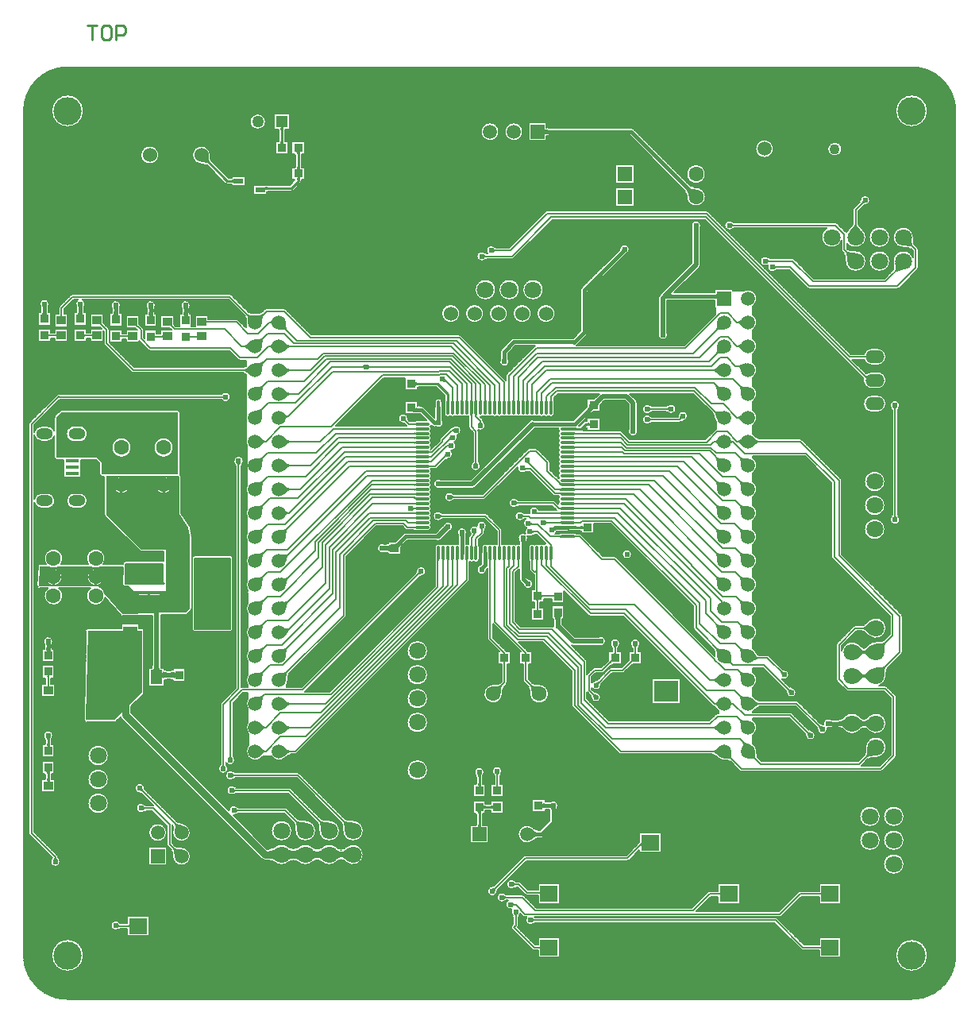
<source format=gtl>
G04*
G04 #@! TF.GenerationSoftware,Altium Limited,Altium Designer,19.0.4 (130)*
G04*
G04 Layer_Physical_Order=1*
G04 Layer_Color=255*
%FSLAX24Y24*%
%MOIN*%
G70*
G01*
G75*
%ADD10C,0.0100*%
%ADD16C,0.0050*%
%ADD17R,0.0350X0.0380*%
%ADD18R,0.0386X0.0366*%
%ADD19R,0.0500X0.0600*%
%ADD20R,0.0551X0.0157*%
%ADD21R,0.0748X0.0669*%
%ADD22R,0.1024X0.0906*%
%ADD23R,0.0380X0.0350*%
%ADD24R,0.0394X0.0236*%
%ADD25R,0.0866X0.0299*%
%ADD26R,0.0866X0.1181*%
%ADD27O,0.0118X0.0610*%
%ADD28O,0.0610X0.0118*%
%ADD29R,0.0591X0.1181*%
%ADD59C,0.0060*%
%ADD60C,0.0150*%
%ADD61C,0.0200*%
%ADD62C,0.0300*%
%ADD63C,0.0250*%
%ADD64C,0.0433*%
%ADD65C,0.0591*%
%ADD66C,0.0709*%
%ADD67R,0.0591X0.0591*%
%ADD68C,0.0630*%
%ADD69O,0.0709X0.0472*%
%ADD70R,0.0591X0.0591*%
%ADD71C,0.0236*%
%ADD72C,0.0600*%
%ADD73C,0.0630*%
%ADD74R,0.0787X0.0551*%
%ADD75O,0.0787X0.0551*%
%ADD76C,0.0500*%
%ADD77R,0.0500X0.0500*%
%ADD78R,0.0630X0.0630*%
%ADD79C,0.1181*%
%ADD80C,0.0240*%
G36*
X11050Y36700D02*
X11042Y36697D01*
X11034Y36692D01*
X11028Y36685D01*
X11022Y36676D01*
X11018Y36665D01*
X11014Y36652D01*
X11012Y36637D01*
X11011Y36620D01*
X11010Y36601D01*
X10910D01*
X10910Y36620D01*
X10908Y36637D01*
X10905Y36652D01*
X10902Y36665D01*
X10898Y36676D01*
X10892Y36685D01*
X10885Y36692D01*
X10878Y36697D01*
X10869Y36700D01*
X10860Y36701D01*
X11060D01*
X11050Y36700D01*
D02*
G37*
G36*
X21994Y36665D02*
X21999Y36653D01*
X22006Y36641D01*
X22017Y36632D01*
X22031Y36623D01*
X22047Y36617D01*
X22067Y36611D01*
X22090Y36608D01*
X22115Y36605D01*
X22144Y36605D01*
Y36455D01*
X22115Y36454D01*
X22090Y36452D01*
X22067Y36448D01*
X22047Y36443D01*
X22031Y36436D01*
X22017Y36428D01*
X22006Y36418D01*
X21999Y36407D01*
X21994Y36394D01*
X21993Y36380D01*
Y36680D01*
X21994Y36665D01*
D02*
G37*
G36*
X11011Y36105D02*
X11012Y36087D01*
X11014Y36072D01*
X11018Y36059D01*
X11022Y36048D01*
X11028Y36039D01*
X11034Y36032D01*
X11042Y36027D01*
X11050Y36024D01*
X11060Y36023D01*
X10860D01*
X10869Y36024D01*
X10878Y36027D01*
X10885Y36032D01*
X10892Y36039D01*
X10898Y36048D01*
X10902Y36059D01*
X10905Y36072D01*
X10908Y36087D01*
X10910Y36105D01*
X10910Y36124D01*
X11010D01*
X11011Y36105D01*
D02*
G37*
G36*
X11740Y35675D02*
X11732Y35672D01*
X11724Y35667D01*
X11718Y35660D01*
X11712Y35651D01*
X11708Y35640D01*
X11704Y35627D01*
X11702Y35612D01*
X11701Y35595D01*
X11700Y35576D01*
X11600D01*
X11600Y35595D01*
X11598Y35612D01*
X11595Y35627D01*
X11592Y35640D01*
X11588Y35651D01*
X11582Y35660D01*
X11575Y35667D01*
X11568Y35672D01*
X11559Y35675D01*
X11550Y35676D01*
X11750D01*
X11740Y35675D01*
D02*
G37*
G36*
X7883Y35504D02*
X7888Y35426D01*
X7893Y35392D01*
X7899Y35360D01*
X7907Y35332D01*
X7917Y35307D01*
X7928Y35285D01*
X7940Y35265D01*
X7954Y35249D01*
X7884Y35178D01*
X7867Y35192D01*
X7848Y35205D01*
X7826Y35216D01*
X7801Y35225D01*
X7772Y35233D01*
X7741Y35240D01*
X7707Y35244D01*
X7629Y35250D01*
X7586Y35250D01*
X7883Y35547D01*
X7883Y35504D01*
D02*
G37*
G36*
X11701Y35029D02*
X11702Y35011D01*
X11704Y34996D01*
X11708Y34983D01*
X11712Y34972D01*
X11718Y34963D01*
X11724Y34956D01*
X11732Y34951D01*
X11740Y34948D01*
X11750Y34947D01*
X11550D01*
X11559Y34948D01*
X11568Y34951D01*
X11575Y34956D01*
X11582Y34963D01*
X11588Y34972D01*
X11592Y34983D01*
X11595Y34996D01*
X11598Y35011D01*
X11600Y35029D01*
X11600Y35048D01*
X11700D01*
X11701Y35029D01*
D02*
G37*
G36*
X11740Y34599D02*
X11732Y34596D01*
X11724Y34591D01*
X11718Y34584D01*
X11712Y34575D01*
X11708Y34564D01*
X11704Y34551D01*
X11702Y34536D01*
X11701Y34519D01*
X11700Y34500D01*
X11600D01*
X11600Y34519D01*
X11598Y34536D01*
X11595Y34551D01*
X11592Y34564D01*
X11588Y34575D01*
X11582Y34584D01*
X11575Y34591D01*
X11568Y34596D01*
X11559Y34599D01*
X11550Y34600D01*
X11750D01*
X11740Y34599D01*
D02*
G37*
G36*
X8953Y34361D02*
X8952Y34371D01*
X8949Y34379D01*
X8944Y34386D01*
X8937Y34393D01*
X8927Y34399D01*
X8916Y34403D01*
X8903Y34406D01*
X8888Y34409D01*
X8871Y34411D01*
X8852Y34411D01*
Y34511D01*
X8871Y34511D01*
X8888Y34513D01*
X8903Y34516D01*
X8916Y34519D01*
X8927Y34523D01*
X8937Y34529D01*
X8944Y34536D01*
X8949Y34543D01*
X8952Y34551D01*
X8953Y34561D01*
Y34361D01*
D02*
G37*
G36*
X10348Y34114D02*
X10329Y34114D01*
X10312Y34112D01*
X10297Y34110D01*
X10284Y34106D01*
X10273Y34102D01*
X10264Y34096D01*
X10257Y34090D01*
X10252Y34082D01*
X10249Y34074D01*
X10248Y34064D01*
Y34193D01*
X10249Y34197D01*
X10252Y34201D01*
X10257Y34204D01*
X10264Y34206D01*
X10273Y34209D01*
X10284Y34211D01*
X10297Y34212D01*
X10329Y34214D01*
X10348Y34214D01*
Y34114D01*
D02*
G37*
G36*
X28072Y34186D02*
X28094Y34171D01*
X28117Y34157D01*
X28143Y34146D01*
X28172Y34136D01*
X28202Y34128D01*
X28235Y34122D01*
X28270Y34118D01*
X28307Y34115D01*
X28347Y34115D01*
X28035Y33803D01*
X28035Y33843D01*
X28028Y33915D01*
X28022Y33948D01*
X28014Y33978D01*
X28004Y34007D01*
X27993Y34033D01*
X27979Y34056D01*
X27964Y34078D01*
X27947Y34097D01*
X28053Y34203D01*
X28072Y34186D01*
D02*
G37*
G36*
X35449Y33530D02*
X35434Y33530D01*
X35407Y33527D01*
X35395Y33525D01*
X35383Y33522D01*
X35373Y33518D01*
X35363Y33514D01*
X35354Y33508D01*
X35346Y33502D01*
X35338Y33496D01*
X35296Y33538D01*
X35302Y33546D01*
X35308Y33554D01*
X35314Y33563D01*
X35318Y33573D01*
X35322Y33583D01*
X35325Y33595D01*
X35327Y33607D01*
X35329Y33620D01*
X35330Y33634D01*
X35330Y33649D01*
X35449Y33530D01*
D02*
G37*
G36*
X29846Y32674D02*
X29867Y32656D01*
X29878Y32649D01*
X29888Y32643D01*
X29898Y32639D01*
X29908Y32635D01*
X29918Y32632D01*
X29928Y32631D01*
X29938Y32630D01*
Y32570D01*
X29928Y32569D01*
X29918Y32568D01*
X29908Y32565D01*
X29898Y32561D01*
X29888Y32557D01*
X29878Y32551D01*
X29867Y32544D01*
X29857Y32535D01*
X29846Y32526D01*
X29836Y32516D01*
Y32684D01*
X29846Y32674D01*
D02*
G37*
G36*
X35082Y32645D02*
X35089Y32622D01*
X35100Y32596D01*
X35115Y32568D01*
X35135Y32538D01*
X35158Y32506D01*
X35220Y32434D01*
X35298Y32353D01*
X34802D01*
X34843Y32395D01*
X34942Y32506D01*
X34965Y32538D01*
X34985Y32568D01*
X35000Y32596D01*
X35011Y32622D01*
X35018Y32645D01*
X35020Y32666D01*
X35080D01*
X35082Y32645D01*
D02*
G37*
G36*
X37404Y32038D02*
X37414Y31890D01*
X37420Y31850D01*
X37427Y31815D01*
X37436Y31784D01*
X37446Y31759D01*
X37458Y31738D01*
X37471Y31721D01*
X37429Y31679D01*
X37412Y31692D01*
X37391Y31704D01*
X37366Y31714D01*
X37335Y31723D01*
X37300Y31730D01*
X37260Y31736D01*
X37166Y31744D01*
X37054Y31746D01*
X37404Y32096D01*
X37404Y32038D01*
D02*
G37*
G36*
X19846Y31624D02*
X19867Y31606D01*
X19878Y31599D01*
X19888Y31593D01*
X19898Y31589D01*
X19908Y31585D01*
X19918Y31582D01*
X19928Y31581D01*
X19938Y31580D01*
Y31520D01*
X19928Y31519D01*
X19918Y31518D01*
X19908Y31515D01*
X19898Y31511D01*
X19888Y31507D01*
X19878Y31501D01*
X19867Y31494D01*
X19857Y31485D01*
X19846Y31476D01*
X19836Y31466D01*
Y31634D01*
X19846Y31624D01*
D02*
G37*
G36*
X25367Y31481D02*
X25366Y31481D01*
X25363Y31479D01*
X25360Y31476D01*
X25345Y31462D01*
X25311Y31430D01*
X25184Y31515D01*
X25194Y31524D01*
X25221Y31556D01*
X25225Y31562D01*
X25228Y31568D01*
X25231Y31573D01*
X25232Y31577D01*
X25232Y31581D01*
X25367Y31481D01*
D02*
G37*
G36*
X19446Y31374D02*
X19467Y31356D01*
X19477Y31349D01*
X19488Y31344D01*
X19498Y31339D01*
X19508Y31335D01*
X19518Y31332D01*
X19528Y31331D01*
X19538Y31330D01*
Y31270D01*
X19528Y31269D01*
X19518Y31268D01*
X19508Y31265D01*
X19498Y31261D01*
X19488Y31256D01*
X19477Y31251D01*
X19467Y31244D01*
X19457Y31235D01*
X19446Y31226D01*
X19436Y31216D01*
Y31384D01*
X19446Y31374D01*
D02*
G37*
G36*
X34688Y31508D02*
X34709Y31496D01*
X34734Y31486D01*
X34765Y31477D01*
X34800Y31470D01*
X34840Y31464D01*
X34934Y31456D01*
X35046Y31454D01*
X34696Y31104D01*
X34696Y31162D01*
X34686Y31310D01*
X34680Y31350D01*
X34673Y31385D01*
X34664Y31416D01*
X34654Y31441D01*
X34642Y31462D01*
X34629Y31479D01*
X34671Y31521D01*
X34688Y31508D01*
D02*
G37*
G36*
X31346Y31174D02*
X31367Y31156D01*
X31377Y31149D01*
X31388Y31144D01*
X31398Y31139D01*
X31408Y31135D01*
X31418Y31132D01*
X31428Y31131D01*
X31438Y31130D01*
Y31070D01*
X31428Y31069D01*
X31418Y31068D01*
X31408Y31065D01*
X31398Y31061D01*
X31388Y31056D01*
X31377Y31051D01*
X31367Y31044D01*
X31357Y31035D01*
X31346Y31026D01*
X31336Y31016D01*
Y31184D01*
X31346Y31174D01*
D02*
G37*
G36*
X31646Y30924D02*
X31667Y30906D01*
X31677Y30899D01*
X31688Y30893D01*
X31698Y30889D01*
X31708Y30885D01*
X31718Y30882D01*
X31728Y30881D01*
X31738Y30880D01*
Y30820D01*
X31728Y30819D01*
X31718Y30818D01*
X31708Y30815D01*
X31698Y30811D01*
X31688Y30807D01*
X31677Y30801D01*
X31667Y30794D01*
X31657Y30785D01*
X31646Y30776D01*
X31636Y30766D01*
Y30934D01*
X31646Y30924D01*
D02*
G37*
G36*
X37117Y30752D02*
X37053Y30739D01*
X36786Y30669D01*
X36762Y30658D01*
X36743Y30648D01*
X36731Y30638D01*
X36680Y30672D01*
X36695Y30690D01*
X36707Y30712D01*
X36716Y30738D01*
X36723Y30768D01*
X36727Y30802D01*
X36728Y30839D01*
X36726Y30880D01*
X36721Y30925D01*
X36704Y31026D01*
X37117Y30752D01*
D02*
G37*
G36*
X27347Y29805D02*
X27328Y29781D01*
X27314Y29759D01*
X27306Y29741D01*
X27304Y29725D01*
X27308Y29713D01*
X27318Y29703D01*
X27333Y29696D01*
X27354Y29691D01*
X27381Y29690D01*
X27196Y29540D01*
X27141Y29539D01*
X27095Y29534D01*
X27075Y29531D01*
X27058Y29527D01*
X27043Y29523D01*
X27030Y29518D01*
X27019Y29512D01*
X27011Y29505D01*
X27015Y29615D01*
X27373Y29831D01*
X27347Y29805D01*
D02*
G37*
G36*
X29235Y29465D02*
X29233Y29479D01*
X29229Y29492D01*
X29221Y29503D01*
X29210Y29513D01*
X29197Y29521D01*
X29180Y29528D01*
X29161Y29533D01*
X29138Y29537D01*
X29112Y29539D01*
X29083Y29540D01*
Y29690D01*
X29112Y29691D01*
X29138Y29693D01*
X29161Y29697D01*
X29180Y29702D01*
X29197Y29709D01*
X29210Y29717D01*
X29221Y29727D01*
X29229Y29738D01*
X29233Y29751D01*
X29235Y29765D01*
Y29465D01*
D02*
G37*
G36*
X2582Y29212D02*
X2581Y29208D01*
X2579Y29203D01*
X2578Y29197D01*
X2577Y29190D01*
X2576Y29171D01*
X2575Y29134D01*
X2425D01*
X2425Y29148D01*
X2422Y29197D01*
X2421Y29203D01*
X2419Y29208D01*
X2418Y29212D01*
X2416Y29214D01*
X2584D01*
X2582Y29212D01*
D02*
G37*
G36*
X1076D02*
X1074Y29208D01*
X1073Y29203D01*
X1072Y29197D01*
X1071Y29190D01*
X1070Y29171D01*
X1069Y29134D01*
X919D01*
X919Y29148D01*
X915Y29197D01*
X914Y29203D01*
X913Y29208D01*
X911Y29212D01*
X910Y29214D01*
X1078D01*
X1076Y29212D01*
D02*
G37*
G36*
X7001Y29162D02*
X6999Y29158D01*
X6998Y29153D01*
X6997Y29147D01*
X6996Y29140D01*
X6994Y29121D01*
X6993Y29084D01*
X6843D01*
X6843Y29098D01*
X6840Y29147D01*
X6839Y29153D01*
X6838Y29158D01*
X6836Y29162D01*
X6834Y29164D01*
X7002D01*
X7001Y29162D01*
D02*
G37*
G36*
X5535D02*
X5534Y29158D01*
X5532Y29153D01*
X5531Y29147D01*
X5530Y29140D01*
X5529Y29121D01*
X5528Y29084D01*
X5378D01*
X5378Y29098D01*
X5375Y29147D01*
X5374Y29153D01*
X5372Y29158D01*
X5371Y29162D01*
X5369Y29164D01*
X5537D01*
X5535Y29162D01*
D02*
G37*
G36*
X4070D02*
X4069Y29158D01*
X4068Y29153D01*
X4066Y29147D01*
X4065Y29140D01*
X4064Y29121D01*
X4063Y29084D01*
X3913D01*
X3913Y29098D01*
X3910Y29147D01*
X3909Y29153D01*
X3907Y29158D01*
X3906Y29162D01*
X3904Y29164D01*
X4072D01*
X4070Y29162D01*
D02*
G37*
G36*
X2576Y28980D02*
X2578Y28954D01*
X2582Y28932D01*
X2587Y28912D01*
X2594Y28895D01*
X2602Y28882D01*
X2612Y28871D01*
X2623Y28864D01*
X2636Y28859D01*
X2650Y28858D01*
X2350D01*
X2364Y28859D01*
X2377Y28864D01*
X2388Y28871D01*
X2398Y28882D01*
X2406Y28895D01*
X2413Y28912D01*
X2418Y28932D01*
X2422Y28954D01*
X2424Y28980D01*
X2425Y29009D01*
X2575D01*
X2576Y28980D01*
D02*
G37*
G36*
X1069D02*
X1072Y28954D01*
X1075Y28932D01*
X1081Y28912D01*
X1087Y28895D01*
X1096Y28882D01*
X1105Y28871D01*
X1117Y28864D01*
X1129Y28859D01*
X1144Y28858D01*
X844D01*
X858Y28859D01*
X871Y28864D01*
X882Y28871D01*
X892Y28882D01*
X900Y28895D01*
X907Y28912D01*
X912Y28932D01*
X916Y28954D01*
X918Y28980D01*
X919Y29009D01*
X1069D01*
X1069Y28980D01*
D02*
G37*
G36*
X4064Y28947D02*
X4066Y28921D01*
X4070Y28899D01*
X4075Y28879D01*
X4082Y28862D01*
X4090Y28849D01*
X4100Y28838D01*
X4111Y28830D01*
X4124Y28826D01*
X4138Y28824D01*
X3838D01*
X3852Y28826D01*
X3865Y28830D01*
X3876Y28838D01*
X3886Y28849D01*
X3894Y28862D01*
X3901Y28879D01*
X3906Y28899D01*
X3910Y28921D01*
X3912Y28947D01*
X3913Y28976D01*
X4063D01*
X4064Y28947D01*
D02*
G37*
G36*
X6994Y28933D02*
X6996Y28907D01*
X7000Y28884D01*
X7005Y28865D01*
X7012Y28848D01*
X7020Y28834D01*
X7030Y28824D01*
X7041Y28816D01*
X7054Y28812D01*
X7068Y28810D01*
X6768D01*
X6783Y28812D01*
X6795Y28816D01*
X6807Y28824D01*
X6816Y28834D01*
X6825Y28848D01*
X6831Y28865D01*
X6837Y28884D01*
X6840Y28907D01*
X6843Y28933D01*
X6843Y28961D01*
X6993D01*
X6994Y28933D01*
D02*
G37*
G36*
X5529D02*
X5531Y28907D01*
X5535Y28884D01*
X5540Y28865D01*
X5547Y28848D01*
X5555Y28834D01*
X5565Y28824D01*
X5576Y28816D01*
X5589Y28812D01*
X5603Y28810D01*
X5303D01*
X5317Y28812D01*
X5330Y28816D01*
X5341Y28824D01*
X5351Y28834D01*
X5359Y28848D01*
X5366Y28865D01*
X5371Y28884D01*
X5375Y28907D01*
X5377Y28933D01*
X5378Y28961D01*
X5528D01*
X5529Y28933D01*
D02*
G37*
G36*
X1740Y28833D02*
X1741Y28823D01*
X1743Y28814D01*
X1745Y28806D01*
X1747Y28799D01*
X1751Y28794D01*
X1755Y28789D01*
X1759Y28786D01*
X1764Y28784D01*
X1770Y28784D01*
X1650D01*
X1656Y28784D01*
X1661Y28786D01*
X1665Y28789D01*
X1669Y28794D01*
X1672Y28799D01*
X1675Y28806D01*
X1677Y28814D01*
X1679Y28823D01*
X1680Y28833D01*
X1680Y28845D01*
X1740D01*
X1740Y28833D01*
D02*
G37*
G36*
X10197Y28839D02*
X10185Y28825D01*
X10175Y28807D01*
X10166Y28786D01*
X10158Y28760D01*
X10151Y28731D01*
X10146Y28699D01*
X10139Y28622D01*
X10138Y28578D01*
X10138Y28531D01*
X9845Y28823D01*
X9893Y28823D01*
X10014Y28831D01*
X10046Y28836D01*
X10075Y28843D01*
X10101Y28851D01*
X10122Y28860D01*
X10140Y28870D01*
X10154Y28882D01*
X10197Y28839D01*
D02*
G37*
G36*
X9545Y28870D02*
X9563Y28860D01*
X9584Y28851D01*
X9610Y28843D01*
X9639Y28836D01*
X9671Y28831D01*
X9748Y28824D01*
X9792Y28823D01*
X9840Y28823D01*
X9547Y28531D01*
X9547Y28578D01*
X9539Y28699D01*
X9534Y28731D01*
X9527Y28760D01*
X9519Y28786D01*
X9510Y28807D01*
X9500Y28825D01*
X9488Y28839D01*
X9531Y28882D01*
X9545Y28870D01*
D02*
G37*
G36*
X7792Y28607D02*
X7794Y28602D01*
X7797Y28598D01*
X7801Y28594D01*
X7807Y28591D01*
X7813Y28588D01*
X7821Y28586D01*
X7830Y28584D01*
X7840Y28583D01*
X7852Y28583D01*
Y28523D01*
X7840Y28523D01*
X7830Y28522D01*
X7821Y28520D01*
X7813Y28518D01*
X7807Y28516D01*
X7801Y28512D01*
X7797Y28508D01*
X7794Y28504D01*
X7792Y28499D01*
X7792Y28493D01*
Y28613D01*
X7792Y28607D01*
D02*
G37*
G36*
X10581Y28390D02*
X10570Y28410D01*
X10557Y28428D01*
X10544Y28445D01*
X10530Y28459D01*
X10515Y28471D01*
X10499Y28480D01*
X10483Y28488D01*
X10466Y28493D01*
X10448Y28496D01*
X10429Y28498D01*
Y28558D01*
X10448Y28559D01*
X10466Y28562D01*
X10483Y28567D01*
X10499Y28575D01*
X10515Y28585D01*
X10530Y28596D01*
X10544Y28610D01*
X10557Y28627D01*
X10570Y28645D01*
X10581Y28666D01*
Y28390D01*
D02*
G37*
G36*
X3388Y28501D02*
X3387Y28496D01*
Y28490D01*
X3388Y28482D01*
X3392Y28474D01*
X3397Y28465D01*
X3404Y28456D01*
X3412Y28445D01*
X3434Y28421D01*
X3392Y28379D01*
X3379Y28391D01*
X3357Y28409D01*
X3348Y28416D01*
X3339Y28421D01*
X3331Y28425D01*
X3323Y28426D01*
X3317D01*
X3312Y28425D01*
X3307Y28421D01*
X3392Y28506D01*
X3388Y28501D01*
D02*
G37*
G36*
X30299Y28341D02*
X30273Y28371D01*
X30225Y28421D01*
X30201Y28441D01*
X30178Y28458D01*
X30156Y28473D01*
X30134Y28483D01*
X30113Y28491D01*
X30092Y28496D01*
X30072Y28498D01*
Y28558D01*
X30092Y28559D01*
X30113Y28564D01*
X30134Y28572D01*
X30156Y28583D01*
X30178Y28597D01*
X30201Y28614D01*
X30225Y28634D01*
X30249Y28658D01*
X30299Y28714D01*
Y28341D01*
D02*
G37*
G36*
X6338Y28451D02*
X6337Y28446D01*
Y28440D01*
X6338Y28432D01*
X6342Y28424D01*
X6347Y28415D01*
X6354Y28406D01*
X6362Y28395D01*
X6384Y28371D01*
X6342Y28329D01*
X6329Y28341D01*
X6307Y28359D01*
X6298Y28366D01*
X6289Y28371D01*
X6281Y28375D01*
X6273Y28376D01*
X6267D01*
X6262Y28375D01*
X6257Y28371D01*
X6342Y28456D01*
X6338Y28451D01*
D02*
G37*
G36*
X4888D02*
X4887Y28446D01*
Y28440D01*
X4888Y28432D01*
X4892Y28424D01*
X4897Y28415D01*
X4904Y28406D01*
X4912Y28395D01*
X4934Y28371D01*
X4892Y28329D01*
X4879Y28341D01*
X4857Y28359D01*
X4848Y28366D01*
X4839Y28371D01*
X4831Y28375D01*
X4823Y28376D01*
X4817D01*
X4812Y28375D01*
X4807Y28371D01*
X4892Y28456D01*
X4888Y28451D01*
D02*
G37*
G36*
X29525Y28232D02*
X29477Y28232D01*
X29356Y28224D01*
X29324Y28219D01*
X29295Y28212D01*
X29269Y28204D01*
X29248Y28195D01*
X29230Y28185D01*
X29216Y28173D01*
X29173Y28216D01*
X29185Y28230D01*
X29195Y28248D01*
X29204Y28269D01*
X29212Y28295D01*
X29219Y28324D01*
X29224Y28356D01*
X29231Y28433D01*
X29232Y28477D01*
X29232Y28525D01*
X29525Y28232D01*
D02*
G37*
G36*
X11138Y28477D02*
X11146Y28356D01*
X11151Y28324D01*
X11158Y28295D01*
X11166Y28269D01*
X11175Y28248D01*
X11185Y28230D01*
X11197Y28216D01*
X11154Y28173D01*
X11140Y28185D01*
X11122Y28195D01*
X11101Y28204D01*
X11075Y28212D01*
X11046Y28219D01*
X11014Y28224D01*
X10937Y28231D01*
X10893Y28232D01*
X10845Y28232D01*
X11138Y28525D01*
X11138Y28477D01*
D02*
G37*
G36*
X3009Y27920D02*
X3009Y27926D01*
X3007Y27931D01*
X3004Y27935D01*
X3000Y27939D01*
X2994Y27943D01*
X2987Y27945D01*
X2979Y27947D01*
X2970Y27949D01*
X2960Y27950D01*
X2948Y27950D01*
Y28010D01*
X2960Y28010D01*
X2970Y28011D01*
X2979Y28013D01*
X2987Y28015D01*
X2994Y28017D01*
X3000Y28021D01*
X3004Y28025D01*
X3007Y28029D01*
X3009Y28034D01*
X3009Y28040D01*
Y27920D01*
D02*
G37*
G36*
X2674Y28034D02*
X2676Y28029D01*
X2679Y28025D01*
X2683Y28021D01*
X2689Y28017D01*
X2695Y28015D01*
X2703Y28013D01*
X2712Y28011D01*
X2722Y28010D01*
X2734Y28010D01*
Y27950D01*
X2722Y27950D01*
X2712Y27949D01*
X2703Y27947D01*
X2695Y27945D01*
X2689Y27943D01*
X2683Y27939D01*
X2679Y27935D01*
X2676Y27931D01*
X2674Y27926D01*
X2674Y27920D01*
Y28040D01*
X2674Y28034D01*
D02*
G37*
G36*
X1509Y27920D02*
X1509Y27926D01*
X1507Y27931D01*
X1504Y27935D01*
X1500Y27939D01*
X1494Y27943D01*
X1487Y27945D01*
X1479Y27947D01*
X1470Y27949D01*
X1460Y27950D01*
X1448Y27950D01*
Y28010D01*
X1460Y28010D01*
X1470Y28011D01*
X1479Y28013D01*
X1487Y28015D01*
X1494Y28017D01*
X1500Y28021D01*
X1504Y28025D01*
X1507Y28029D01*
X1509Y28034D01*
X1509Y28040D01*
Y27920D01*
D02*
G37*
G36*
X1168Y28034D02*
X1170Y28029D01*
X1173Y28025D01*
X1177Y28021D01*
X1183Y28017D01*
X1189Y28015D01*
X1197Y28013D01*
X1206Y28011D01*
X1216Y28010D01*
X1228Y28010D01*
Y27950D01*
X1216Y27950D01*
X1206Y27949D01*
X1197Y27947D01*
X1189Y27945D01*
X1183Y27943D01*
X1177Y27939D01*
X1173Y27935D01*
X1170Y27931D01*
X1168Y27926D01*
X1168Y27920D01*
Y28040D01*
X1168Y28034D01*
D02*
G37*
G36*
X4509Y27887D02*
X4509Y27893D01*
X4507Y27898D01*
X4504Y27902D01*
X4500Y27906D01*
X4494Y27909D01*
X4487Y27912D01*
X4480Y27914D01*
X4470Y27916D01*
X4460Y27917D01*
X4448Y27917D01*
Y27977D01*
X4460Y27977D01*
X4470Y27978D01*
X4480Y27980D01*
X4487Y27982D01*
X4494Y27984D01*
X4500Y27988D01*
X4504Y27992D01*
X4507Y27996D01*
X4509Y28001D01*
X4509Y28007D01*
Y27887D01*
D02*
G37*
G36*
X4162Y28001D02*
X4164Y27996D01*
X4167Y27992D01*
X4171Y27988D01*
X4177Y27984D01*
X4184Y27982D01*
X4191Y27980D01*
X4200Y27978D01*
X4211Y27977D01*
X4222Y27977D01*
Y27917D01*
X4211Y27917D01*
X4200Y27916D01*
X4191Y27914D01*
X4184Y27912D01*
X4177Y27909D01*
X4171Y27906D01*
X4167Y27902D01*
X4164Y27898D01*
X4162Y27893D01*
X4162Y27887D01*
Y28007D01*
X4162Y28001D01*
D02*
G37*
G36*
X7409Y27873D02*
X7409Y27878D01*
X7407Y27883D01*
X7404Y27888D01*
X7400Y27892D01*
X7394Y27895D01*
X7387Y27898D01*
X7380Y27900D01*
X7370Y27901D01*
X7360Y27902D01*
X7348Y27903D01*
Y27963D01*
X7360Y27963D01*
X7370Y27964D01*
X7380Y27965D01*
X7387Y27967D01*
X7394Y27970D01*
X7400Y27973D01*
X7404Y27977D01*
X7407Y27982D01*
X7409Y27987D01*
X7409Y27993D01*
Y27873D01*
D02*
G37*
G36*
X7093Y27987D02*
X7095Y27982D01*
X7098Y27977D01*
X7102Y27973D01*
X7107Y27970D01*
X7114Y27967D01*
X7122Y27965D01*
X7131Y27964D01*
X7141Y27963D01*
X7152Y27963D01*
Y27903D01*
X7141Y27902D01*
X7131Y27901D01*
X7122Y27900D01*
X7114Y27898D01*
X7107Y27895D01*
X7102Y27892D01*
X7098Y27888D01*
X7095Y27883D01*
X7093Y27878D01*
X7092Y27873D01*
Y27993D01*
X7093Y27987D01*
D02*
G37*
G36*
X5959Y27873D02*
X5959Y27878D01*
X5957Y27883D01*
X5954Y27888D01*
X5950Y27892D01*
X5944Y27895D01*
X5937Y27898D01*
X5929Y27900D01*
X5920Y27901D01*
X5910Y27902D01*
X5898Y27903D01*
Y27963D01*
X5910Y27963D01*
X5920Y27964D01*
X5929Y27965D01*
X5937Y27967D01*
X5944Y27970D01*
X5950Y27973D01*
X5954Y27977D01*
X5957Y27982D01*
X5959Y27987D01*
X5959Y27993D01*
Y27873D01*
D02*
G37*
G36*
X5627Y27987D02*
X5629Y27982D01*
X5632Y27977D01*
X5636Y27973D01*
X5642Y27970D01*
X5648Y27967D01*
X5656Y27965D01*
X5665Y27964D01*
X5675Y27963D01*
X5687Y27963D01*
Y27903D01*
X5675Y27902D01*
X5665Y27901D01*
X5656Y27900D01*
X5648Y27898D01*
X5642Y27895D01*
X5636Y27892D01*
X5632Y27888D01*
X5629Y27883D01*
X5627Y27878D01*
X5627Y27873D01*
Y27993D01*
X5627Y27987D01*
D02*
G37*
G36*
X10197Y27839D02*
X10185Y27825D01*
X10175Y27807D01*
X10166Y27786D01*
X10158Y27760D01*
X10151Y27731D01*
X10146Y27699D01*
X10139Y27622D01*
X10138Y27578D01*
X10138Y27531D01*
X9845Y27823D01*
X9893Y27823D01*
X10014Y27831D01*
X10046Y27836D01*
X10075Y27843D01*
X10101Y27851D01*
X10122Y27860D01*
X10140Y27870D01*
X10154Y27882D01*
X10197Y27839D01*
D02*
G37*
G36*
X10592Y27371D02*
X10576Y27395D01*
X10560Y27417D01*
X10543Y27436D01*
X10526Y27452D01*
X10508Y27466D01*
X10490Y27477D01*
X10471Y27486D01*
X10452Y27493D01*
X10433Y27496D01*
X10413Y27498D01*
Y27558D01*
X10433Y27559D01*
X10452Y27563D01*
X10471Y27569D01*
X10490Y27578D01*
X10508Y27589D01*
X10526Y27603D01*
X10543Y27619D01*
X10560Y27638D01*
X10576Y27660D01*
X10592Y27684D01*
Y27371D01*
D02*
G37*
G36*
X30299Y27341D02*
X30273Y27371D01*
X30225Y27421D01*
X30201Y27441D01*
X30178Y27458D01*
X30156Y27473D01*
X30134Y27483D01*
X30113Y27491D01*
X30092Y27496D01*
X30072Y27498D01*
Y27558D01*
X30092Y27559D01*
X30113Y27564D01*
X30134Y27572D01*
X30156Y27583D01*
X30178Y27597D01*
X30201Y27614D01*
X30225Y27634D01*
X30249Y27658D01*
X30299Y27714D01*
Y27341D01*
D02*
G37*
G36*
X11087Y27701D02*
X11178Y27621D01*
X11205Y27602D01*
X11230Y27586D01*
X11254Y27573D01*
X11275Y27565D01*
X11295Y27559D01*
X11313Y27558D01*
Y27498D01*
X11295Y27496D01*
X11275Y27490D01*
X11254Y27482D01*
X11230Y27469D01*
X11205Y27453D01*
X11178Y27434D01*
X11119Y27384D01*
X11087Y27354D01*
X11053Y27321D01*
Y27734D01*
X11087Y27701D01*
D02*
G37*
G36*
X9632Y27321D02*
X9598Y27354D01*
X9507Y27434D01*
X9480Y27453D01*
X9455Y27469D01*
X9431Y27482D01*
X9410Y27490D01*
X9390Y27496D01*
X9372Y27498D01*
Y27558D01*
X9390Y27559D01*
X9410Y27565D01*
X9431Y27573D01*
X9455Y27586D01*
X9480Y27602D01*
X9507Y27621D01*
X9566Y27671D01*
X9598Y27701D01*
X9632Y27734D01*
Y27321D01*
D02*
G37*
G36*
X29525Y27232D02*
X29477Y27232D01*
X29356Y27224D01*
X29324Y27219D01*
X29295Y27212D01*
X29269Y27204D01*
X29248Y27195D01*
X29230Y27185D01*
X29216Y27173D01*
X29173Y27216D01*
X29185Y27230D01*
X29195Y27248D01*
X29204Y27269D01*
X29212Y27295D01*
X29219Y27324D01*
X29224Y27356D01*
X29231Y27433D01*
X29232Y27477D01*
X29232Y27525D01*
X29525Y27232D01*
D02*
G37*
G36*
X35464Y27025D02*
X35464Y27030D01*
X35462Y27035D01*
X35459Y27040D01*
X35454Y27044D01*
X35448Y27047D01*
X35441Y27050D01*
X35432Y27052D01*
X35423Y27053D01*
X35412Y27054D01*
X35399Y27054D01*
Y27114D01*
X35412Y27115D01*
X35423Y27115D01*
X35432Y27117D01*
X35441Y27119D01*
X35448Y27122D01*
X35454Y27125D01*
X35459Y27129D01*
X35462Y27133D01*
X35464Y27138D01*
X35464Y27144D01*
Y27025D01*
D02*
G37*
G36*
X20375Y27025D02*
X20378Y26975D01*
X20379Y26969D01*
X20381Y26964D01*
X20382Y26961D01*
X20384Y26958D01*
X20216D01*
X20218Y26961D01*
X20219Y26964D01*
X20221Y26969D01*
X20222Y26975D01*
X20223Y26983D01*
X20224Y27001D01*
X20225Y27038D01*
X20375D01*
X20375Y27025D01*
D02*
G37*
G36*
X14596Y26736D02*
X14617Y26719D01*
X14627Y26712D01*
X14638Y26706D01*
X14648Y26701D01*
X14658Y26697D01*
X14668Y26695D01*
X14678Y26693D01*
X14688Y26693D01*
Y26633D01*
X14678Y26632D01*
X14668Y26630D01*
X14658Y26628D01*
X14648Y26624D01*
X14638Y26619D01*
X14627Y26613D01*
X14617Y26606D01*
X14607Y26598D01*
X14596Y26589D01*
X14586Y26579D01*
Y26747D01*
X14596Y26736D01*
D02*
G37*
G36*
X14414Y26579D02*
X14404Y26589D01*
X14383Y26606D01*
X14373Y26613D01*
X14362Y26619D01*
X14352Y26624D01*
X14342Y26628D01*
X14332Y26630D01*
X14322Y26632D01*
X14312Y26633D01*
Y26693D01*
X14322Y26693D01*
X14332Y26695D01*
X14342Y26697D01*
X14352Y26701D01*
X14362Y26706D01*
X14373Y26712D01*
X14383Y26719D01*
X14393Y26727D01*
X14404Y26736D01*
X14414Y26747D01*
Y26579D01*
D02*
G37*
G36*
X10197Y26839D02*
X10185Y26825D01*
X10175Y26807D01*
X10166Y26786D01*
X10158Y26760D01*
X10151Y26731D01*
X10146Y26699D01*
X10139Y26622D01*
X10138Y26578D01*
X10138Y26531D01*
X9845Y26823D01*
X9893Y26823D01*
X10014Y26831D01*
X10046Y26836D01*
X10075Y26843D01*
X10101Y26851D01*
X10122Y26860D01*
X10140Y26870D01*
X10154Y26882D01*
X10197Y26839D01*
D02*
G37*
G36*
X30236Y26483D02*
X30229Y26518D01*
X30221Y26550D01*
X30211Y26578D01*
X30199Y26603D01*
X30185Y26623D01*
X30170Y26640D01*
X30153Y26653D01*
X30134Y26663D01*
X30114Y26668D01*
X30092Y26670D01*
X30135Y26730D01*
X30453Y26813D01*
X30236Y26483D01*
D02*
G37*
G36*
X29317Y26321D02*
X29283Y26354D01*
X29192Y26434D01*
X29165Y26453D01*
X29140Y26469D01*
X29117Y26482D01*
X29095Y26490D01*
X29075Y26496D01*
X29057Y26498D01*
Y26558D01*
X29075Y26559D01*
X29095Y26565D01*
X29117Y26573D01*
X29140Y26586D01*
X29165Y26602D01*
X29192Y26621D01*
X29251Y26671D01*
X29283Y26701D01*
X29317Y26734D01*
Y26321D01*
D02*
G37*
G36*
X11087Y26701D02*
X11178Y26621D01*
X11205Y26602D01*
X11230Y26586D01*
X11254Y26573D01*
X11275Y26565D01*
X11295Y26559D01*
X11313Y26558D01*
Y26498D01*
X11295Y26496D01*
X11275Y26490D01*
X11254Y26482D01*
X11230Y26469D01*
X11205Y26453D01*
X11178Y26434D01*
X11119Y26384D01*
X11087Y26354D01*
X11053Y26321D01*
Y26734D01*
X11087Y26701D01*
D02*
G37*
G36*
X9632Y26321D02*
X9598Y26354D01*
X9507Y26434D01*
X9480Y26453D01*
X9455Y26469D01*
X9431Y26482D01*
X9410Y26490D01*
X9390Y26496D01*
X9372Y26498D01*
Y26558D01*
X9390Y26559D01*
X9410Y26565D01*
X9431Y26573D01*
X9455Y26586D01*
X9480Y26602D01*
X9507Y26621D01*
X9566Y26671D01*
X9598Y26701D01*
X9632Y26734D01*
Y26321D01*
D02*
G37*
G36*
X35470Y26288D02*
X35479Y26280D01*
X35487Y26275D01*
X35494Y26270D01*
X35501Y26268D01*
X35507Y26266D01*
X35512Y26267D01*
X35516Y26268D01*
X35520Y26272D01*
X35523Y26277D01*
X35466Y26165D01*
X35468Y26171D01*
X35469Y26177D01*
X35469Y26183D01*
X35468Y26190D01*
X35465Y26198D01*
X35461Y26205D01*
X35456Y26213D01*
X35449Y26222D01*
X35441Y26231D01*
X35432Y26240D01*
X35461Y26297D01*
X35470Y26288D01*
D02*
G37*
G36*
X17820Y26169D02*
X17835Y26128D01*
X17840Y26116D01*
X17851Y26096D01*
X17857Y26088D01*
X17862Y26081D01*
X17868Y26074D01*
X17839Y26018D01*
X17832Y26025D01*
X17823Y26031D01*
X17814Y26036D01*
X17805Y26039D01*
X17795Y26042D01*
X17784Y26043D01*
X17773Y26043D01*
X17761Y26042D01*
X17749Y26039D01*
X17737Y26036D01*
X17815Y26184D01*
X17820Y26169D01*
D02*
G37*
G36*
X16579Y26040D02*
X16582Y26032D01*
X16587Y26024D01*
X16594Y26018D01*
X16603Y26012D01*
X16614Y26008D01*
X16627Y26005D01*
X16642Y26002D01*
X16660Y26000D01*
X16679Y26000D01*
Y25900D01*
X16660Y25900D01*
X16642Y25898D01*
X16627Y25896D01*
X16614Y25892D01*
X16603Y25887D01*
X16594Y25882D01*
X16587Y25875D01*
X16582Y25868D01*
X16579Y25859D01*
X16578Y25850D01*
Y26050D01*
X16579Y26040D01*
D02*
G37*
G36*
X30230Y25870D02*
X30248Y25860D01*
X30269Y25851D01*
X30295Y25843D01*
X30324Y25836D01*
X30356Y25831D01*
X30433Y25824D01*
X30477Y25823D01*
X30525Y25823D01*
X30232Y25531D01*
X30232Y25578D01*
X30224Y25699D01*
X30219Y25731D01*
X30212Y25760D01*
X30204Y25786D01*
X30195Y25807D01*
X30185Y25825D01*
X30173Y25839D01*
X30216Y25882D01*
X30230Y25870D01*
D02*
G37*
G36*
X29230D02*
X29248Y25860D01*
X29269Y25851D01*
X29295Y25843D01*
X29324Y25836D01*
X29356Y25831D01*
X29433Y25824D01*
X29477Y25823D01*
X29525Y25823D01*
X29232Y25531D01*
X29232Y25578D01*
X29224Y25699D01*
X29219Y25731D01*
X29212Y25760D01*
X29204Y25786D01*
X29195Y25807D01*
X29185Y25825D01*
X29173Y25839D01*
X29216Y25882D01*
X29230Y25870D01*
D02*
G37*
G36*
X10197Y25839D02*
X10185Y25825D01*
X10175Y25807D01*
X10166Y25786D01*
X10158Y25760D01*
X10151Y25731D01*
X10146Y25699D01*
X10139Y25622D01*
X10138Y25578D01*
X10138Y25531D01*
X9845Y25823D01*
X9893Y25823D01*
X10014Y25831D01*
X10046Y25836D01*
X10075Y25843D01*
X10101Y25851D01*
X10122Y25860D01*
X10140Y25870D01*
X10154Y25882D01*
X10197Y25839D01*
D02*
G37*
G36*
X11087Y25701D02*
X11178Y25621D01*
X11205Y25602D01*
X11230Y25586D01*
X11254Y25573D01*
X11275Y25565D01*
X11295Y25559D01*
X11313Y25558D01*
Y25498D01*
X11295Y25496D01*
X11275Y25490D01*
X11254Y25482D01*
X11230Y25469D01*
X11205Y25453D01*
X11178Y25434D01*
X11119Y25384D01*
X11087Y25354D01*
X11053Y25321D01*
Y25734D01*
X11087Y25701D01*
D02*
G37*
G36*
X22302Y25300D02*
X22302Y25289D01*
X22305Y25259D01*
X22306Y25251D01*
X22309Y25236D01*
X22311Y25230D01*
X22314Y25225D01*
X22317Y25220D01*
X22220Y25239D01*
X22225Y25242D01*
X22228Y25247D01*
X22232Y25252D01*
X22234Y25258D01*
X22237Y25265D01*
X22239Y25272D01*
X22240Y25281D01*
X22241Y25291D01*
X22242Y25312D01*
X22302Y25300D01*
D02*
G37*
G36*
X22096Y25297D02*
X22098Y25278D01*
X22099Y25269D01*
X22101Y25260D01*
X22104Y25251D01*
X22107Y25243D01*
X22111Y25235D01*
X22115Y25227D01*
X22120Y25220D01*
X22011D01*
X22016Y25227D01*
X22020Y25235D01*
X22023Y25243D01*
X22027Y25251D01*
X22029Y25260D01*
X22031Y25269D01*
X22033Y25278D01*
X22034Y25287D01*
X22035Y25297D01*
X22035Y25307D01*
X22095D01*
X22096Y25297D01*
D02*
G37*
G36*
X21899D02*
X21901Y25278D01*
X21902Y25269D01*
X21905Y25260D01*
X21907Y25251D01*
X21911Y25243D01*
X21914Y25235D01*
X21918Y25227D01*
X21923Y25220D01*
X21814D01*
X21819Y25227D01*
X21823Y25235D01*
X21827Y25243D01*
X21830Y25251D01*
X21832Y25260D01*
X21835Y25269D01*
X21836Y25278D01*
X21838Y25287D01*
X21838Y25297D01*
X21839Y25307D01*
X21899D01*
X21899Y25297D01*
D02*
G37*
G36*
X21702D02*
X21704Y25278D01*
X21706Y25269D01*
X21708Y25260D01*
X21710Y25251D01*
X21714Y25243D01*
X21717Y25235D01*
X21721Y25227D01*
X21726Y25220D01*
X21617D01*
X21622Y25227D01*
X21626Y25235D01*
X21630Y25243D01*
X21633Y25251D01*
X21636Y25260D01*
X21638Y25269D01*
X21639Y25278D01*
X21641Y25287D01*
X21641Y25297D01*
X21642Y25307D01*
X21702D01*
X21702Y25297D01*
D02*
G37*
G36*
X21505D02*
X21507Y25278D01*
X21509Y25269D01*
X21511Y25260D01*
X21514Y25251D01*
X21517Y25243D01*
X21520Y25235D01*
X21525Y25227D01*
X21529Y25220D01*
X21420D01*
X21425Y25227D01*
X21429Y25235D01*
X21433Y25243D01*
X21436Y25251D01*
X21439Y25260D01*
X21441Y25269D01*
X21443Y25278D01*
X21444Y25287D01*
X21445Y25297D01*
X21445Y25307D01*
X21505D01*
X21505Y25297D01*
D02*
G37*
G36*
X21308D02*
X21310Y25278D01*
X21312Y25269D01*
X21314Y25260D01*
X21317Y25251D01*
X21320Y25243D01*
X21324Y25235D01*
X21328Y25227D01*
X21332Y25220D01*
X21223D01*
X21228Y25227D01*
X21232Y25235D01*
X21236Y25243D01*
X21239Y25251D01*
X21242Y25260D01*
X21244Y25269D01*
X21246Y25278D01*
X21247Y25287D01*
X21248Y25297D01*
X21248Y25307D01*
X21308D01*
X21308Y25297D01*
D02*
G37*
G36*
X21111D02*
X21113Y25278D01*
X21115Y25269D01*
X21117Y25260D01*
X21120Y25251D01*
X21123Y25243D01*
X21127Y25235D01*
X21131Y25227D01*
X21136Y25220D01*
X21027D01*
X21031Y25227D01*
X21035Y25235D01*
X21039Y25243D01*
X21042Y25251D01*
X21045Y25260D01*
X21047Y25269D01*
X21049Y25278D01*
X21050Y25287D01*
X21051Y25297D01*
X21051Y25307D01*
X21111D01*
X21111Y25297D01*
D02*
G37*
G36*
X20914D02*
X20916Y25278D01*
X20918Y25269D01*
X20920Y25260D01*
X20923Y25251D01*
X20926Y25243D01*
X20930Y25235D01*
X20934Y25227D01*
X20939Y25220D01*
X20830D01*
X20834Y25227D01*
X20839Y25235D01*
X20842Y25243D01*
X20845Y25251D01*
X20848Y25260D01*
X20850Y25269D01*
X20852Y25278D01*
X20853Y25287D01*
X20854Y25297D01*
X20854Y25307D01*
X20914D01*
X20914Y25297D01*
D02*
G37*
G36*
X20718D02*
X20720Y25278D01*
X20721Y25269D01*
X20724Y25260D01*
X20726Y25251D01*
X20729Y25243D01*
X20733Y25235D01*
X20737Y25227D01*
X20742Y25220D01*
X20633D01*
X20638Y25227D01*
X20642Y25235D01*
X20645Y25243D01*
X20649Y25251D01*
X20651Y25260D01*
X20653Y25269D01*
X20655Y25278D01*
X20656Y25287D01*
X20657Y25297D01*
X20657Y25307D01*
X20717D01*
X20718Y25297D01*
D02*
G37*
G36*
X20521D02*
X20523Y25278D01*
X20524Y25269D01*
X20527Y25260D01*
X20529Y25251D01*
X20533Y25243D01*
X20536Y25235D01*
X20540Y25227D01*
X20545Y25220D01*
X20436D01*
X20441Y25227D01*
X20445Y25235D01*
X20449Y25243D01*
X20452Y25251D01*
X20454Y25260D01*
X20457Y25269D01*
X20458Y25278D01*
X20460Y25287D01*
X20460Y25297D01*
X20461Y25307D01*
X20521D01*
X20521Y25297D01*
D02*
G37*
G36*
X20324D02*
X20326Y25278D01*
X20328Y25269D01*
X20330Y25260D01*
X20333Y25251D01*
X20336Y25243D01*
X20339Y25235D01*
X20344Y25227D01*
X20348Y25220D01*
X20239D01*
X20244Y25227D01*
X20248Y25235D01*
X20252Y25243D01*
X20255Y25251D01*
X20258Y25260D01*
X20260Y25269D01*
X20261Y25278D01*
X20263Y25287D01*
X20263Y25297D01*
X20264Y25307D01*
X20324D01*
X20324Y25297D01*
D02*
G37*
G36*
X20127D02*
X20129Y25278D01*
X20131Y25269D01*
X20133Y25260D01*
X20136Y25251D01*
X20139Y25243D01*
X20143Y25235D01*
X20147Y25227D01*
X20151Y25220D01*
X20042D01*
X20047Y25227D01*
X20051Y25235D01*
X20055Y25243D01*
X20058Y25251D01*
X20061Y25260D01*
X20063Y25269D01*
X20065Y25278D01*
X20066Y25287D01*
X20067Y25297D01*
X20067Y25307D01*
X20127D01*
X20127Y25297D01*
D02*
G37*
G36*
X19930D02*
X19932Y25278D01*
X19934Y25269D01*
X19936Y25260D01*
X19939Y25251D01*
X19942Y25243D01*
X19946Y25235D01*
X19950Y25227D01*
X19955Y25220D01*
X19845D01*
X19850Y25227D01*
X19854Y25235D01*
X19858Y25243D01*
X19861Y25251D01*
X19864Y25260D01*
X19866Y25269D01*
X19868Y25278D01*
X19869Y25287D01*
X19870Y25297D01*
X19870Y25307D01*
X19930D01*
X19930Y25297D01*
D02*
G37*
G36*
X19733D02*
X19735Y25278D01*
X19737Y25269D01*
X19739Y25260D01*
X19742Y25251D01*
X19745Y25243D01*
X19749Y25235D01*
X19753Y25227D01*
X19758Y25220D01*
X19649D01*
X19653Y25227D01*
X19657Y25235D01*
X19661Y25243D01*
X19664Y25251D01*
X19667Y25260D01*
X19669Y25269D01*
X19671Y25278D01*
X19672Y25287D01*
X19673Y25297D01*
X19673Y25307D01*
X19733D01*
X19733Y25297D01*
D02*
G37*
G36*
X19537D02*
X19539Y25278D01*
X19540Y25269D01*
X19542Y25260D01*
X19545Y25251D01*
X19548Y25243D01*
X19552Y25235D01*
X19556Y25227D01*
X19561Y25220D01*
X19452D01*
X19456Y25227D01*
X19461Y25235D01*
X19464Y25243D01*
X19467Y25251D01*
X19470Y25260D01*
X19472Y25269D01*
X19474Y25278D01*
X19475Y25287D01*
X19476Y25297D01*
X19476Y25307D01*
X19536D01*
X19537Y25297D01*
D02*
G37*
G36*
X19340D02*
X19342Y25278D01*
X19343Y25269D01*
X19346Y25260D01*
X19348Y25251D01*
X19351Y25243D01*
X19355Y25235D01*
X19359Y25227D01*
X19364Y25220D01*
X19255D01*
X19260Y25227D01*
X19264Y25235D01*
X19267Y25243D01*
X19271Y25251D01*
X19273Y25260D01*
X19276Y25269D01*
X19277Y25278D01*
X19278Y25287D01*
X19279Y25297D01*
X19279Y25307D01*
X19339D01*
X19340Y25297D01*
D02*
G37*
G36*
X19143D02*
X19145Y25278D01*
X19147Y25269D01*
X19149Y25260D01*
X19151Y25251D01*
X19155Y25243D01*
X19158Y25235D01*
X19162Y25227D01*
X19167Y25220D01*
X19058D01*
X19063Y25227D01*
X19067Y25235D01*
X19071Y25243D01*
X19074Y25251D01*
X19076Y25260D01*
X19079Y25269D01*
X19080Y25278D01*
X19082Y25287D01*
X19082Y25297D01*
X19083Y25307D01*
X19143D01*
X19143Y25297D01*
D02*
G37*
G36*
X18946D02*
X18948Y25278D01*
X18950Y25269D01*
X18952Y25260D01*
X18955Y25251D01*
X18958Y25243D01*
X18961Y25235D01*
X18966Y25227D01*
X18970Y25220D01*
X18861D01*
X18866Y25227D01*
X18870Y25235D01*
X18874Y25243D01*
X18877Y25251D01*
X18880Y25260D01*
X18882Y25269D01*
X18884Y25278D01*
X18885Y25287D01*
X18886Y25297D01*
X18886Y25307D01*
X18946D01*
X18946Y25297D01*
D02*
G37*
G36*
X18749D02*
X18751Y25278D01*
X18753Y25269D01*
X18755Y25260D01*
X18758Y25251D01*
X18761Y25243D01*
X18765Y25235D01*
X18769Y25227D01*
X18773Y25220D01*
X18664D01*
X18669Y25227D01*
X18673Y25235D01*
X18677Y25243D01*
X18680Y25251D01*
X18683Y25260D01*
X18685Y25269D01*
X18687Y25278D01*
X18688Y25287D01*
X18689Y25297D01*
X18689Y25307D01*
X18749D01*
X18749Y25297D01*
D02*
G37*
G36*
X18552D02*
X18554Y25278D01*
X18556Y25269D01*
X18558Y25260D01*
X18561Y25251D01*
X18564Y25243D01*
X18568Y25235D01*
X18572Y25227D01*
X18577Y25220D01*
X18468D01*
X18472Y25227D01*
X18476Y25235D01*
X18480Y25243D01*
X18483Y25251D01*
X18486Y25260D01*
X18488Y25269D01*
X18490Y25278D01*
X18491Y25287D01*
X18492Y25297D01*
X18492Y25307D01*
X18552D01*
X18552Y25297D01*
D02*
G37*
G36*
X18355D02*
X18357Y25278D01*
X18359Y25269D01*
X18361Y25260D01*
X18364Y25251D01*
X18367Y25243D01*
X18371Y25235D01*
X18375Y25227D01*
X18380Y25220D01*
X18271D01*
X18275Y25227D01*
X18280Y25235D01*
X18283Y25243D01*
X18286Y25251D01*
X18289Y25260D01*
X18291Y25269D01*
X18293Y25278D01*
X18294Y25287D01*
X18295Y25297D01*
X18295Y25307D01*
X18355D01*
X18355Y25297D01*
D02*
G37*
G36*
X18159D02*
X18161Y25278D01*
X18162Y25269D01*
X18164Y25260D01*
X18167Y25251D01*
X18170Y25243D01*
X18174Y25235D01*
X18178Y25227D01*
X18183Y25220D01*
X18074D01*
X18079Y25227D01*
X18083Y25235D01*
X18086Y25243D01*
X18090Y25251D01*
X18092Y25260D01*
X18094Y25269D01*
X18096Y25278D01*
X18097Y25287D01*
X18098Y25297D01*
X18098Y25307D01*
X18158D01*
X18159Y25297D01*
D02*
G37*
G36*
X17986Y25220D02*
X17877D01*
X17878Y25222D01*
X17879Y25226D01*
X17879Y25232D01*
X17881Y25261D01*
X17881Y25327D01*
X17981D01*
X17986Y25220D01*
D02*
G37*
G36*
X24380Y25224D02*
X24341Y25183D01*
X24278Y25109D01*
X24256Y25077D01*
X24239Y25047D01*
X24227Y25020D01*
X24222Y24996D01*
Y24975D01*
X24227Y24957D01*
X24239Y24941D01*
X23956Y25224D01*
X23972Y25212D01*
X23990Y25207D01*
X24011D01*
X24035Y25212D01*
X24062Y25224D01*
X24092Y25241D01*
X24124Y25263D01*
X24160Y25292D01*
X24239Y25365D01*
X24380Y25224D01*
D02*
G37*
G36*
X17592Y25003D02*
X17483D01*
X17484Y25005D01*
X17485Y25010D01*
X17486Y25019D01*
X17488Y25103D01*
X17488Y25157D01*
X17588D01*
X17592Y25003D01*
D02*
G37*
G36*
X24088Y24877D02*
X24076Y24885D01*
X24062Y24889D01*
X24046Y24888D01*
X24027Y24884D01*
X24007Y24875D01*
X23985Y24862D01*
X23961Y24845D01*
X23935Y24824D01*
X23876Y24770D01*
X23755Y24861D01*
X23786Y24893D01*
X23833Y24949D01*
X23851Y24974D01*
X23864Y24996D01*
X23872Y25016D01*
X23876Y25034D01*
X23876Y25049D01*
X23871Y25062D01*
X23862Y25073D01*
X24088Y24877D01*
D02*
G37*
G36*
X36774Y24954D02*
X36756Y24933D01*
X36749Y24922D01*
X36744Y24912D01*
X36739Y24902D01*
X36735Y24892D01*
X36732Y24882D01*
X36731Y24872D01*
X36730Y24862D01*
X36670D01*
X36669Y24872D01*
X36668Y24882D01*
X36665Y24892D01*
X36661Y24902D01*
X36656Y24912D01*
X36651Y24922D01*
X36644Y24933D01*
X36635Y24943D01*
X36626Y24954D01*
X36616Y24964D01*
X36784D01*
X36774Y24954D01*
D02*
G37*
G36*
X27230Y24810D02*
X27219Y24820D01*
X27197Y24836D01*
X27186Y24843D01*
X27175Y24849D01*
X27164Y24853D01*
X27154Y24857D01*
X27144Y24859D01*
X27134Y24861D01*
X27124Y24862D01*
X27120Y24922D01*
X27130Y24922D01*
X27140Y24924D01*
X27150Y24927D01*
X27160Y24931D01*
X27170Y24936D01*
X27180Y24942D01*
X27190Y24949D01*
X27199Y24957D01*
X27209Y24967D01*
X27219Y24978D01*
X27230Y24810D01*
D02*
G37*
G36*
X26391Y24963D02*
X26413Y24947D01*
X26424Y24940D01*
X26435Y24934D01*
X26446Y24930D01*
X26456Y24926D01*
X26466Y24924D01*
X26476Y24922D01*
X26486Y24922D01*
X26490Y24862D01*
X26480Y24861D01*
X26470Y24859D01*
X26460Y24856D01*
X26450Y24853D01*
X26440Y24847D01*
X26430Y24841D01*
X26420Y24834D01*
X26411Y24826D01*
X26401Y24816D01*
X26391Y24805D01*
X26380Y24973D01*
X26391Y24963D01*
D02*
G37*
G36*
X16589Y24986D02*
X16594Y24973D01*
X16601Y24962D01*
X16612Y24952D01*
X16626Y24944D01*
X16642Y24937D01*
X16662Y24932D01*
X16684Y24928D01*
X16710Y24926D01*
X16739Y24925D01*
Y24775D01*
X16589Y24776D01*
X16588Y25000D01*
X16589Y24986D01*
D02*
G37*
G36*
X19162Y24675D02*
X19158Y24667D01*
X19155Y24659D01*
X19151Y24651D01*
X19149Y24642D01*
X19147Y24634D01*
X19145Y24625D01*
X19144Y24615D01*
X19143Y24606D01*
X19143Y24596D01*
X19083D01*
X19082Y24606D01*
X19080Y24625D01*
X19079Y24634D01*
X19076Y24642D01*
X19074Y24651D01*
X19071Y24659D01*
X19067Y24667D01*
X19063Y24675D01*
X19058Y24683D01*
X19167D01*
X19162Y24675D01*
D02*
G37*
G36*
X18966D02*
X18961Y24667D01*
X18958Y24659D01*
X18955Y24651D01*
X18952Y24642D01*
X18950Y24634D01*
X18948Y24625D01*
X18947Y24615D01*
X18946Y24606D01*
X18946Y24596D01*
X18886D01*
X18886Y24606D01*
X18884Y24625D01*
X18882Y24634D01*
X18880Y24642D01*
X18877Y24651D01*
X18874Y24659D01*
X18870Y24667D01*
X18866Y24675D01*
X18861Y24683D01*
X18970D01*
X18966Y24675D01*
D02*
G37*
G36*
X10165Y24873D02*
X10152Y24857D01*
X10142Y24839D01*
X10133Y24817D01*
X10127Y24792D01*
X10123Y24764D01*
X10120Y24733D01*
X10121Y24698D01*
X10123Y24661D01*
X10134Y24576D01*
X9800Y24820D01*
X9851Y24828D01*
X10012Y24862D01*
X10042Y24870D01*
X10067Y24880D01*
X10087Y24889D01*
X10104Y24899D01*
X10116Y24908D01*
X10165Y24873D01*
D02*
G37*
G36*
X11103Y24668D02*
X11114Y24656D01*
X11125Y24644D01*
X11137Y24635D01*
X11150Y24626D01*
X11164Y24620D01*
X11179Y24615D01*
X11194Y24611D01*
X11211Y24609D01*
X11228Y24608D01*
Y24548D01*
X11213Y24547D01*
X11199Y24545D01*
X11186Y24540D01*
X11174Y24535D01*
X11164Y24527D01*
X11155Y24518D01*
X11147Y24508D01*
X11141Y24495D01*
X11135Y24481D01*
X11131Y24466D01*
X11094Y24683D01*
X11103Y24668D01*
D02*
G37*
G36*
X27799Y24480D02*
X27784Y24480D01*
X27757Y24477D01*
X27745Y24475D01*
X27733Y24472D01*
X27723Y24468D01*
X27713Y24464D01*
X27704Y24458D01*
X27696Y24452D01*
X27688Y24446D01*
X27646Y24488D01*
X27652Y24496D01*
X27658Y24504D01*
X27664Y24513D01*
X27668Y24523D01*
X27672Y24533D01*
X27675Y24545D01*
X27677Y24557D01*
X27679Y24570D01*
X27680Y24584D01*
X27680Y24599D01*
X27799Y24480D01*
D02*
G37*
G36*
X29173Y24803D02*
X29191Y24792D01*
X29213Y24784D01*
X29237Y24779D01*
X29264Y24777D01*
X29293Y24778D01*
X29325Y24781D01*
X29360Y24787D01*
X29397Y24797D01*
X29436Y24808D01*
X29245Y24442D01*
X29228Y24497D01*
X29134Y24752D01*
X29127Y24761D01*
X29156Y24816D01*
X29173Y24803D01*
D02*
G37*
G36*
X17613Y24464D02*
X17616Y24415D01*
X17617Y24409D01*
X17619Y24404D01*
X17620Y24400D01*
X17622Y24398D01*
X17454D01*
X17456Y24400D01*
X17457Y24404D01*
X17458Y24409D01*
X17460Y24415D01*
X17461Y24422D01*
X17462Y24441D01*
X17463Y24478D01*
X17613D01*
X17613Y24464D01*
D02*
G37*
G36*
X26396Y24524D02*
X26417Y24506D01*
X26428Y24499D01*
X26438Y24494D01*
X26448Y24489D01*
X26458Y24485D01*
X26468Y24482D01*
X26478Y24481D01*
X26488Y24480D01*
Y24420D01*
X26478Y24419D01*
X26468Y24418D01*
X26458Y24415D01*
X26448Y24411D01*
X26438Y24406D01*
X26428Y24401D01*
X26417Y24394D01*
X26407Y24385D01*
X26396Y24376D01*
X26386Y24366D01*
Y24534D01*
X26396Y24524D01*
D02*
G37*
G36*
X16170Y24484D02*
X16173Y24457D01*
X16175Y24445D01*
X16178Y24433D01*
X16182Y24423D01*
X16186Y24413D01*
X16192Y24404D01*
X16198Y24396D01*
X16204Y24388D01*
X16162Y24346D01*
X16154Y24352D01*
X16146Y24358D01*
X16137Y24364D01*
X16127Y24368D01*
X16117Y24372D01*
X16105Y24375D01*
X16093Y24377D01*
X16080Y24379D01*
X16066Y24380D01*
X16051Y24380D01*
X16170Y24499D01*
X16170Y24484D01*
D02*
G37*
G36*
X30299Y24341D02*
X30273Y24371D01*
X30225Y24421D01*
X30201Y24441D01*
X30178Y24458D01*
X30156Y24473D01*
X30134Y24483D01*
X30113Y24491D01*
X30092Y24496D01*
X30072Y24498D01*
Y24558D01*
X30092Y24559D01*
X30113Y24564D01*
X30134Y24572D01*
X30156Y24583D01*
X30178Y24597D01*
X30201Y24614D01*
X30225Y24634D01*
X30249Y24658D01*
X30299Y24714D01*
Y24341D01*
D02*
G37*
G36*
X19331Y24378D02*
X19332Y24368D01*
X19335Y24358D01*
X19339Y24348D01*
X19344Y24338D01*
X19349Y24327D01*
X19356Y24317D01*
X19365Y24307D01*
X19374Y24296D01*
X19384Y24286D01*
X19216D01*
X19226Y24296D01*
X19244Y24317D01*
X19251Y24327D01*
X19257Y24338D01*
X19261Y24348D01*
X19265Y24358D01*
X19268Y24368D01*
X19269Y24378D01*
X19270Y24388D01*
X19330D01*
X19331Y24378D01*
D02*
G37*
G36*
X17445Y24236D02*
X17444Y24237D01*
X17442Y24237D01*
X17386Y24237D01*
X17372Y24237D01*
Y24387D01*
X17445Y24388D01*
Y24236D01*
D02*
G37*
G36*
X16580Y24208D02*
X16573Y24212D01*
X16565Y24217D01*
X16557Y24220D01*
X16549Y24223D01*
X16540Y24226D01*
X16531Y24228D01*
X16522Y24230D01*
X16513Y24231D01*
X16503Y24232D01*
X16493Y24232D01*
Y24292D01*
X16503Y24292D01*
X16522Y24294D01*
X16531Y24296D01*
X16540Y24298D01*
X16549Y24301D01*
X16557Y24304D01*
X16565Y24308D01*
X16573Y24312D01*
X16580Y24317D01*
Y24208D01*
D02*
G37*
G36*
X23862Y24150D02*
X23861Y24160D01*
X23858Y24168D01*
X23853Y24176D01*
X23846Y24182D01*
X23837Y24188D01*
X23826Y24192D01*
X23813Y24195D01*
X23798Y24198D01*
X23780Y24200D01*
X23761Y24200D01*
Y24300D01*
X23780Y24300D01*
X23798Y24302D01*
X23813Y24304D01*
X23826Y24308D01*
X23837Y24313D01*
X23846Y24318D01*
X23853Y24325D01*
X23858Y24332D01*
X23861Y24341D01*
X23862Y24350D01*
Y24150D01*
D02*
G37*
G36*
X23222Y24119D02*
X23226Y24118D01*
X23232Y24118D01*
X23261Y24116D01*
X23327Y24115D01*
Y24015D01*
X23220Y24011D01*
Y24120D01*
X23222Y24119D01*
D02*
G37*
G36*
X16580Y24011D02*
X16573Y24016D01*
X16565Y24020D01*
X16557Y24023D01*
X16549Y24027D01*
X16540Y24029D01*
X16531Y24031D01*
X16522Y24033D01*
X16513Y24034D01*
X16503Y24035D01*
X16493Y24035D01*
Y24095D01*
X16503Y24096D01*
X16522Y24098D01*
X16531Y24099D01*
X16540Y24101D01*
X16549Y24104D01*
X16557Y24107D01*
X16565Y24111D01*
X16573Y24115D01*
X16580Y24120D01*
Y24011D01*
D02*
G37*
G36*
X18187Y23927D02*
X18180Y23935D01*
X18173Y23943D01*
X18166Y23949D01*
X18157Y23955D01*
X18149Y23959D01*
X18140Y23963D01*
X18131Y23966D01*
X18121Y23968D01*
X18111Y23970D01*
X18100Y23970D01*
Y24030D01*
X18111Y24030D01*
X18121Y24032D01*
X18131Y24034D01*
X18140Y24037D01*
X18149Y24041D01*
X18157Y24045D01*
X18166Y24051D01*
X18173Y24057D01*
X18180Y24065D01*
X18187Y24073D01*
Y23927D01*
D02*
G37*
G36*
X23227Y23918D02*
X23235Y23914D01*
X23243Y23911D01*
X23251Y23907D01*
X23260Y23905D01*
X23269Y23902D01*
X23278Y23901D01*
X23287Y23899D01*
X23297Y23899D01*
X23307Y23898D01*
Y23839D01*
X23297Y23838D01*
X23278Y23836D01*
X23269Y23835D01*
X23260Y23832D01*
X23251Y23830D01*
X23243Y23826D01*
X23235Y23823D01*
X23227Y23819D01*
X23220Y23814D01*
Y23923D01*
X23227Y23918D01*
D02*
G37*
G36*
X16580Y23814D02*
X16573Y23819D01*
X16565Y23823D01*
X16557Y23826D01*
X16549Y23830D01*
X16540Y23832D01*
X16531Y23835D01*
X16522Y23836D01*
X16513Y23838D01*
X16503Y23838D01*
X16493Y23839D01*
Y23898D01*
X16503Y23899D01*
X16522Y23901D01*
X16531Y23902D01*
X16540Y23905D01*
X16549Y23907D01*
X16557Y23911D01*
X16565Y23914D01*
X16573Y23918D01*
X16580Y23923D01*
Y23814D01*
D02*
G37*
G36*
X23227Y23721D02*
X23235Y23717D01*
X23243Y23714D01*
X23251Y23710D01*
X23260Y23708D01*
X23269Y23706D01*
X23278Y23704D01*
X23287Y23703D01*
X23297Y23702D01*
X23307Y23702D01*
Y23642D01*
X23297Y23641D01*
X23278Y23639D01*
X23269Y23638D01*
X23260Y23636D01*
X23251Y23633D01*
X23243Y23630D01*
X23235Y23626D01*
X23227Y23622D01*
X23220Y23617D01*
Y23726D01*
X23227Y23721D01*
D02*
G37*
G36*
X16580Y23617D02*
X16573Y23622D01*
X16565Y23626D01*
X16557Y23630D01*
X16549Y23633D01*
X16540Y23636D01*
X16531Y23638D01*
X16522Y23639D01*
X16513Y23641D01*
X16503Y23641D01*
X16493Y23642D01*
Y23702D01*
X16503Y23702D01*
X16522Y23704D01*
X16531Y23706D01*
X16540Y23708D01*
X16549Y23710D01*
X16557Y23714D01*
X16565Y23717D01*
X16573Y23721D01*
X16580Y23726D01*
Y23617D01*
D02*
G37*
G36*
X18072Y23594D02*
X18061Y23599D01*
X18050Y23603D01*
X18040Y23606D01*
X18030Y23607D01*
X18020Y23606D01*
X18011Y23605D01*
X18002Y23602D01*
X17993Y23597D01*
X17985Y23591D01*
X17977Y23584D01*
X17957Y23650D01*
X17963Y23656D01*
X17969Y23663D01*
X17981Y23679D01*
X17987Y23689D01*
X18006Y23724D01*
X18020Y23751D01*
X18072Y23594D01*
D02*
G37*
G36*
X23227Y23525D02*
X23235Y23520D01*
X23243Y23517D01*
X23251Y23514D01*
X23260Y23511D01*
X23269Y23509D01*
X23278Y23507D01*
X23287Y23506D01*
X23297Y23505D01*
X23307Y23505D01*
Y23445D01*
X23297Y23445D01*
X23278Y23443D01*
X23269Y23441D01*
X23260Y23439D01*
X23251Y23436D01*
X23243Y23433D01*
X23235Y23429D01*
X23227Y23425D01*
X23220Y23420D01*
Y23529D01*
X23227Y23525D01*
D02*
G37*
G36*
X16580Y23420D02*
X16573Y23425D01*
X16565Y23429D01*
X16557Y23433D01*
X16549Y23436D01*
X16540Y23439D01*
X16531Y23441D01*
X16522Y23443D01*
X16513Y23444D01*
X16503Y23445D01*
X16493Y23445D01*
Y23505D01*
X16503Y23505D01*
X16522Y23507D01*
X16531Y23509D01*
X16540Y23511D01*
X16549Y23514D01*
X16557Y23517D01*
X16565Y23520D01*
X16573Y23525D01*
X16580Y23529D01*
Y23420D01*
D02*
G37*
G36*
X29813Y23609D02*
X29819Y23596D01*
X29827Y23585D01*
X29836Y23575D01*
X29846Y23566D01*
X29857Y23560D01*
X29870Y23554D01*
X29883Y23550D01*
X29897Y23548D01*
X29913Y23547D01*
Y23487D01*
X29897Y23487D01*
X29882Y23484D01*
X29868Y23481D01*
X29855Y23476D01*
X29844Y23469D01*
X29833Y23461D01*
X29823Y23451D01*
X29814Y23440D01*
X29806Y23427D01*
X29800Y23413D01*
X29807Y23623D01*
X29813Y23609D01*
D02*
G37*
G36*
X29267Y23388D02*
X29255Y23409D01*
X29242Y23428D01*
X29229Y23444D01*
X29214Y23458D01*
X29199Y23470D01*
X29184Y23480D01*
X29167Y23488D01*
X29150Y23493D01*
X29132Y23496D01*
X29113Y23498D01*
Y23558D01*
X29132Y23559D01*
X29150Y23562D01*
X29167Y23567D01*
X29184Y23575D01*
X29199Y23585D01*
X29214Y23597D01*
X29229Y23611D01*
X29242Y23627D01*
X29255Y23646D01*
X29267Y23667D01*
Y23388D01*
D02*
G37*
G36*
X30299Y23341D02*
X30273Y23371D01*
X30225Y23421D01*
X30201Y23441D01*
X30178Y23458D01*
X30156Y23473D01*
X30134Y23483D01*
X30113Y23491D01*
X30092Y23496D01*
X30072Y23498D01*
Y23558D01*
X30092Y23559D01*
X30113Y23564D01*
X30134Y23572D01*
X30156Y23583D01*
X30178Y23597D01*
X30201Y23614D01*
X30225Y23634D01*
X30249Y23658D01*
X30299Y23714D01*
Y23341D01*
D02*
G37*
G36*
X10097Y23684D02*
X10145Y23634D01*
X10169Y23614D01*
X10192Y23597D01*
X10214Y23583D01*
X10236Y23572D01*
X10257Y23564D01*
X10278Y23559D01*
X10298Y23558D01*
Y23498D01*
X10278Y23496D01*
X10257Y23491D01*
X10236Y23483D01*
X10214Y23473D01*
X10192Y23458D01*
X10169Y23441D01*
X10145Y23421D01*
X10121Y23397D01*
X10071Y23341D01*
Y23714D01*
X10097Y23684D01*
D02*
G37*
G36*
X30772Y23701D02*
X30863Y23621D01*
X30890Y23602D01*
X30915Y23586D01*
X30939Y23573D01*
X30960Y23565D01*
X30980Y23559D01*
X30998Y23558D01*
Y23498D01*
X30980Y23496D01*
X30960Y23490D01*
X30939Y23482D01*
X30915Y23469D01*
X30890Y23453D01*
X30863Y23434D01*
X30804Y23384D01*
X30772Y23354D01*
X30738Y23321D01*
Y23734D01*
X30772Y23701D01*
D02*
G37*
G36*
X11087D02*
X11178Y23621D01*
X11205Y23602D01*
X11230Y23586D01*
X11254Y23573D01*
X11275Y23565D01*
X11295Y23559D01*
X11313Y23558D01*
Y23498D01*
X11295Y23496D01*
X11275Y23490D01*
X11254Y23482D01*
X11230Y23469D01*
X11205Y23453D01*
X11178Y23434D01*
X11119Y23384D01*
X11087Y23354D01*
X11053Y23321D01*
Y23734D01*
X11087Y23701D01*
D02*
G37*
G36*
X17979Y23282D02*
X17974Y23289D01*
X17968Y23296D01*
X17961Y23301D01*
X17954Y23306D01*
X17946Y23310D01*
X17938Y23314D01*
X17930Y23317D01*
X17920Y23318D01*
X17910Y23320D01*
X17900Y23320D01*
Y23380D01*
X17910Y23380D01*
X17920Y23382D01*
X17930Y23383D01*
X17938Y23386D01*
X17946Y23389D01*
X17954Y23394D01*
X17961Y23399D01*
X17968Y23404D01*
X17974Y23411D01*
X17979Y23418D01*
Y23282D01*
D02*
G37*
G36*
X23227Y23328D02*
X23235Y23324D01*
X23243Y23320D01*
X23251Y23317D01*
X23260Y23314D01*
X23269Y23312D01*
X23278Y23310D01*
X23287Y23309D01*
X23297Y23308D01*
X23307Y23308D01*
Y23248D01*
X23297Y23248D01*
X23278Y23246D01*
X23269Y23244D01*
X23260Y23242D01*
X23251Y23239D01*
X23243Y23236D01*
X23235Y23232D01*
X23227Y23228D01*
X23220Y23223D01*
Y23332D01*
X23227Y23328D01*
D02*
G37*
G36*
X16580Y23223D02*
X16573Y23228D01*
X16565Y23232D01*
X16557Y23236D01*
X16549Y23239D01*
X16540Y23242D01*
X16531Y23244D01*
X16522Y23246D01*
X16513Y23247D01*
X16503Y23248D01*
X16493Y23248D01*
Y23308D01*
X16503Y23308D01*
X16522Y23310D01*
X16531Y23312D01*
X16540Y23314D01*
X16549Y23317D01*
X16557Y23320D01*
X16565Y23324D01*
X16573Y23328D01*
X16580Y23332D01*
Y23223D01*
D02*
G37*
G36*
X23227Y23131D02*
X23235Y23127D01*
X23243Y23123D01*
X23251Y23120D01*
X23260Y23117D01*
X23269Y23115D01*
X23278Y23113D01*
X23287Y23112D01*
X23297Y23111D01*
X23307Y23111D01*
Y23051D01*
X23297Y23051D01*
X23278Y23049D01*
X23269Y23047D01*
X23260Y23045D01*
X23251Y23042D01*
X23243Y23039D01*
X23235Y23035D01*
X23227Y23031D01*
X23220Y23027D01*
Y23136D01*
X23227Y23131D01*
D02*
G37*
G36*
X17125D02*
X17133Y23127D01*
X17141Y23123D01*
X17149Y23120D01*
X17158Y23117D01*
X17166Y23115D01*
X17175Y23113D01*
X17185Y23112D01*
X17194Y23111D01*
X17204Y23111D01*
Y23051D01*
X17194Y23051D01*
X17175Y23049D01*
X17166Y23047D01*
X17158Y23045D01*
X17149Y23042D01*
X17141Y23039D01*
X17133Y23035D01*
X17125Y23031D01*
X17117Y23027D01*
Y23136D01*
X17125Y23131D01*
D02*
G37*
G36*
X16580Y23027D02*
X16573Y23031D01*
X16565Y23035D01*
X16557Y23039D01*
X16549Y23042D01*
X16540Y23045D01*
X16531Y23047D01*
X16522Y23049D01*
X16513Y23050D01*
X16503Y23051D01*
X16493Y23051D01*
Y23111D01*
X16503Y23111D01*
X16522Y23113D01*
X16531Y23115D01*
X16540Y23117D01*
X16549Y23120D01*
X16557Y23123D01*
X16565Y23127D01*
X16573Y23131D01*
X16580Y23136D01*
Y23027D01*
D02*
G37*
G36*
X17916Y22881D02*
X17902Y22882D01*
X17889Y22883D01*
X17876Y22882D01*
X17864Y22881D01*
X17853Y22879D01*
X17843Y22876D01*
X17833Y22872D01*
X17824Y22867D01*
X17815Y22861D01*
X17808Y22854D01*
X17770Y22901D01*
X17777Y22909D01*
X17783Y22917D01*
X17788Y22925D01*
X17793Y22935D01*
X17798Y22946D01*
X17801Y22958D01*
X17805Y22970D01*
X17810Y22998D01*
X17812Y23013D01*
X17916Y22881D01*
D02*
G37*
G36*
X17122Y22936D02*
X17128Y22933D01*
X17134Y22931D01*
X17141Y22929D01*
X17149Y22928D01*
X17166Y22925D01*
X17176Y22925D01*
X17198Y22924D01*
X17210Y22864D01*
X17198Y22864D01*
X17178Y22862D01*
X17170Y22861D01*
X17162Y22859D01*
X17155Y22856D01*
X17149Y22853D01*
X17144Y22850D01*
X17140Y22847D01*
X17137Y22843D01*
X17117Y22939D01*
X17122Y22936D01*
D02*
G37*
G36*
X23227Y22934D02*
X23235Y22930D01*
X23243Y22926D01*
X23251Y22923D01*
X23260Y22920D01*
X23269Y22918D01*
X23278Y22916D01*
X23287Y22915D01*
X23297Y22915D01*
X23307Y22914D01*
Y22854D01*
X23297Y22854D01*
X23278Y22852D01*
X23269Y22850D01*
X23260Y22848D01*
X23251Y22845D01*
X23243Y22842D01*
X23235Y22839D01*
X23227Y22834D01*
X23220Y22830D01*
Y22939D01*
X23227Y22934D01*
D02*
G37*
G36*
X16580Y22830D02*
X16573Y22834D01*
X16565Y22839D01*
X16557Y22842D01*
X16549Y22845D01*
X16540Y22848D01*
X16531Y22850D01*
X16522Y22852D01*
X16513Y22853D01*
X16503Y22854D01*
X16493Y22854D01*
Y22914D01*
X16503Y22915D01*
X16522Y22916D01*
X16531Y22918D01*
X16540Y22920D01*
X16549Y22923D01*
X16557Y22926D01*
X16565Y22930D01*
X16573Y22934D01*
X16580Y22939D01*
Y22830D01*
D02*
G37*
G36*
X23227Y22737D02*
X23235Y22733D01*
X23243Y22729D01*
X23251Y22726D01*
X23260Y22724D01*
X23269Y22721D01*
X23278Y22720D01*
X23287Y22718D01*
X23297Y22718D01*
X23307Y22717D01*
Y22657D01*
X23297Y22657D01*
X23278Y22655D01*
X23269Y22653D01*
X23260Y22651D01*
X23251Y22649D01*
X23243Y22645D01*
X23235Y22642D01*
X23227Y22638D01*
X23220Y22633D01*
Y22742D01*
X23227Y22737D01*
D02*
G37*
G36*
X17125D02*
X17133Y22733D01*
X17141Y22729D01*
X17149Y22726D01*
X17158Y22724D01*
X17166Y22721D01*
X17175Y22720D01*
X17185Y22718D01*
X17194Y22718D01*
X17204Y22717D01*
Y22657D01*
X17194Y22657D01*
X17175Y22655D01*
X17166Y22653D01*
X17158Y22651D01*
X17149Y22649D01*
X17141Y22645D01*
X17133Y22642D01*
X17125Y22638D01*
X17117Y22633D01*
Y22742D01*
X17125Y22737D01*
D02*
G37*
G36*
X16580Y22633D02*
X16573Y22638D01*
X16565Y22642D01*
X16557Y22645D01*
X16549Y22649D01*
X16540Y22651D01*
X16531Y22653D01*
X16522Y22655D01*
X16513Y22656D01*
X16503Y22657D01*
X16493Y22657D01*
Y22717D01*
X16503Y22718D01*
X16522Y22720D01*
X16531Y22721D01*
X16540Y22724D01*
X16549Y22726D01*
X16557Y22729D01*
X16565Y22733D01*
X16573Y22737D01*
X16580Y22742D01*
Y22633D01*
D02*
G37*
G36*
X19131Y22678D02*
X19132Y22668D01*
X19135Y22658D01*
X19139Y22648D01*
X19144Y22638D01*
X19149Y22627D01*
X19156Y22617D01*
X19165Y22607D01*
X19174Y22596D01*
X19184Y22586D01*
X19016D01*
X19026Y22596D01*
X19044Y22617D01*
X19051Y22627D01*
X19057Y22638D01*
X19061Y22648D01*
X19065Y22658D01*
X19068Y22668D01*
X19069Y22678D01*
X19070Y22688D01*
X19130D01*
X19131Y22678D01*
D02*
G37*
G36*
X21379Y22683D02*
X21375Y22672D01*
X21372Y22662D01*
X21371Y22652D01*
X21372Y22642D01*
X21373Y22633D01*
X21377Y22624D01*
X21381Y22615D01*
X21387Y22606D01*
X21394Y22598D01*
X21328Y22579D01*
X21323Y22585D01*
X21316Y22590D01*
X21299Y22602D01*
X21289Y22608D01*
X21255Y22628D01*
X21227Y22641D01*
X21384Y22694D01*
X21379Y22683D01*
D02*
G37*
G36*
X30230Y22870D02*
X30248Y22860D01*
X30269Y22851D01*
X30295Y22843D01*
X30324Y22836D01*
X30356Y22831D01*
X30433Y22824D01*
X30477Y22823D01*
X30525Y22823D01*
X30232Y22531D01*
X30232Y22578D01*
X30224Y22699D01*
X30219Y22731D01*
X30212Y22760D01*
X30204Y22786D01*
X30195Y22807D01*
X30185Y22825D01*
X30173Y22839D01*
X30216Y22882D01*
X30230Y22870D01*
D02*
G37*
G36*
X29230D02*
X29248Y22860D01*
X29269Y22851D01*
X29295Y22843D01*
X29324Y22836D01*
X29356Y22831D01*
X29433Y22824D01*
X29477Y22823D01*
X29525Y22823D01*
X29232Y22531D01*
X29232Y22578D01*
X29224Y22699D01*
X29219Y22731D01*
X29212Y22760D01*
X29204Y22786D01*
X29195Y22807D01*
X29185Y22825D01*
X29173Y22839D01*
X29216Y22882D01*
X29230Y22870D01*
D02*
G37*
G36*
X10197Y22839D02*
X10185Y22825D01*
X10175Y22807D01*
X10166Y22786D01*
X10158Y22760D01*
X10151Y22731D01*
X10146Y22699D01*
X10139Y22622D01*
X10138Y22578D01*
X10138Y22531D01*
X9845Y22823D01*
X9893Y22823D01*
X10014Y22831D01*
X10046Y22836D01*
X10075Y22843D01*
X10101Y22851D01*
X10122Y22860D01*
X10140Y22870D01*
X10154Y22882D01*
X10197Y22839D01*
D02*
G37*
G36*
X9221Y22610D02*
X9204Y22589D01*
X9197Y22578D01*
X9191Y22568D01*
X9186Y22558D01*
X9182Y22548D01*
X9179Y22538D01*
X9178Y22528D01*
X9177Y22518D01*
X9117D01*
X9117Y22528D01*
X9115Y22538D01*
X9112Y22548D01*
X9109Y22558D01*
X9104Y22568D01*
X9098Y22578D01*
X9091Y22589D01*
X9083Y22599D01*
X9074Y22610D01*
X9063Y22620D01*
X9231D01*
X9221Y22610D01*
D02*
G37*
G36*
X23227Y22540D02*
X23235Y22536D01*
X23243Y22533D01*
X23251Y22529D01*
X23260Y22527D01*
X23269Y22524D01*
X23278Y22523D01*
X23287Y22522D01*
X23297Y22521D01*
X23307Y22521D01*
Y22461D01*
X23297Y22460D01*
X23278Y22458D01*
X23269Y22457D01*
X23260Y22454D01*
X23251Y22452D01*
X23243Y22449D01*
X23235Y22445D01*
X23227Y22441D01*
X23220Y22436D01*
Y22545D01*
X23227Y22540D01*
D02*
G37*
G36*
X17124Y22541D02*
X17131Y22538D01*
X17138Y22535D01*
X17146Y22532D01*
X17154Y22530D01*
X17162Y22528D01*
X17172Y22527D01*
X17191Y22525D01*
X17202Y22525D01*
X17207Y22465D01*
X17198Y22464D01*
X17189Y22464D01*
X17179Y22462D01*
X17170Y22460D01*
X17161Y22458D01*
X17152Y22454D01*
X17144Y22451D01*
X17135Y22446D01*
X17126Y22441D01*
X17117Y22436D01*
Y22545D01*
X17124Y22541D01*
D02*
G37*
G36*
X16580Y22436D02*
X16573Y22441D01*
X16565Y22445D01*
X16557Y22449D01*
X16549Y22452D01*
X16540Y22454D01*
X16531Y22457D01*
X16522Y22458D01*
X16513Y22460D01*
X16503Y22460D01*
X16493Y22461D01*
Y22521D01*
X16503Y22521D01*
X16522Y22523D01*
X16531Y22524D01*
X16540Y22527D01*
X16549Y22529D01*
X16557Y22533D01*
X16565Y22536D01*
X16573Y22540D01*
X16580Y22545D01*
Y22436D01*
D02*
G37*
G36*
X11087Y22701D02*
X11178Y22621D01*
X11205Y22602D01*
X11230Y22586D01*
X11254Y22573D01*
X11275Y22565D01*
X11295Y22559D01*
X11313Y22558D01*
Y22498D01*
X11295Y22496D01*
X11275Y22490D01*
X11254Y22482D01*
X11230Y22469D01*
X11205Y22453D01*
X11178Y22434D01*
X11119Y22384D01*
X11087Y22354D01*
X11053Y22321D01*
Y22734D01*
X11087Y22701D01*
D02*
G37*
G36*
X21162Y22455D02*
X21170Y22445D01*
X21177Y22436D01*
X21185Y22428D01*
X21193Y22422D01*
X21202Y22416D01*
X21212Y22412D01*
X21221Y22409D01*
X21231Y22407D01*
X21242Y22406D01*
X21224Y22346D01*
X21215Y22346D01*
X21206Y22345D01*
X21196Y22343D01*
X21185Y22340D01*
X21174Y22336D01*
X21150Y22326D01*
X21137Y22320D01*
X21109Y22305D01*
X21156Y22467D01*
X21162Y22455D01*
D02*
G37*
G36*
X23227Y22344D02*
X23235Y22339D01*
X23243Y22336D01*
X23251Y22333D01*
X23260Y22330D01*
X23269Y22328D01*
X23278Y22326D01*
X23287Y22325D01*
X23297Y22324D01*
X23307Y22324D01*
Y22264D01*
X23297Y22263D01*
X23278Y22262D01*
X23269Y22260D01*
X23260Y22258D01*
X23251Y22255D01*
X23243Y22252D01*
X23235Y22248D01*
X23227Y22244D01*
X23220Y22239D01*
Y22348D01*
X23227Y22344D01*
D02*
G37*
G36*
X16580Y22239D02*
X16573Y22244D01*
X16565Y22248D01*
X16557Y22252D01*
X16549Y22255D01*
X16540Y22258D01*
X16531Y22260D01*
X16522Y22262D01*
X16513Y22263D01*
X16503Y22263D01*
X16493Y22264D01*
Y22324D01*
X16503Y22324D01*
X16522Y22326D01*
X16531Y22328D01*
X16540Y22330D01*
X16549Y22333D01*
X16557Y22336D01*
X16565Y22339D01*
X16573Y22344D01*
X16580Y22348D01*
Y22239D01*
D02*
G37*
G36*
X6600Y22150D02*
X3400D01*
X3400Y22650D01*
X3200Y22850D01*
X1500D01*
Y24550D01*
X1700Y24750D01*
X6600D01*
Y22150D01*
D02*
G37*
G36*
X23227Y22147D02*
X23235Y22143D01*
X23243Y22139D01*
X23251Y22136D01*
X23260Y22133D01*
X23269Y22131D01*
X23278Y22129D01*
X23287Y22128D01*
X23297Y22127D01*
X23307Y22127D01*
Y22067D01*
X23297Y22067D01*
X23278Y22065D01*
X23269Y22063D01*
X23260Y22061D01*
X23251Y22058D01*
X23243Y22055D01*
X23235Y22051D01*
X23227Y22047D01*
X23220Y22042D01*
Y22151D01*
X23227Y22147D01*
D02*
G37*
G36*
X16580Y22042D02*
X16573Y22047D01*
X16565Y22051D01*
X16557Y22055D01*
X16549Y22058D01*
X16540Y22061D01*
X16531Y22063D01*
X16522Y22065D01*
X16513Y22066D01*
X16503Y22067D01*
X16493Y22067D01*
Y22127D01*
X16503Y22127D01*
X16522Y22129D01*
X16531Y22131D01*
X16540Y22133D01*
X16549Y22136D01*
X16557Y22139D01*
X16565Y22143D01*
X16573Y22147D01*
X16580Y22151D01*
Y22042D01*
D02*
G37*
G36*
X23227Y21950D02*
X23235Y21946D01*
X23243Y21942D01*
X23251Y21939D01*
X23260Y21936D01*
X23269Y21934D01*
X23278Y21932D01*
X23287Y21931D01*
X23297Y21930D01*
X23307Y21930D01*
Y21870D01*
X23297Y21870D01*
X23278Y21868D01*
X23269Y21866D01*
X23260Y21864D01*
X23251Y21861D01*
X23243Y21858D01*
X23235Y21854D01*
X23227Y21850D01*
X23220Y21846D01*
Y21955D01*
X23227Y21950D01*
D02*
G37*
G36*
X16580Y21846D02*
X16573Y21850D01*
X16565Y21854D01*
X16557Y21858D01*
X16549Y21861D01*
X16540Y21864D01*
X16531Y21866D01*
X16522Y21868D01*
X16513Y21869D01*
X16503Y21870D01*
X16493Y21870D01*
Y21930D01*
X16503Y21930D01*
X16522Y21932D01*
X16531Y21934D01*
X16540Y21936D01*
X16549Y21939D01*
X16557Y21942D01*
X16565Y21946D01*
X16573Y21950D01*
X16580Y21955D01*
Y21846D01*
D02*
G37*
G36*
X22650Y21787D02*
X22671Y21770D01*
X22680Y21764D01*
X22688Y21759D01*
X22695Y21756D01*
X22702Y21755D01*
X22708Y21755D01*
X22713Y21757D01*
X22717Y21761D01*
X22651Y21681D01*
X22649Y21686D01*
X22647Y21692D01*
X22644Y21697D01*
X22641Y21704D01*
X22636Y21710D01*
X22626Y21724D01*
X22619Y21732D01*
X22604Y21748D01*
X22638Y21799D01*
X22650Y21787D01*
D02*
G37*
G36*
X23227Y21753D02*
X23235Y21749D01*
X23243Y21745D01*
X23251Y21742D01*
X23260Y21739D01*
X23269Y21737D01*
X23278Y21735D01*
X23287Y21734D01*
X23297Y21733D01*
X23307Y21733D01*
Y21673D01*
X23297Y21673D01*
X23278Y21671D01*
X23269Y21669D01*
X23260Y21667D01*
X23251Y21664D01*
X23243Y21661D01*
X23235Y21657D01*
X23227Y21653D01*
X23220Y21649D01*
Y21758D01*
X23227Y21753D01*
D02*
G37*
G36*
X16580Y21649D02*
X16573Y21653D01*
X16565Y21657D01*
X16557Y21661D01*
X16549Y21664D01*
X16540Y21667D01*
X16531Y21669D01*
X16522Y21671D01*
X16513Y21672D01*
X16503Y21673D01*
X16493Y21673D01*
Y21733D01*
X16503Y21733D01*
X16522Y21735D01*
X16531Y21737D01*
X16540Y21739D01*
X16549Y21742D01*
X16557Y21745D01*
X16565Y21749D01*
X16573Y21753D01*
X16580Y21758D01*
Y21649D01*
D02*
G37*
G36*
X30230Y21870D02*
X30248Y21860D01*
X30269Y21851D01*
X30295Y21843D01*
X30324Y21836D01*
X30356Y21831D01*
X30433Y21824D01*
X30477Y21823D01*
X30525Y21823D01*
X30232Y21531D01*
X30232Y21578D01*
X30224Y21699D01*
X30219Y21731D01*
X30212Y21760D01*
X30204Y21786D01*
X30195Y21807D01*
X30185Y21825D01*
X30173Y21839D01*
X30216Y21882D01*
X30230Y21870D01*
D02*
G37*
G36*
X29230D02*
X29248Y21860D01*
X29269Y21851D01*
X29295Y21843D01*
X29324Y21836D01*
X29356Y21831D01*
X29433Y21824D01*
X29477Y21823D01*
X29525Y21823D01*
X29232Y21531D01*
X29232Y21578D01*
X29224Y21699D01*
X29219Y21731D01*
X29212Y21760D01*
X29204Y21786D01*
X29195Y21807D01*
X29185Y21825D01*
X29173Y21839D01*
X29216Y21882D01*
X29230Y21870D01*
D02*
G37*
G36*
X10197Y21839D02*
X10185Y21825D01*
X10175Y21807D01*
X10166Y21786D01*
X10158Y21760D01*
X10151Y21731D01*
X10146Y21699D01*
X10139Y21622D01*
X10138Y21578D01*
X10138Y21531D01*
X9845Y21823D01*
X9893Y21823D01*
X10014Y21831D01*
X10046Y21836D01*
X10075Y21843D01*
X10101Y21851D01*
X10122Y21860D01*
X10140Y21870D01*
X10154Y21882D01*
X10197Y21839D01*
D02*
G37*
G36*
X23227Y21556D02*
X23235Y21552D01*
X23243Y21548D01*
X23251Y21545D01*
X23260Y21542D01*
X23269Y21540D01*
X23278Y21539D01*
X23287Y21537D01*
X23297Y21537D01*
X23307Y21536D01*
Y21476D01*
X23297Y21476D01*
X23278Y21474D01*
X23269Y21472D01*
X23260Y21470D01*
X23251Y21467D01*
X23243Y21464D01*
X23235Y21461D01*
X23227Y21456D01*
X23220Y21452D01*
Y21561D01*
X23227Y21556D01*
D02*
G37*
G36*
X22683Y21452D02*
X22675Y21456D01*
X22667Y21461D01*
X22659Y21464D01*
X22651Y21467D01*
X22642Y21470D01*
X22634Y21472D01*
X22625Y21474D01*
X22615Y21475D01*
X22606Y21476D01*
X22596Y21476D01*
Y21536D01*
X22606Y21537D01*
X22625Y21539D01*
X22634Y21540D01*
X22642Y21542D01*
X22651Y21545D01*
X22659Y21548D01*
X22667Y21552D01*
X22675Y21556D01*
X22683Y21561D01*
Y21452D01*
D02*
G37*
G36*
X16580D02*
X16573Y21456D01*
X16565Y21461D01*
X16557Y21464D01*
X16549Y21467D01*
X16540Y21470D01*
X16531Y21472D01*
X16522Y21474D01*
X16513Y21475D01*
X16503Y21476D01*
X16493Y21476D01*
Y21536D01*
X16503Y21537D01*
X16522Y21539D01*
X16531Y21540D01*
X16540Y21542D01*
X16549Y21545D01*
X16557Y21548D01*
X16565Y21552D01*
X16573Y21556D01*
X16580Y21561D01*
Y21452D01*
D02*
G37*
G36*
X11087Y21701D02*
X11178Y21621D01*
X11205Y21602D01*
X11230Y21586D01*
X11254Y21573D01*
X11275Y21565D01*
X11295Y21559D01*
X11313Y21558D01*
Y21498D01*
X11295Y21496D01*
X11275Y21490D01*
X11254Y21482D01*
X11230Y21469D01*
X11205Y21453D01*
X11178Y21434D01*
X11119Y21384D01*
X11087Y21354D01*
X11053Y21321D01*
Y21734D01*
X11087Y21701D01*
D02*
G37*
G36*
X22647Y21387D02*
X22736Y21380D01*
X22736Y21378D01*
X22732Y21375D01*
X22721Y21372D01*
X22705Y21368D01*
X22650Y21297D01*
X22653Y21303D01*
X22655Y21308D01*
X22654Y21313D01*
X22651Y21317D01*
X22646Y21320D01*
X22639Y21322D01*
X22630Y21325D01*
X22619Y21326D01*
X22605Y21327D01*
X22590Y21327D01*
X22613Y21387D01*
X22647Y21387D01*
D02*
G37*
G36*
X23227Y21359D02*
X23235Y21355D01*
X23243Y21351D01*
X23251Y21348D01*
X23260Y21346D01*
X23269Y21343D01*
X23278Y21342D01*
X23287Y21340D01*
X23297Y21340D01*
X23307Y21339D01*
Y21279D01*
X23297Y21279D01*
X23278Y21277D01*
X23269Y21276D01*
X23260Y21273D01*
X23251Y21271D01*
X23243Y21267D01*
X23235Y21264D01*
X23227Y21260D01*
X23220Y21255D01*
Y21364D01*
X23227Y21359D01*
D02*
G37*
G36*
X16580Y21255D02*
X16573Y21260D01*
X16565Y21264D01*
X16557Y21267D01*
X16549Y21271D01*
X16540Y21273D01*
X16531Y21276D01*
X16522Y21277D01*
X16513Y21278D01*
X16503Y21279D01*
X16493Y21279D01*
Y21339D01*
X16503Y21340D01*
X16522Y21342D01*
X16531Y21343D01*
X16540Y21346D01*
X16549Y21348D01*
X16557Y21351D01*
X16565Y21355D01*
X16573Y21359D01*
X16580Y21364D01*
Y21255D01*
D02*
G37*
G36*
X18096Y21274D02*
X18117Y21256D01*
X18127Y21249D01*
X18138Y21244D01*
X18148Y21239D01*
X18158Y21235D01*
X18168Y21232D01*
X18178Y21231D01*
X18188Y21230D01*
Y21170D01*
X18178Y21169D01*
X18168Y21168D01*
X18158Y21165D01*
X18148Y21161D01*
X18138Y21156D01*
X18127Y21151D01*
X18117Y21144D01*
X18107Y21135D01*
X18096Y21126D01*
X18086Y21116D01*
Y21284D01*
X18096Y21274D01*
D02*
G37*
G36*
X16558Y21186D02*
X16579Y21167D01*
X16580Y21166D01*
X16582Y21166D01*
X16582Y21166D01*
X16546Y21109D01*
X16546Y21110D01*
X16545Y21111D01*
X16543Y21114D01*
X16541Y21117D01*
X16529Y21130D01*
X16510Y21149D01*
X16553Y21191D01*
X16558Y21186D01*
D02*
G37*
G36*
X23227Y21162D02*
X23235Y21158D01*
X23243Y21155D01*
X23251Y21151D01*
X23260Y21149D01*
X23269Y21147D01*
X23278Y21145D01*
X23287Y21144D01*
X23297Y21143D01*
X23307Y21143D01*
Y21083D01*
X23297Y21082D01*
X23278Y21080D01*
X23269Y21079D01*
X23260Y21076D01*
X23251Y21074D01*
X23243Y21071D01*
X23235Y21067D01*
X23227Y21063D01*
X23220Y21058D01*
Y21167D01*
X23227Y21162D01*
D02*
G37*
G36*
X20796Y21024D02*
X20817Y21006D01*
X20828Y20999D01*
X20838Y20993D01*
X20848Y20989D01*
X20858Y20985D01*
X20868Y20982D01*
X20878Y20981D01*
X20888Y20980D01*
Y20920D01*
X20878Y20919D01*
X20868Y20918D01*
X20858Y20915D01*
X20848Y20911D01*
X20838Y20907D01*
X20828Y20901D01*
X20817Y20894D01*
X20807Y20885D01*
X20796Y20876D01*
X20786Y20866D01*
Y21034D01*
X20796Y21024D01*
D02*
G37*
G36*
X23227Y20966D02*
X23235Y20961D01*
X23243Y20958D01*
X23251Y20955D01*
X23260Y20952D01*
X23269Y20950D01*
X23278Y20948D01*
X23287Y20947D01*
X23297Y20946D01*
X23307Y20946D01*
Y20886D01*
X23297Y20886D01*
X23278Y20884D01*
X23269Y20882D01*
X23260Y20880D01*
X23251Y20877D01*
X23243Y20874D01*
X23235Y20870D01*
X23227Y20866D01*
X23220Y20861D01*
Y20970D01*
X23227Y20966D01*
D02*
G37*
G36*
X16580Y20861D02*
X16573Y20866D01*
X16565Y20870D01*
X16557Y20874D01*
X16549Y20877D01*
X16540Y20880D01*
X16531Y20882D01*
X16522Y20884D01*
X16513Y20885D01*
X16503Y20886D01*
X16493Y20886D01*
Y20946D01*
X16503Y20946D01*
X16522Y20948D01*
X16531Y20950D01*
X16540Y20952D01*
X16549Y20955D01*
X16557Y20958D01*
X16565Y20961D01*
X16573Y20966D01*
X16580Y20970D01*
Y20861D01*
D02*
G37*
G36*
X23227Y20769D02*
X23235Y20765D01*
X23243Y20761D01*
X23251Y20758D01*
X23260Y20755D01*
X23269Y20753D01*
X23278Y20751D01*
X23287Y20750D01*
X23297Y20749D01*
X23307Y20749D01*
Y20689D01*
X23297Y20689D01*
X23278Y20687D01*
X23269Y20685D01*
X23260Y20683D01*
X23251Y20680D01*
X23243Y20677D01*
X23235Y20673D01*
X23227Y20669D01*
X23220Y20664D01*
Y20773D01*
X23227Y20769D01*
D02*
G37*
G36*
X22683Y20664D02*
X22675Y20669D01*
X22667Y20673D01*
X22659Y20677D01*
X22651Y20680D01*
X22642Y20683D01*
X22634Y20685D01*
X22625Y20687D01*
X22615Y20688D01*
X22606Y20689D01*
X22596Y20689D01*
Y20749D01*
X22606Y20749D01*
X22625Y20751D01*
X22634Y20753D01*
X22642Y20755D01*
X22651Y20758D01*
X22659Y20761D01*
X22667Y20765D01*
X22675Y20769D01*
X22683Y20773D01*
Y20664D01*
D02*
G37*
G36*
X16446Y20793D02*
X16467Y20775D01*
X16478Y20768D01*
X16488Y20762D01*
X16498Y20758D01*
X16508Y20754D01*
X16518Y20751D01*
X16520Y20751D01*
X16522Y20751D01*
X16531Y20753D01*
X16540Y20755D01*
X16549Y20758D01*
X16557Y20761D01*
X16565Y20765D01*
X16573Y20769D01*
X16580Y20773D01*
Y20664D01*
X16573Y20669D01*
X16565Y20673D01*
X16557Y20677D01*
X16549Y20680D01*
X16540Y20683D01*
X16531Y20685D01*
X16522Y20687D01*
X16520Y20687D01*
X16518Y20687D01*
X16508Y20684D01*
X16498Y20680D01*
X16488Y20675D01*
X16478Y20669D01*
X16467Y20662D01*
X16457Y20654D01*
X16446Y20645D01*
X16436Y20635D01*
Y20803D01*
X16446Y20793D01*
D02*
G37*
G36*
X30230Y20870D02*
X30248Y20860D01*
X30269Y20851D01*
X30295Y20843D01*
X30324Y20836D01*
X30356Y20831D01*
X30433Y20824D01*
X30477Y20823D01*
X30525Y20823D01*
X30232Y20531D01*
X30232Y20578D01*
X30224Y20699D01*
X30219Y20731D01*
X30212Y20760D01*
X30204Y20786D01*
X30195Y20807D01*
X30185Y20825D01*
X30173Y20839D01*
X30216Y20882D01*
X30230Y20870D01*
D02*
G37*
G36*
X29230D02*
X29248Y20860D01*
X29269Y20851D01*
X29295Y20843D01*
X29324Y20836D01*
X29356Y20831D01*
X29433Y20824D01*
X29477Y20823D01*
X29525Y20823D01*
X29232Y20531D01*
X29232Y20578D01*
X29224Y20699D01*
X29219Y20731D01*
X29212Y20760D01*
X29204Y20786D01*
X29195Y20807D01*
X29185Y20825D01*
X29173Y20839D01*
X29216Y20882D01*
X29230Y20870D01*
D02*
G37*
G36*
X10197Y20839D02*
X10185Y20825D01*
X10175Y20807D01*
X10166Y20786D01*
X10158Y20760D01*
X10151Y20731D01*
X10146Y20699D01*
X10139Y20622D01*
X10138Y20578D01*
X10138Y20531D01*
X9845Y20823D01*
X9893Y20823D01*
X10014Y20831D01*
X10046Y20836D01*
X10075Y20843D01*
X10101Y20851D01*
X10122Y20860D01*
X10140Y20870D01*
X10154Y20882D01*
X10197Y20839D01*
D02*
G37*
G36*
X23227Y20572D02*
X23235Y20568D01*
X23243Y20564D01*
X23251Y20561D01*
X23260Y20558D01*
X23269Y20556D01*
X23278Y20554D01*
X23287Y20553D01*
X23297Y20552D01*
X23307Y20552D01*
Y20492D01*
X23297Y20492D01*
X23278Y20490D01*
X23269Y20488D01*
X23260Y20486D01*
X23251Y20483D01*
X23243Y20480D01*
X23235Y20476D01*
X23227Y20472D01*
X23220Y20468D01*
Y20577D01*
X23227Y20572D01*
D02*
G37*
G36*
X22683Y20468D02*
X22674Y20473D01*
X22666Y20477D01*
X22657Y20481D01*
X22649Y20485D01*
X22640Y20488D01*
X22631Y20490D01*
X22622Y20492D01*
X22613Y20494D01*
X22603Y20495D01*
X22594Y20495D01*
X22597Y20555D01*
X22608Y20555D01*
X22627Y20557D01*
X22636Y20558D01*
X22645Y20560D01*
X22653Y20563D01*
X22661Y20565D01*
X22669Y20569D01*
X22676Y20572D01*
X22683Y20577D01*
Y20468D01*
D02*
G37*
G36*
X16580D02*
X16573Y20472D01*
X16565Y20476D01*
X16557Y20480D01*
X16549Y20483D01*
X16540Y20486D01*
X16531Y20488D01*
X16522Y20490D01*
X16513Y20491D01*
X16503Y20492D01*
X16493Y20492D01*
Y20552D01*
X16503Y20552D01*
X16522Y20554D01*
X16531Y20556D01*
X16540Y20558D01*
X16549Y20561D01*
X16557Y20564D01*
X16565Y20568D01*
X16573Y20572D01*
X16580Y20577D01*
Y20468D01*
D02*
G37*
G36*
X11114Y20648D02*
X11127Y20629D01*
X11141Y20612D01*
X11156Y20598D01*
X11172Y20585D01*
X11188Y20575D01*
X11205Y20568D01*
X11222Y20562D01*
X11240Y20559D01*
X11259Y20558D01*
Y20498D01*
X11240Y20496D01*
X11222Y20493D01*
X11205Y20488D01*
X11188Y20480D01*
X11172Y20470D01*
X11156Y20457D01*
X11141Y20443D01*
X11127Y20426D01*
X11114Y20407D01*
X11102Y20386D01*
Y20669D01*
X11114Y20648D01*
D02*
G37*
G36*
X36731Y20428D02*
X36732Y20418D01*
X36735Y20408D01*
X36739Y20398D01*
X36744Y20388D01*
X36749Y20378D01*
X36756Y20367D01*
X36765Y20357D01*
X36774Y20346D01*
X36784Y20336D01*
X36616D01*
X36626Y20346D01*
X36644Y20367D01*
X36651Y20378D01*
X36656Y20388D01*
X36661Y20398D01*
X36665Y20408D01*
X36668Y20418D01*
X36669Y20428D01*
X36670Y20438D01*
X36730D01*
X36731Y20428D01*
D02*
G37*
G36*
X21046Y20474D02*
X21067Y20456D01*
X21077Y20449D01*
X21088Y20443D01*
X21098Y20439D01*
X21108Y20435D01*
X21118Y20432D01*
X21128Y20431D01*
X21138Y20430D01*
Y20370D01*
X21128Y20369D01*
X21118Y20368D01*
X21108Y20365D01*
X21098Y20361D01*
X21088Y20357D01*
X21077Y20351D01*
X21067Y20344D01*
X21057Y20335D01*
X21046Y20326D01*
X21036Y20316D01*
Y20484D01*
X21046Y20474D01*
D02*
G37*
G36*
X17607D02*
X17628Y20456D01*
X17638Y20449D01*
X17649Y20443D01*
X17659Y20439D01*
X17669Y20435D01*
X17679Y20432D01*
X17689Y20431D01*
X17699Y20430D01*
Y20370D01*
X17689Y20369D01*
X17679Y20368D01*
X17669Y20365D01*
X17659Y20361D01*
X17649Y20357D01*
X17638Y20351D01*
X17628Y20344D01*
X17618Y20335D01*
X17607Y20326D01*
X17597Y20316D01*
Y20484D01*
X17607Y20474D01*
D02*
G37*
G36*
X23227Y20375D02*
X23235Y20371D01*
X23243Y20367D01*
X23251Y20364D01*
X23260Y20361D01*
X23269Y20359D01*
X23278Y20357D01*
X23287Y20356D01*
X23297Y20355D01*
X23307Y20355D01*
Y20295D01*
X23297Y20295D01*
X23278Y20293D01*
X23269Y20291D01*
X23260Y20289D01*
X23251Y20286D01*
X23243Y20283D01*
X23235Y20280D01*
X23227Y20275D01*
X23220Y20271D01*
Y20380D01*
X23227Y20375D01*
D02*
G37*
G36*
X22683Y20271D02*
X22675Y20275D01*
X22667Y20280D01*
X22659Y20283D01*
X22651Y20286D01*
X22642Y20289D01*
X22634Y20291D01*
X22625Y20293D01*
X22615Y20294D01*
X22606Y20295D01*
X22596Y20295D01*
Y20355D01*
X22606Y20355D01*
X22625Y20357D01*
X22634Y20359D01*
X22642Y20361D01*
X22651Y20364D01*
X22659Y20367D01*
X22667Y20371D01*
X22675Y20375D01*
X22683Y20380D01*
Y20271D01*
D02*
G37*
G36*
X16580D02*
X16573Y20275D01*
X16565Y20280D01*
X16557Y20283D01*
X16549Y20286D01*
X16540Y20289D01*
X16531Y20291D01*
X16522Y20293D01*
X16513Y20294D01*
X16503Y20295D01*
X16493Y20295D01*
Y20355D01*
X16503Y20355D01*
X16522Y20357D01*
X16531Y20359D01*
X16540Y20361D01*
X16549Y20364D01*
X16557Y20367D01*
X16565Y20371D01*
X16573Y20375D01*
X16580Y20380D01*
Y20271D01*
D02*
G37*
G36*
X23227Y20178D02*
X23235Y20174D01*
X23243Y20170D01*
X23251Y20167D01*
X23260Y20164D01*
X23269Y20162D01*
X23278Y20161D01*
X23287Y20159D01*
X23297Y20159D01*
X23307Y20158D01*
Y20098D01*
X23297Y20098D01*
X23278Y20096D01*
X23269Y20094D01*
X23260Y20092D01*
X23251Y20090D01*
X23243Y20086D01*
X23235Y20083D01*
X23227Y20078D01*
X23220Y20074D01*
Y20183D01*
X23227Y20178D01*
D02*
G37*
G36*
X22683Y20074D02*
X22675Y20078D01*
X22667Y20083D01*
X22659Y20086D01*
X22651Y20090D01*
X22642Y20092D01*
X22634Y20094D01*
X22625Y20096D01*
X22615Y20097D01*
X22606Y20098D01*
X22596Y20098D01*
Y20158D01*
X22606Y20159D01*
X22625Y20161D01*
X22634Y20162D01*
X22642Y20164D01*
X22651Y20167D01*
X22659Y20170D01*
X22667Y20174D01*
X22675Y20178D01*
X22683Y20183D01*
Y20074D01*
D02*
G37*
G36*
X16580D02*
X16573Y20078D01*
X16565Y20083D01*
X16557Y20086D01*
X16549Y20090D01*
X16540Y20092D01*
X16531Y20094D01*
X16522Y20096D01*
X16513Y20097D01*
X16503Y20098D01*
X16493Y20098D01*
Y20158D01*
X16503Y20159D01*
X16522Y20161D01*
X16531Y20162D01*
X16540Y20164D01*
X16549Y20167D01*
X16557Y20170D01*
X16565Y20174D01*
X16573Y20178D01*
X16580Y20183D01*
Y20074D01*
D02*
G37*
G36*
X22024Y20197D02*
X22049Y20182D01*
X22060Y20176D01*
X22071Y20170D01*
X22082Y20166D01*
X22093Y20163D01*
X22103Y20160D01*
X22112Y20159D01*
X22122Y20158D01*
X22131Y20098D01*
X22121Y20098D01*
X22111Y20096D01*
X22101Y20093D01*
X22091Y20089D01*
X22082Y20084D01*
X22073Y20077D01*
X22064Y20070D01*
X22055Y20061D01*
X22046Y20051D01*
X22038Y20040D01*
X22012Y20206D01*
X22024Y20197D01*
D02*
G37*
G36*
X21412Y20145D02*
X21420Y20135D01*
X21427Y20126D01*
X21435Y20118D01*
X21443Y20112D01*
X21452Y20106D01*
X21462Y20102D01*
X21471Y20099D01*
X21481Y20097D01*
X21492Y20096D01*
X21474Y20036D01*
X21465Y20036D01*
X21456Y20035D01*
X21446Y20033D01*
X21435Y20030D01*
X21424Y20026D01*
X21400Y20016D01*
X21387Y20010D01*
X21359Y19995D01*
X21406Y20157D01*
X21412Y20145D01*
D02*
G37*
G36*
X23006Y19984D02*
X23011Y19983D01*
X23030Y19983D01*
X23157Y19981D01*
Y19882D01*
X23004Y19878D01*
Y19985D01*
X23006Y19984D01*
D02*
G37*
G36*
X23222Y19985D02*
X23226Y19984D01*
X23232Y19984D01*
X23261Y19982D01*
X23327Y19981D01*
Y19882D01*
X23220Y19877D01*
Y19986D01*
X23222Y19985D01*
D02*
G37*
G36*
X16580Y19877D02*
X16573Y19882D01*
X16565Y19886D01*
X16557Y19889D01*
X16549Y19893D01*
X16540Y19895D01*
X16531Y19898D01*
X16522Y19899D01*
X16513Y19901D01*
X16503Y19901D01*
X16493Y19901D01*
Y19962D01*
X16503Y19962D01*
X16522Y19964D01*
X16531Y19965D01*
X16540Y19968D01*
X16549Y19970D01*
X16557Y19973D01*
X16565Y19977D01*
X16573Y19981D01*
X16580Y19986D01*
Y19877D01*
D02*
G37*
G36*
X23612Y19832D02*
X23611Y19841D01*
X23608Y19849D01*
X23603Y19857D01*
X23596Y19864D01*
X23587Y19869D01*
X23576Y19873D01*
X23563Y19877D01*
X23548Y19879D01*
X23530Y19881D01*
X23511Y19882D01*
Y19981D01*
X23530Y19982D01*
X23548Y19984D01*
X23563Y19986D01*
X23576Y19990D01*
X23587Y19994D01*
X23596Y20000D01*
X23603Y20006D01*
X23608Y20013D01*
X23611Y20022D01*
X23612Y20031D01*
Y19832D01*
D02*
G37*
G36*
X19424Y19904D02*
X19406Y19883D01*
X19399Y19872D01*
X19394Y19862D01*
X19389Y19852D01*
X19385Y19842D01*
X19382Y19832D01*
X19381Y19822D01*
X19380Y19812D01*
X19320D01*
X19319Y19822D01*
X19318Y19832D01*
X19315Y19842D01*
X19311Y19852D01*
X19306Y19862D01*
X19301Y19872D01*
X19294Y19883D01*
X19285Y19893D01*
X19276Y19904D01*
X19266Y19914D01*
X19434D01*
X19424Y19904D01*
D02*
G37*
G36*
X21469Y19814D02*
X21490Y19796D01*
X21500Y19789D01*
X21510Y19784D01*
X21520Y19779D01*
X21531Y19775D01*
X21541Y19772D01*
X21551Y19771D01*
X21561Y19770D01*
Y19710D01*
X21551Y19709D01*
X21541Y19708D01*
X21531Y19705D01*
X21520Y19701D01*
X21510Y19697D01*
X21500Y19691D01*
X21490Y19684D01*
X21479Y19675D01*
X21469Y19666D01*
X21458Y19656D01*
Y19824D01*
X21469Y19814D01*
D02*
G37*
G36*
X19104Y19683D02*
X19099Y19678D01*
X19094Y19673D01*
X19089Y19667D01*
X19086Y19660D01*
X19083Y19652D01*
X19080Y19644D01*
X19079Y19635D01*
X19078Y19626D01*
X19078Y19616D01*
X19017D01*
X19017Y19626D01*
X19016Y19635D01*
X19015Y19644D01*
X19012Y19652D01*
X19009Y19660D01*
X19006Y19667D01*
X19001Y19673D01*
X18996Y19678D01*
X18991Y19683D01*
X18985Y19688D01*
X19110D01*
X19104Y19683D01*
D02*
G37*
G36*
X18604Y19634D02*
X18603Y19630D01*
X18601Y19625D01*
X18600Y19619D01*
X18599Y19612D01*
X18598Y19593D01*
X18597Y19556D01*
X18447D01*
X18447Y19570D01*
X18444Y19619D01*
X18443Y19625D01*
X18441Y19630D01*
X18440Y19634D01*
X18438Y19636D01*
X18606D01*
X18604Y19634D01*
D02*
G37*
G36*
X30230Y19870D02*
X30248Y19860D01*
X30269Y19851D01*
X30295Y19843D01*
X30324Y19836D01*
X30356Y19831D01*
X30433Y19824D01*
X30477Y19823D01*
X30525Y19823D01*
X30232Y19531D01*
X30232Y19578D01*
X30224Y19699D01*
X30219Y19731D01*
X30212Y19760D01*
X30204Y19786D01*
X30195Y19807D01*
X30185Y19825D01*
X30173Y19839D01*
X30216Y19882D01*
X30230Y19870D01*
D02*
G37*
G36*
X29230D02*
X29248Y19860D01*
X29269Y19851D01*
X29295Y19843D01*
X29324Y19836D01*
X29356Y19831D01*
X29433Y19824D01*
X29477Y19823D01*
X29525Y19823D01*
X29232Y19531D01*
X29232Y19578D01*
X29224Y19699D01*
X29219Y19731D01*
X29212Y19760D01*
X29204Y19786D01*
X29195Y19807D01*
X29185Y19825D01*
X29173Y19839D01*
X29216Y19882D01*
X29230Y19870D01*
D02*
G37*
G36*
X11197Y19839D02*
X11185Y19825D01*
X11175Y19807D01*
X11166Y19786D01*
X11158Y19760D01*
X11151Y19731D01*
X11146Y19699D01*
X11139Y19622D01*
X11138Y19578D01*
X11138Y19531D01*
X10845Y19823D01*
X10893Y19823D01*
X11014Y19831D01*
X11046Y19836D01*
X11075Y19843D01*
X11101Y19851D01*
X11122Y19860D01*
X11140Y19870D01*
X11154Y19882D01*
X11197Y19839D01*
D02*
G37*
G36*
X10197D02*
X10185Y19825D01*
X10175Y19807D01*
X10166Y19786D01*
X10158Y19760D01*
X10151Y19731D01*
X10146Y19699D01*
X10139Y19622D01*
X10138Y19578D01*
X10138Y19531D01*
X9845Y19823D01*
X9893Y19823D01*
X10014Y19831D01*
X10046Y19836D01*
X10075Y19843D01*
X10101Y19851D01*
X10122Y19860D01*
X10140Y19870D01*
X10154Y19882D01*
X10197Y19839D01*
D02*
G37*
G36*
X23227Y19588D02*
X23235Y19583D01*
X23243Y19580D01*
X23251Y19577D01*
X23260Y19574D01*
X23269Y19572D01*
X23278Y19570D01*
X23287Y19569D01*
X23297Y19568D01*
X23307Y19568D01*
Y19508D01*
X23297Y19508D01*
X23278Y19506D01*
X23269Y19504D01*
X23260Y19502D01*
X23251Y19499D01*
X23243Y19496D01*
X23235Y19492D01*
X23227Y19488D01*
X23220Y19483D01*
Y19592D01*
X23227Y19588D01*
D02*
G37*
G36*
X22683Y19483D02*
X22675Y19488D01*
X22667Y19492D01*
X22659Y19496D01*
X22651Y19499D01*
X22642Y19502D01*
X22634Y19504D01*
X22625Y19506D01*
X22615Y19507D01*
X22606Y19508D01*
X22596Y19508D01*
Y19568D01*
X22606Y19568D01*
X22625Y19570D01*
X22634Y19572D01*
X22642Y19574D01*
X22651Y19577D01*
X22659Y19580D01*
X22667Y19583D01*
X22675Y19588D01*
X22683Y19592D01*
Y19483D01*
D02*
G37*
G36*
X21163Y19393D02*
X21162Y19389D01*
X21161Y19384D01*
X21159Y19378D01*
X21158Y19371D01*
X21157Y19353D01*
X21156Y19315D01*
X21006D01*
X21006Y19329D01*
X21003Y19378D01*
X21002Y19384D01*
X21000Y19389D01*
X20999Y19393D01*
X20997Y19395D01*
X21165D01*
X21163Y19393D01*
D02*
G37*
G36*
X15978Y19239D02*
X15948Y19208D01*
X15901Y19153D01*
X15884Y19128D01*
X15871Y19106D01*
X15862Y19086D01*
X15858Y19068D01*
X15858Y19052D01*
X15862Y19038D01*
X15870Y19027D01*
X15659Y19238D01*
X15671Y19229D01*
X15685Y19225D01*
X15701Y19225D01*
X15719Y19230D01*
X15739Y19238D01*
X15761Y19251D01*
X15785Y19268D01*
X15812Y19289D01*
X15872Y19345D01*
X15978Y19239D01*
D02*
G37*
G36*
X20127Y19194D02*
X20129Y19175D01*
X20131Y19166D01*
X20133Y19158D01*
X20136Y19149D01*
X20139Y19141D01*
X20143Y19133D01*
X20147Y19125D01*
X20151Y19117D01*
X20042D01*
X20047Y19125D01*
X20051Y19133D01*
X20055Y19141D01*
X20058Y19149D01*
X20061Y19158D01*
X20063Y19166D01*
X20065Y19175D01*
X20066Y19185D01*
X20067Y19194D01*
X20067Y19204D01*
X20127D01*
X20127Y19194D01*
D02*
G37*
G36*
X19143D02*
X19145Y19175D01*
X19147Y19166D01*
X19149Y19158D01*
X19151Y19149D01*
X19155Y19141D01*
X19158Y19133D01*
X19162Y19125D01*
X19167Y19117D01*
X19058D01*
X19063Y19125D01*
X19067Y19133D01*
X19071Y19141D01*
X19074Y19149D01*
X19076Y19158D01*
X19079Y19166D01*
X19080Y19175D01*
X19082Y19185D01*
X19082Y19194D01*
X19083Y19204D01*
X19143D01*
X19143Y19194D01*
D02*
G37*
G36*
X18946D02*
X18948Y19175D01*
X18950Y19166D01*
X18952Y19158D01*
X18955Y19149D01*
X18958Y19141D01*
X18961Y19133D01*
X18966Y19125D01*
X18970Y19117D01*
X18861D01*
X18866Y19125D01*
X18870Y19133D01*
X18874Y19141D01*
X18877Y19149D01*
X18880Y19158D01*
X18882Y19166D01*
X18884Y19175D01*
X18885Y19185D01*
X18886Y19194D01*
X18886Y19204D01*
X18946D01*
X18946Y19194D01*
D02*
G37*
G36*
X15524Y18861D02*
X15522Y18878D01*
X15516Y18893D01*
X15506Y18906D01*
X15492Y18918D01*
X15474Y18928D01*
X15452Y18936D01*
X15426Y18942D01*
X15396Y18946D01*
X15362Y18949D01*
X15324Y18950D01*
Y19150D01*
X15362Y19151D01*
X15396Y19154D01*
X15426Y19158D01*
X15452Y19164D01*
X15474Y19172D01*
X15492Y19182D01*
X15506Y19194D01*
X15516Y19207D01*
X15522Y19222D01*
X15524Y19239D01*
Y18861D01*
D02*
G37*
G36*
X11239Y18769D02*
X11232Y18760D01*
X11223Y18745D01*
X11214Y18726D01*
X11194Y18672D01*
X11170Y18598D01*
X11128Y18451D01*
X10925Y18811D01*
X10966Y18800D01*
X11039Y18787D01*
X11071Y18784D01*
X11101Y18784D01*
X11128Y18786D01*
X11152Y18792D01*
X11174Y18800D01*
X11193Y18810D01*
X11209Y18824D01*
X11239Y18769D01*
D02*
G37*
G36*
X17570Y18556D02*
X17565Y18557D01*
X17560Y18556D01*
X17555Y18553D01*
X17552Y18549D01*
X17548Y18542D01*
X17546Y18534D01*
X17544Y18524D01*
X17542Y18513D01*
X17541Y18500D01*
X17541Y18484D01*
X17481Y18532D01*
X17483Y18580D01*
X17570Y18556D01*
D02*
G37*
G36*
X30230Y18870D02*
X30248Y18860D01*
X30269Y18851D01*
X30295Y18843D01*
X30324Y18836D01*
X30356Y18831D01*
X30433Y18824D01*
X30477Y18823D01*
X30525Y18823D01*
X30232Y18531D01*
X30232Y18578D01*
X30224Y18699D01*
X30219Y18731D01*
X30212Y18760D01*
X30204Y18786D01*
X30195Y18807D01*
X30185Y18825D01*
X30173Y18839D01*
X30216Y18882D01*
X30230Y18870D01*
D02*
G37*
G36*
X29230D02*
X29248Y18860D01*
X29269Y18851D01*
X29295Y18843D01*
X29324Y18836D01*
X29356Y18831D01*
X29433Y18824D01*
X29477Y18823D01*
X29525Y18823D01*
X29232Y18531D01*
X29232Y18578D01*
X29224Y18699D01*
X29219Y18731D01*
X29212Y18760D01*
X29204Y18786D01*
X29195Y18807D01*
X29185Y18825D01*
X29173Y18839D01*
X29216Y18882D01*
X29230Y18870D01*
D02*
G37*
G36*
X10197Y18839D02*
X10185Y18825D01*
X10175Y18807D01*
X10166Y18786D01*
X10158Y18760D01*
X10151Y18731D01*
X10146Y18699D01*
X10139Y18622D01*
X10138Y18578D01*
X10138Y18531D01*
X9845Y18823D01*
X9893Y18823D01*
X10014Y18831D01*
X10046Y18836D01*
X10075Y18843D01*
X10101Y18851D01*
X10122Y18860D01*
X10140Y18870D01*
X10154Y18882D01*
X10197Y18839D01*
D02*
G37*
G36*
X22312Y18573D02*
X22308Y18565D01*
X22304Y18557D01*
X22301Y18549D01*
X22298Y18540D01*
X22296Y18531D01*
X22294Y18522D01*
X22293Y18513D01*
X22292Y18503D01*
X22292Y18493D01*
X22232D01*
X22232Y18503D01*
X22230Y18522D01*
X22228Y18531D01*
X22226Y18540D01*
X22223Y18549D01*
X22220Y18557D01*
X22217Y18565D01*
X22212Y18573D01*
X22208Y18580D01*
X22317D01*
X22312Y18573D01*
D02*
G37*
G36*
X22115D02*
X22111Y18565D01*
X22107Y18557D01*
X22104Y18549D01*
X22101Y18540D01*
X22099Y18531D01*
X22098Y18522D01*
X22096Y18513D01*
X22096Y18503D01*
X22095Y18493D01*
X22035D01*
X22035Y18503D01*
X22033Y18522D01*
X22031Y18531D01*
X22029Y18540D01*
X22027Y18549D01*
X22023Y18557D01*
X22020Y18565D01*
X22016Y18573D01*
X22011Y18580D01*
X22120D01*
X22115Y18573D01*
D02*
G37*
G36*
X21918D02*
X21914Y18565D01*
X21911Y18557D01*
X21907Y18549D01*
X21905Y18540D01*
X21902Y18531D01*
X21901Y18522D01*
X21899Y18513D01*
X21899Y18503D01*
X21899Y18493D01*
X21839D01*
X21838Y18503D01*
X21836Y18522D01*
X21835Y18531D01*
X21832Y18540D01*
X21830Y18549D01*
X21827Y18557D01*
X21823Y18565D01*
X21819Y18573D01*
X21814Y18580D01*
X21923D01*
X21918Y18573D01*
D02*
G37*
G36*
X21721D02*
X21717Y18565D01*
X21714Y18557D01*
X21710Y18549D01*
X21708Y18540D01*
X21706Y18531D01*
X21704Y18522D01*
X21703Y18513D01*
X21702Y18503D01*
X21702Y18493D01*
X21642D01*
X21641Y18503D01*
X21639Y18522D01*
X21638Y18531D01*
X21636Y18540D01*
X21633Y18549D01*
X21630Y18557D01*
X21626Y18565D01*
X21622Y18573D01*
X21617Y18580D01*
X21726D01*
X21721Y18573D01*
D02*
G37*
G36*
X21525D02*
X21520Y18565D01*
X21517Y18557D01*
X21514Y18549D01*
X21511Y18540D01*
X21509Y18531D01*
X21507Y18522D01*
X21506Y18513D01*
X21505Y18503D01*
X21505Y18493D01*
X21445D01*
X21445Y18503D01*
X21443Y18522D01*
X21441Y18531D01*
X21439Y18540D01*
X21436Y18549D01*
X21433Y18557D01*
X21429Y18565D01*
X21425Y18573D01*
X21420Y18580D01*
X21529D01*
X21525Y18573D01*
D02*
G37*
G36*
X20934D02*
X20930Y18565D01*
X20926Y18557D01*
X20923Y18549D01*
X20920Y18540D01*
X20918Y18531D01*
X20916Y18522D01*
X20915Y18513D01*
X20914Y18503D01*
X20914Y18493D01*
X20854D01*
X20854Y18503D01*
X20852Y18522D01*
X20850Y18531D01*
X20848Y18540D01*
X20845Y18549D01*
X20842Y18557D01*
X20839Y18565D01*
X20834Y18573D01*
X20830Y18580D01*
X20939D01*
X20934Y18573D01*
D02*
G37*
G36*
X20737D02*
X20733Y18565D01*
X20729Y18557D01*
X20726Y18549D01*
X20724Y18540D01*
X20721Y18531D01*
X20720Y18522D01*
X20718Y18513D01*
X20718Y18503D01*
X20717Y18493D01*
X20657D01*
X20657Y18503D01*
X20655Y18522D01*
X20653Y18531D01*
X20651Y18540D01*
X20649Y18549D01*
X20645Y18557D01*
X20642Y18565D01*
X20638Y18573D01*
X20633Y18580D01*
X20742D01*
X20737Y18573D01*
D02*
G37*
G36*
X20540D02*
X20536Y18565D01*
X20533Y18557D01*
X20529Y18549D01*
X20527Y18540D01*
X20524Y18531D01*
X20523Y18522D01*
X20522Y18513D01*
X20521Y18503D01*
X20521Y18493D01*
X20461D01*
X20460Y18503D01*
X20458Y18522D01*
X20457Y18531D01*
X20454Y18540D01*
X20452Y18549D01*
X20449Y18557D01*
X20445Y18565D01*
X20441Y18573D01*
X20436Y18580D01*
X20545D01*
X20540Y18573D01*
D02*
G37*
G36*
X20344D02*
X20339Y18565D01*
X20336Y18557D01*
X20333Y18549D01*
X20330Y18540D01*
X20328Y18531D01*
X20326Y18522D01*
X20325Y18513D01*
X20324Y18503D01*
X20324Y18493D01*
X20264D01*
X20263Y18503D01*
X20261Y18522D01*
X20260Y18531D01*
X20258Y18540D01*
X20255Y18549D01*
X20252Y18557D01*
X20248Y18565D01*
X20244Y18573D01*
X20239Y18580D01*
X20348D01*
X20344Y18573D01*
D02*
G37*
G36*
X19950D02*
X19946Y18565D01*
X19942Y18557D01*
X19939Y18549D01*
X19936Y18540D01*
X19934Y18531D01*
X19932Y18522D01*
X19931Y18513D01*
X19930Y18503D01*
X19930Y18493D01*
X19870D01*
X19870Y18503D01*
X19868Y18522D01*
X19866Y18531D01*
X19864Y18540D01*
X19861Y18549D01*
X19858Y18557D01*
X19854Y18565D01*
X19850Y18573D01*
X19845Y18580D01*
X19955D01*
X19950Y18573D01*
D02*
G37*
G36*
X19753D02*
X19749Y18565D01*
X19745Y18557D01*
X19742Y18549D01*
X19739Y18540D01*
X19737Y18531D01*
X19735Y18522D01*
X19734Y18513D01*
X19733Y18503D01*
X19733Y18493D01*
X19673D01*
X19673Y18503D01*
X19671Y18522D01*
X19669Y18531D01*
X19667Y18540D01*
X19664Y18549D01*
X19661Y18557D01*
X19657Y18565D01*
X19653Y18573D01*
X19649Y18580D01*
X19758D01*
X19753Y18573D01*
D02*
G37*
G36*
X18769D02*
X18765Y18565D01*
X18761Y18557D01*
X18758Y18549D01*
X18755Y18540D01*
X18753Y18531D01*
X18751Y18522D01*
X18750Y18513D01*
X18749Y18503D01*
X18749Y18493D01*
X18689D01*
X18689Y18503D01*
X18687Y18522D01*
X18685Y18531D01*
X18683Y18540D01*
X18680Y18549D01*
X18677Y18557D01*
X18673Y18565D01*
X18669Y18573D01*
X18664Y18580D01*
X18773D01*
X18769Y18573D01*
D02*
G37*
G36*
X18375D02*
X18371Y18565D01*
X18367Y18557D01*
X18364Y18549D01*
X18361Y18540D01*
X18359Y18531D01*
X18357Y18522D01*
X18356Y18513D01*
X18355Y18503D01*
X18355Y18493D01*
X18295D01*
X18295Y18503D01*
X18293Y18522D01*
X18291Y18531D01*
X18289Y18540D01*
X18286Y18549D01*
X18283Y18557D01*
X18280Y18565D01*
X18275Y18573D01*
X18271Y18580D01*
X18380D01*
X18375Y18573D01*
D02*
G37*
G36*
X18178D02*
X18174Y18565D01*
X18170Y18557D01*
X18167Y18549D01*
X18164Y18540D01*
X18162Y18531D01*
X18161Y18522D01*
X18159Y18513D01*
X18159Y18503D01*
X18158Y18493D01*
X18098D01*
X18098Y18503D01*
X18096Y18522D01*
X18094Y18531D01*
X18092Y18540D01*
X18090Y18549D01*
X18086Y18557D01*
X18083Y18565D01*
X18079Y18573D01*
X18074Y18580D01*
X18183D01*
X18178Y18573D01*
D02*
G37*
G36*
X17981D02*
X17977Y18565D01*
X17974Y18557D01*
X17970Y18549D01*
X17968Y18540D01*
X17965Y18531D01*
X17964Y18522D01*
X17962Y18513D01*
X17962Y18503D01*
X17961Y18493D01*
X17902D01*
X17901Y18503D01*
X17899Y18522D01*
X17898Y18531D01*
X17895Y18540D01*
X17893Y18549D01*
X17889Y18557D01*
X17886Y18565D01*
X17882Y18573D01*
X17877Y18580D01*
X17986D01*
X17981Y18573D01*
D02*
G37*
G36*
X17784D02*
X17780Y18565D01*
X17777Y18557D01*
X17773Y18549D01*
X17771Y18540D01*
X17769Y18531D01*
X17767Y18522D01*
X17766Y18513D01*
X17765Y18503D01*
X17765Y18493D01*
X17705D01*
X17704Y18503D01*
X17702Y18522D01*
X17701Y18531D01*
X17699Y18540D01*
X17696Y18549D01*
X17693Y18557D01*
X17689Y18565D01*
X17685Y18573D01*
X17680Y18580D01*
X17789D01*
X17784Y18573D01*
D02*
G37*
G36*
X19507Y18256D02*
X19498Y18247D01*
X19476Y18222D01*
X19471Y18215D01*
X19467Y18208D01*
X19465Y18203D01*
X19463Y18198D01*
X19463Y18194D01*
X19463Y18190D01*
X19312Y18264D01*
X19401Y18362D01*
X19507Y18256D01*
D02*
G37*
G36*
X21702Y18068D02*
X21642Y17978D01*
X21641Y17990D01*
X21639Y18000D01*
X21636Y18009D01*
X21632Y18017D01*
X21627Y18023D01*
X21620Y18029D01*
X21612Y18033D01*
X21603Y18036D01*
X21593Y18038D01*
X21582Y18038D01*
Y18098D01*
X21593Y18099D01*
X21603Y18101D01*
X21612Y18104D01*
X21620Y18108D01*
X21627Y18113D01*
X21632Y18120D01*
X21636Y18128D01*
X21639Y18137D01*
X21641Y18147D01*
X21642Y18158D01*
X21702Y18068D01*
D02*
G37*
G36*
X16807Y17960D02*
X16792Y17960D01*
X16765Y17957D01*
X16753Y17955D01*
X16742Y17952D01*
X16731Y17948D01*
X16721Y17944D01*
X16712Y17938D01*
X16704Y17932D01*
X16696Y17926D01*
X16654Y17968D01*
X16661Y17976D01*
X16667Y17984D01*
X16672Y17993D01*
X16676Y18003D01*
X16680Y18013D01*
X16683Y18025D01*
X16686Y18037D01*
X16687Y18050D01*
X16688Y18064D01*
X16688Y18079D01*
X16807Y17960D01*
D02*
G37*
G36*
X4843Y18078D02*
X4850Y18072D01*
X4858Y18067D01*
X4867Y18062D01*
X4876Y18059D01*
X4886Y18055D01*
X4896Y18053D01*
X4907Y18051D01*
X4919Y18050D01*
X4931Y18050D01*
Y18042D01*
X4932Y18042D01*
X4941Y18038D01*
X4948Y18034D01*
X4953Y18029D01*
X4956Y18024D01*
X4957Y18018D01*
Y17900D01*
X4956Y17909D01*
X4953Y17918D01*
X4948Y17925D01*
X4941Y17932D01*
X4932Y17938D01*
X4921Y17942D01*
X4908Y17945D01*
X4898Y17947D01*
X4896Y17947D01*
X4886Y17945D01*
X4876Y17941D01*
X4867Y17938D01*
X4858Y17933D01*
X4850Y17928D01*
X4843Y17922D01*
X4836Y17916D01*
Y18084D01*
X4843Y18078D01*
D02*
G37*
G36*
X8587Y17841D02*
X8449Y17819D01*
X8415Y17919D01*
X8428Y17920D01*
X8439Y17921D01*
X8449Y17922D01*
X8458Y17924D01*
X8465Y17927D01*
X8471Y17931D01*
X8476Y17935D01*
X8479Y17939D01*
X8480Y17945D01*
X8480Y17951D01*
X8587Y17841D01*
D02*
G37*
G36*
X11230Y17788D02*
X11221Y17777D01*
X11212Y17761D01*
X11203Y17741D01*
X11193Y17716D01*
X11174Y17652D01*
X11153Y17571D01*
X11132Y17470D01*
X10906Y17816D01*
X10948Y17808D01*
X11024Y17798D01*
X11058Y17797D01*
X11088Y17798D01*
X11116Y17801D01*
X11141Y17807D01*
X11162Y17816D01*
X11181Y17826D01*
X11197Y17839D01*
X11230Y17788D01*
D02*
G37*
G36*
X8143Y17960D02*
X8146Y17951D01*
X8151Y17944D01*
X8158Y17937D01*
X8167Y17932D01*
X8179Y17927D01*
X8192Y17924D01*
X8207Y17921D01*
X8224Y17920D01*
X8243Y17919D01*
Y17819D01*
X8224Y17819D01*
X8207Y17817D01*
X8192Y17815D01*
X8179Y17811D01*
X8167Y17807D01*
X8158Y17801D01*
X8151Y17795D01*
X8146Y17787D01*
X8143Y17779D01*
X8142Y17769D01*
Y17969D01*
X8143Y17960D01*
D02*
G37*
G36*
X21246Y17711D02*
X21283Y17678D01*
X21288Y17674D01*
X21292Y17672D01*
X21296Y17670D01*
X21299Y17670D01*
X21180Y17551D01*
X21180Y17554D01*
X21178Y17558D01*
X21176Y17562D01*
X21172Y17567D01*
X21168Y17573D01*
X21155Y17587D01*
X21130Y17614D01*
X21236Y17720D01*
X21246Y17711D01*
D02*
G37*
G36*
X30230Y17870D02*
X30248Y17860D01*
X30269Y17851D01*
X30295Y17843D01*
X30324Y17836D01*
X30356Y17831D01*
X30433Y17824D01*
X30477Y17823D01*
X30525Y17823D01*
X30232Y17531D01*
X30232Y17578D01*
X30224Y17699D01*
X30219Y17731D01*
X30212Y17760D01*
X30204Y17786D01*
X30195Y17807D01*
X30185Y17825D01*
X30173Y17839D01*
X30216Y17882D01*
X30230Y17870D01*
D02*
G37*
G36*
X29230D02*
X29248Y17860D01*
X29269Y17851D01*
X29295Y17843D01*
X29324Y17836D01*
X29356Y17831D01*
X29433Y17824D01*
X29477Y17823D01*
X29525Y17823D01*
X29232Y17531D01*
X29232Y17578D01*
X29224Y17699D01*
X29219Y17731D01*
X29212Y17760D01*
X29204Y17786D01*
X29195Y17807D01*
X29185Y17825D01*
X29173Y17839D01*
X29216Y17882D01*
X29230Y17870D01*
D02*
G37*
G36*
X10197Y17839D02*
X10185Y17825D01*
X10175Y17807D01*
X10166Y17786D01*
X10158Y17760D01*
X10151Y17731D01*
X10146Y17699D01*
X10139Y17622D01*
X10138Y17578D01*
X10138Y17531D01*
X9845Y17823D01*
X9893Y17823D01*
X10014Y17831D01*
X10046Y17836D01*
X10075Y17843D01*
X10101Y17851D01*
X10122Y17860D01*
X10140Y17870D01*
X10154Y17882D01*
X10197Y17839D01*
D02*
G37*
G36*
X6650Y22052D02*
X6650Y20500D01*
X7036Y19936D01*
X7100Y19550D01*
Y16510D01*
X6940Y16350D01*
X5621D01*
X5610Y16323D01*
X4250Y16300D01*
X3508Y17168D01*
X3478Y17242D01*
X3417Y17320D01*
X3339Y17380D01*
X3320Y17388D01*
X3256Y17463D01*
X793Y17463D01*
X756Y17501D01*
X809Y18300D01*
X1189D01*
X1189Y18300D01*
X1281Y18262D01*
X1378Y18249D01*
X1476Y18262D01*
X1567Y18300D01*
X1568Y18300D01*
X2961D01*
X2961Y18300D01*
X3052Y18262D01*
X3150Y18249D01*
X3248Y18262D01*
X3339Y18300D01*
X3339Y18300D01*
X4284D01*
X4319Y18264D01*
X4304Y17562D01*
X4304Y17561D01*
X4304Y17560D01*
X4307Y17544D01*
X4310Y17529D01*
X4310Y17528D01*
X4311Y17527D01*
X4320Y17514D01*
X4328Y17500D01*
X4329Y17499D01*
X4329Y17499D01*
X4343Y17490D01*
X4356Y17481D01*
X4357Y17480D01*
X4358Y17480D01*
X4373Y17477D01*
X4389Y17473D01*
X4390Y17474D01*
X4391Y17473D01*
X4526D01*
X4749Y17250D01*
X6100D01*
Y17549D01*
X6100Y17549D01*
X6107Y17582D01*
X6100Y17616D01*
X6100Y17616D01*
Y19000D01*
X5050D01*
X3600Y20450D01*
X3600Y22085D01*
X6600D01*
X6650Y22052D01*
D02*
G37*
G36*
X21702Y17272D02*
X21703Y17262D01*
X21704Y17253D01*
X21706Y17245D01*
X21709Y17238D01*
X21712Y17232D01*
X21716Y17228D01*
X21721Y17225D01*
X21726Y17223D01*
X21732Y17223D01*
X21612D01*
X21617Y17223D01*
X21622Y17225D01*
X21627Y17228D01*
X21631Y17232D01*
X21634Y17238D01*
X21637Y17245D01*
X21639Y17253D01*
X21640Y17262D01*
X21641Y17272D01*
X21642Y17284D01*
X21702D01*
X21702Y17272D01*
D02*
G37*
G36*
X22376Y16990D02*
X22376Y16996D01*
X22374Y17001D01*
X22371Y17005D01*
X22367Y17009D01*
X22361Y17012D01*
X22355Y17015D01*
X22347Y17017D01*
X22338Y17019D01*
X22328Y17020D01*
X22316Y17020D01*
Y17080D01*
X22328Y17080D01*
X22338Y17081D01*
X22347Y17083D01*
X22355Y17085D01*
X22361Y17088D01*
X22367Y17091D01*
X22371Y17095D01*
X22374Y17099D01*
X22376Y17104D01*
X22376Y17110D01*
Y16990D01*
D02*
G37*
G36*
X21878Y17104D02*
X21880Y17099D01*
X21883Y17095D01*
X21887Y17091D01*
X21893Y17088D01*
X21900Y17085D01*
X21908Y17083D01*
X21917Y17081D01*
X21927Y17080D01*
X21939Y17080D01*
Y17020D01*
X21927Y17020D01*
X21917Y17019D01*
X21908Y17017D01*
X21900Y17015D01*
X21893Y17012D01*
X21887Y17009D01*
X21883Y17005D01*
X21880Y17001D01*
X21878Y16996D01*
X21878Y16990D01*
Y17110D01*
X21878Y17104D01*
D02*
G37*
G36*
X21744Y16876D02*
X21739Y16874D01*
X21735Y16871D01*
X21731Y16867D01*
X21727Y16861D01*
X21725Y16855D01*
X21723Y16847D01*
X21721Y16838D01*
X21720Y16828D01*
X21720Y16816D01*
X21660D01*
X21660Y16828D01*
X21659Y16838D01*
X21657Y16847D01*
X21655Y16855D01*
X21653Y16861D01*
X21649Y16867D01*
X21645Y16871D01*
X21641Y16874D01*
X21636Y16876D01*
X21630Y16876D01*
X21750D01*
X21744Y16876D01*
D02*
G37*
G36*
X11226Y16796D02*
X11217Y16784D01*
X11207Y16768D01*
X11198Y16747D01*
X11189Y16722D01*
X11170Y16659D01*
X11152Y16578D01*
X11134Y16479D01*
X10897Y16818D01*
X10940Y16810D01*
X11018Y16803D01*
X11052Y16802D01*
X11083Y16804D01*
X11110Y16808D01*
X11135Y16814D01*
X11157Y16822D01*
X11176Y16833D01*
X11191Y16846D01*
X11226Y16796D01*
D02*
G37*
G36*
X30230Y16870D02*
X30248Y16860D01*
X30269Y16851D01*
X30295Y16843D01*
X30324Y16836D01*
X30356Y16831D01*
X30433Y16824D01*
X30477Y16823D01*
X30525Y16823D01*
X30232Y16531D01*
X30232Y16578D01*
X30224Y16699D01*
X30219Y16731D01*
X30212Y16760D01*
X30204Y16786D01*
X30195Y16807D01*
X30185Y16825D01*
X30173Y16839D01*
X30216Y16882D01*
X30230Y16870D01*
D02*
G37*
G36*
X10197Y16839D02*
X10185Y16825D01*
X10175Y16807D01*
X10166Y16786D01*
X10158Y16760D01*
X10151Y16731D01*
X10146Y16699D01*
X10139Y16622D01*
X10138Y16578D01*
X10138Y16531D01*
X9845Y16823D01*
X9893Y16823D01*
X10014Y16831D01*
X10046Y16836D01*
X10075Y16843D01*
X10101Y16851D01*
X10122Y16860D01*
X10140Y16870D01*
X10154Y16882D01*
X10197Y16839D01*
D02*
G37*
G36*
X21720Y16500D02*
X21721Y16489D01*
X21723Y16480D01*
X21725Y16472D01*
X21727Y16465D01*
X21731Y16460D01*
X21735Y16456D01*
X21739Y16453D01*
X21744Y16451D01*
X21750Y16450D01*
X21630D01*
X21636Y16451D01*
X21641Y16453D01*
X21645Y16456D01*
X21649Y16460D01*
X21653Y16465D01*
X21655Y16472D01*
X21657Y16480D01*
X21659Y16489D01*
X21660Y16500D01*
X21660Y16511D01*
X21720D01*
X21720Y16500D01*
D02*
G37*
G36*
X22710Y16176D02*
X22697Y16170D01*
X22686Y16160D01*
X22677Y16146D01*
X22668Y16128D01*
X22662Y16106D01*
X22657Y16080D01*
X22653Y16050D01*
X22651Y16016D01*
X22650Y15978D01*
X22450D01*
X22449Y16016D01*
X22443Y16080D01*
X22438Y16106D01*
X22432Y16128D01*
X22423Y16146D01*
X22414Y16160D01*
X22403Y16170D01*
X22390Y16176D01*
X22376Y16178D01*
X22724D01*
X22710Y16176D01*
D02*
G37*
G36*
X30230Y15870D02*
X30248Y15860D01*
X30269Y15851D01*
X30295Y15843D01*
X30324Y15836D01*
X30356Y15831D01*
X30433Y15824D01*
X30477Y15823D01*
X30525Y15823D01*
X30232Y15531D01*
X30232Y15578D01*
X30224Y15699D01*
X30219Y15731D01*
X30212Y15760D01*
X30204Y15786D01*
X30195Y15807D01*
X30185Y15825D01*
X30173Y15839D01*
X30216Y15882D01*
X30230Y15870D01*
D02*
G37*
G36*
X29230D02*
X29248Y15860D01*
X29269Y15851D01*
X29295Y15843D01*
X29324Y15836D01*
X29356Y15831D01*
X29433Y15824D01*
X29477Y15823D01*
X29525Y15823D01*
X29232Y15531D01*
X29232Y15578D01*
X29224Y15699D01*
X29219Y15731D01*
X29212Y15760D01*
X29204Y15786D01*
X29195Y15807D01*
X29185Y15825D01*
X29173Y15839D01*
X29216Y15882D01*
X29230Y15870D01*
D02*
G37*
G36*
X10197Y15839D02*
X10185Y15825D01*
X10175Y15807D01*
X10166Y15786D01*
X10158Y15760D01*
X10151Y15731D01*
X10146Y15699D01*
X10139Y15622D01*
X10138Y15578D01*
X10138Y15531D01*
X9845Y15823D01*
X9893Y15823D01*
X10014Y15831D01*
X10046Y15836D01*
X10075Y15843D01*
X10101Y15851D01*
X10122Y15860D01*
X10140Y15870D01*
X10154Y15882D01*
X10197Y15839D01*
D02*
G37*
G36*
X35647Y15449D02*
X35605Y15490D01*
X35494Y15588D01*
X35462Y15612D01*
X35432Y15632D01*
X35404Y15647D01*
X35378Y15658D01*
X35355Y15665D01*
X35334Y15667D01*
Y15727D01*
X35355Y15729D01*
X35378Y15736D01*
X35404Y15747D01*
X35432Y15762D01*
X35462Y15781D01*
X35494Y15805D01*
X35566Y15866D01*
X35647Y15945D01*
Y15449D01*
D02*
G37*
G36*
X11072Y15719D02*
X11096Y15700D01*
X11120Y15686D01*
X11142Y15676D01*
X11164Y15670D01*
X11185Y15668D01*
X11205Y15670D01*
X11224Y15676D01*
X11242Y15687D01*
X11259Y15701D01*
X11284Y15642D01*
X11084Y15358D01*
X11046Y15741D01*
X11072Y15719D01*
D02*
G37*
G36*
X1232Y15062D02*
X1231Y15058D01*
X1229Y15053D01*
X1228Y15047D01*
X1227Y15040D01*
X1226Y15021D01*
X1225Y14984D01*
X1075D01*
X1075Y14998D01*
X1072Y15047D01*
X1071Y15053D01*
X1069Y15058D01*
X1068Y15062D01*
X1066Y15064D01*
X1234D01*
X1232Y15062D01*
D02*
G37*
G36*
X25874Y14954D02*
X25856Y14933D01*
X25849Y14922D01*
X25844Y14912D01*
X25839Y14902D01*
X25835Y14892D01*
X25832Y14882D01*
X25831Y14872D01*
X25830Y14862D01*
X25770D01*
X25769Y14872D01*
X25768Y14882D01*
X25765Y14892D01*
X25761Y14902D01*
X25756Y14912D01*
X25751Y14922D01*
X25744Y14933D01*
X25735Y14943D01*
X25726Y14954D01*
X25716Y14964D01*
X25884D01*
X25874Y14954D01*
D02*
G37*
G36*
X25024D02*
X25006Y14933D01*
X24999Y14922D01*
X24994Y14912D01*
X24989Y14902D01*
X24985Y14892D01*
X24982Y14882D01*
X24981Y14872D01*
X24980Y14862D01*
X24920D01*
X24919Y14872D01*
X24918Y14882D01*
X24915Y14892D01*
X24911Y14902D01*
X24906Y14912D01*
X24901Y14922D01*
X24894Y14933D01*
X24885Y14943D01*
X24876Y14954D01*
X24866Y14964D01*
X25034D01*
X25024Y14954D01*
D02*
G37*
G36*
X1226Y14870D02*
X1228Y14844D01*
X1232Y14822D01*
X1237Y14802D01*
X1244Y14785D01*
X1252Y14772D01*
X1262Y14761D01*
X1273Y14754D01*
X1286Y14749D01*
X1300Y14748D01*
X1000D01*
X1014Y14749D01*
X1027Y14754D01*
X1038Y14761D01*
X1048Y14772D01*
X1056Y14785D01*
X1063Y14802D01*
X1068Y14822D01*
X1072Y14844D01*
X1074Y14870D01*
X1075Y14899D01*
X1225D01*
X1226Y14870D01*
D02*
G37*
G36*
X35647Y14449D02*
X35605Y14490D01*
X35494Y14588D01*
X35462Y14612D01*
X35432Y14632D01*
X35404Y14647D01*
X35400Y14649D01*
X35396Y14647D01*
X35368Y14632D01*
X35338Y14612D01*
X35306Y14588D01*
X35234Y14527D01*
X35153Y14449D01*
Y14945D01*
X35195Y14904D01*
X35306Y14805D01*
X35338Y14781D01*
X35368Y14762D01*
X35396Y14747D01*
X35400Y14745D01*
X35404Y14747D01*
X35432Y14762D01*
X35462Y14781D01*
X35494Y14805D01*
X35566Y14866D01*
X35647Y14945D01*
Y14449D01*
D02*
G37*
G36*
X36321Y15076D02*
X36308Y15059D01*
X36296Y15038D01*
X36286Y15013D01*
X36277Y14982D01*
X36270Y14947D01*
X36264Y14907D01*
X36256Y14813D01*
X36254Y14700D01*
X35904Y15051D01*
X35962Y15051D01*
X36110Y15060D01*
X36150Y15066D01*
X36185Y15074D01*
X36216Y15083D01*
X36241Y15093D01*
X36262Y15105D01*
X36279Y15118D01*
X36321Y15076D01*
D02*
G37*
G36*
X25830Y14672D02*
X25831Y14662D01*
X25833Y14653D01*
X25835Y14645D01*
X25838Y14639D01*
X25841Y14633D01*
X25845Y14629D01*
X25849Y14626D01*
X25854Y14624D01*
X25860Y14624D01*
X25740D01*
X25746Y14624D01*
X25751Y14626D01*
X25755Y14629D01*
X25759Y14633D01*
X25763Y14639D01*
X25765Y14645D01*
X25767Y14653D01*
X25769Y14662D01*
X25770Y14672D01*
X25770Y14684D01*
X25830D01*
X25830Y14672D01*
D02*
G37*
G36*
X21231Y14624D02*
X21169D01*
X21169Y14624D01*
X21169Y14625D01*
X21169Y14627D01*
X21170Y14632D01*
X21170Y14655D01*
X21230D01*
X21231Y14624D01*
D02*
G37*
G36*
X24980Y14672D02*
X24981Y14662D01*
X24983Y14653D01*
X24985Y14645D01*
X24987Y14638D01*
X24991Y14632D01*
X24995Y14628D01*
X24999Y14625D01*
X25004Y14623D01*
X25010Y14623D01*
X24890D01*
X24896Y14623D01*
X24901Y14625D01*
X24905Y14628D01*
X24909Y14632D01*
X24913Y14638D01*
X24915Y14645D01*
X24917Y14653D01*
X24919Y14662D01*
X24920Y14672D01*
X24920Y14684D01*
X24980D01*
X24980Y14672D01*
D02*
G37*
G36*
X20331Y14623D02*
X20269D01*
X20269Y14623D01*
X20269Y14624D01*
X20269Y14626D01*
X20270Y14631D01*
X20270Y14655D01*
X20330D01*
X20331Y14623D01*
D02*
G37*
G36*
X30230Y14870D02*
X30248Y14860D01*
X30269Y14851D01*
X30295Y14843D01*
X30324Y14836D01*
X30356Y14831D01*
X30433Y14824D01*
X30477Y14823D01*
X30525Y14823D01*
X30232Y14531D01*
X30232Y14578D01*
X30224Y14699D01*
X30219Y14731D01*
X30212Y14760D01*
X30204Y14786D01*
X30195Y14807D01*
X30185Y14825D01*
X30173Y14839D01*
X30216Y14882D01*
X30230Y14870D01*
D02*
G37*
G36*
X29230D02*
X29248Y14860D01*
X29269Y14851D01*
X29295Y14843D01*
X29324Y14836D01*
X29356Y14831D01*
X29433Y14824D01*
X29477Y14823D01*
X29525Y14823D01*
X29232Y14531D01*
X29232Y14578D01*
X29224Y14699D01*
X29219Y14731D01*
X29212Y14760D01*
X29204Y14786D01*
X29195Y14807D01*
X29185Y14825D01*
X29173Y14839D01*
X29216Y14882D01*
X29230Y14870D01*
D02*
G37*
G36*
X11197Y14839D02*
X11185Y14825D01*
X11175Y14807D01*
X11166Y14786D01*
X11158Y14760D01*
X11151Y14731D01*
X11146Y14699D01*
X11139Y14622D01*
X11138Y14578D01*
X11138Y14531D01*
X10845Y14823D01*
X10893Y14823D01*
X11014Y14831D01*
X11046Y14836D01*
X11075Y14843D01*
X11101Y14851D01*
X11122Y14860D01*
X11140Y14870D01*
X11154Y14882D01*
X11197Y14839D01*
D02*
G37*
G36*
X10197D02*
X10185Y14825D01*
X10175Y14807D01*
X10166Y14786D01*
X10158Y14760D01*
X10151Y14731D01*
X10146Y14699D01*
X10139Y14622D01*
X10138Y14578D01*
X10138Y14531D01*
X9845Y14823D01*
X9893Y14823D01*
X10014Y14831D01*
X10046Y14836D01*
X10075Y14843D01*
X10101Y14851D01*
X10122Y14860D01*
X10140Y14870D01*
X10154Y14882D01*
X10197Y14839D01*
D02*
G37*
G36*
X25696Y14277D02*
X25691Y14281D01*
X25686Y14282D01*
X25680Y14282D01*
X25673Y14280D01*
X25665Y14277D01*
X25656Y14272D01*
X25646Y14265D01*
X25635Y14256D01*
X25611Y14234D01*
X25569Y14276D01*
X25581Y14289D01*
X25600Y14311D01*
X25607Y14321D01*
X25612Y14330D01*
X25615Y14338D01*
X25617Y14345D01*
X25617Y14351D01*
X25616Y14356D01*
X25612Y14361D01*
X25696Y14277D01*
D02*
G37*
G36*
X24846Y14276D02*
X24841Y14280D01*
X24836Y14281D01*
X24830D01*
X24822Y14280D01*
X24814Y14276D01*
X24805Y14271D01*
X24796Y14264D01*
X24785Y14256D01*
X24761Y14234D01*
X24719Y14276D01*
X24731Y14289D01*
X24749Y14311D01*
X24756Y14320D01*
X24761Y14329D01*
X24765Y14337D01*
X24766Y14345D01*
Y14351D01*
X24765Y14356D01*
X24761Y14361D01*
X24846Y14276D01*
D02*
G37*
G36*
X30807Y14635D02*
X30849Y14574D01*
X30870Y14549D01*
X30892Y14528D01*
X30913Y14511D01*
X30934Y14497D01*
X30955Y14488D01*
X30975Y14482D01*
X30996Y14480D01*
X30980Y14420D01*
X30967Y14419D01*
X30951Y14414D01*
X30931Y14407D01*
X30907Y14396D01*
X30810Y14348D01*
X30677Y14273D01*
X30785Y14672D01*
X30807Y14635D01*
D02*
G37*
G36*
X21254Y14277D02*
X21249Y14275D01*
X21245Y14272D01*
X21241Y14268D01*
X21237Y14262D01*
X21235Y14255D01*
X21233Y14247D01*
X21231Y14238D01*
X21230Y14228D01*
X21230Y14216D01*
X21170D01*
X21170Y14228D01*
X21169Y14238D01*
X21167Y14247D01*
X21165Y14255D01*
X21163Y14262D01*
X21159Y14268D01*
X21155Y14272D01*
X21151Y14275D01*
X21146Y14277D01*
X21140Y14277D01*
X21260D01*
X21254Y14277D01*
D02*
G37*
G36*
X20354Y14276D02*
X20349Y14274D01*
X20345Y14271D01*
X20341Y14267D01*
X20338Y14261D01*
X20335Y14255D01*
X20333Y14247D01*
X20331Y14238D01*
X20330Y14228D01*
X20330Y14216D01*
X20270D01*
X20270Y14228D01*
X20269Y14238D01*
X20267Y14247D01*
X20265Y14255D01*
X20262Y14261D01*
X20259Y14267D01*
X20255Y14271D01*
X20251Y14274D01*
X20246Y14276D01*
X20240Y14276D01*
X20360D01*
X20354Y14276D01*
D02*
G37*
G36*
X29823Y14477D02*
X29831Y14356D01*
X29836Y14324D01*
X29843Y14295D01*
X29851Y14269D01*
X29860Y14248D01*
X29870Y14230D01*
X29882Y14216D01*
X29839Y14173D01*
X29825Y14185D01*
X29807Y14195D01*
X29786Y14204D01*
X29760Y14212D01*
X29731Y14219D01*
X29699Y14224D01*
X29622Y14231D01*
X29578Y14232D01*
X29531Y14232D01*
X29823Y14525D01*
X29823Y14477D01*
D02*
G37*
G36*
X5801Y14111D02*
X5804Y14076D01*
X5809Y14046D01*
X5816Y14020D01*
X5825Y13998D01*
X5836Y13980D01*
X5849Y13966D01*
X5864Y13956D01*
X5881Y13950D01*
X5900Y13948D01*
X5500D01*
X5519Y13950D01*
X5536Y13956D01*
X5551Y13966D01*
X5564Y13980D01*
X5575Y13998D01*
X5584Y14020D01*
X5591Y14046D01*
X5596Y14076D01*
X5599Y14111D01*
X5600Y14149D01*
X5800D01*
X5801Y14111D01*
D02*
G37*
G36*
X35647Y13449D02*
X35605Y13490D01*
X35494Y13588D01*
X35462Y13612D01*
X35432Y13632D01*
X35404Y13647D01*
X35400Y13649D01*
X35396Y13647D01*
X35368Y13632D01*
X35338Y13612D01*
X35306Y13588D01*
X35234Y13527D01*
X35153Y13449D01*
Y13945D01*
X35195Y13904D01*
X35306Y13805D01*
X35338Y13781D01*
X35368Y13762D01*
X35396Y13747D01*
X35400Y13745D01*
X35404Y13747D01*
X35432Y13762D01*
X35462Y13781D01*
X35494Y13805D01*
X35566Y13866D01*
X35647Y13945D01*
Y13449D01*
D02*
G37*
G36*
X31946Y13890D02*
X31954Y13884D01*
X31963Y13879D01*
X31973Y13874D01*
X31983Y13870D01*
X31995Y13867D01*
X32007Y13865D01*
X32020Y13863D01*
X32034Y13862D01*
X32049Y13862D01*
X31930Y13743D01*
X31930Y13758D01*
X31927Y13785D01*
X31925Y13797D01*
X31922Y13809D01*
X31918Y13820D01*
X31914Y13829D01*
X31908Y13838D01*
X31902Y13847D01*
X31896Y13854D01*
X31938Y13897D01*
X31946Y13890D01*
D02*
G37*
G36*
X36321Y14076D02*
X36308Y14059D01*
X36296Y14038D01*
X36286Y14013D01*
X36277Y13982D01*
X36270Y13947D01*
X36264Y13907D01*
X36256Y13813D01*
X36254Y13700D01*
X35904Y14051D01*
X35962Y14051D01*
X36110Y14060D01*
X36150Y14066D01*
X36185Y14074D01*
X36216Y14083D01*
X36241Y14093D01*
X36262Y14105D01*
X36279Y14118D01*
X36321Y14076D01*
D02*
G37*
G36*
X1204Y13682D02*
X1199Y13680D01*
X1195Y13677D01*
X1191Y13673D01*
X1187Y13667D01*
X1185Y13660D01*
X1183Y13652D01*
X1181Y13643D01*
X1180Y13633D01*
X1180Y13621D01*
X1120D01*
X1120Y13633D01*
X1119Y13643D01*
X1117Y13652D01*
X1115Y13660D01*
X1112Y13667D01*
X1109Y13673D01*
X1105Y13677D01*
X1101Y13680D01*
X1096Y13682D01*
X1090Y13682D01*
X1210D01*
X1204Y13682D01*
D02*
G37*
G36*
X6476Y13547D02*
X6474Y13564D01*
X6468Y13579D01*
X6458Y13592D01*
X6444Y13604D01*
X6426Y13614D01*
X6404Y13622D01*
X6378Y13628D01*
X6348Y13632D01*
X6314Y13635D01*
X6276Y13636D01*
Y13836D01*
X6314Y13837D01*
X6348Y13840D01*
X6378Y13844D01*
X6404Y13850D01*
X6426Y13858D01*
X6444Y13868D01*
X6458Y13879D01*
X6468Y13893D01*
X6474Y13908D01*
X6476Y13925D01*
Y13547D01*
D02*
G37*
G36*
X5951Y13917D02*
X5957Y13900D01*
X5967Y13885D01*
X5981Y13872D01*
X5999Y13861D01*
X6021Y13852D01*
X6047Y13845D01*
X6077Y13840D01*
X6111Y13837D01*
X6149Y13836D01*
Y13636D01*
X6111Y13635D01*
X6077Y13632D01*
X6047Y13627D01*
X6021Y13620D01*
X5999Y13611D01*
X5981Y13600D01*
X5967Y13587D01*
X5957Y13572D01*
X5951Y13555D01*
X5949Y13536D01*
Y13936D01*
X5951Y13917D01*
D02*
G37*
G36*
X30230Y13870D02*
X30248Y13860D01*
X30269Y13851D01*
X30295Y13843D01*
X30324Y13836D01*
X30356Y13831D01*
X30433Y13824D01*
X30477Y13823D01*
X30525Y13823D01*
X30232Y13531D01*
X30232Y13578D01*
X30224Y13699D01*
X30219Y13731D01*
X30212Y13760D01*
X30204Y13786D01*
X30195Y13807D01*
X30185Y13825D01*
X30173Y13839D01*
X30216Y13882D01*
X30230Y13870D01*
D02*
G37*
G36*
X11197Y13839D02*
X11185Y13825D01*
X11175Y13807D01*
X11166Y13786D01*
X11158Y13760D01*
X11151Y13731D01*
X11146Y13699D01*
X11139Y13622D01*
X11138Y13578D01*
X11138Y13531D01*
X10845Y13823D01*
X10893Y13823D01*
X11014Y13831D01*
X11046Y13836D01*
X11075Y13843D01*
X11101Y13851D01*
X11122Y13860D01*
X11140Y13870D01*
X11154Y13882D01*
X11197Y13839D01*
D02*
G37*
G36*
X10197D02*
X10185Y13825D01*
X10175Y13807D01*
X10166Y13786D01*
X10158Y13760D01*
X10151Y13731D01*
X10146Y13699D01*
X10139Y13622D01*
X10138Y13578D01*
X10138Y13531D01*
X9845Y13823D01*
X9893Y13823D01*
X10014Y13831D01*
X10046Y13836D01*
X10075Y13843D01*
X10101Y13851D01*
X10122Y13860D01*
X10140Y13870D01*
X10154Y13882D01*
X10197Y13839D01*
D02*
G37*
G36*
X29317Y13321D02*
X29283Y13354D01*
X29192Y13434D01*
X29165Y13453D01*
X29140Y13469D01*
X29117Y13482D01*
X29095Y13490D01*
X29075Y13496D01*
X29057Y13498D01*
Y13558D01*
X29075Y13559D01*
X29095Y13565D01*
X29117Y13573D01*
X29140Y13586D01*
X29165Y13602D01*
X29192Y13621D01*
X29251Y13671D01*
X29283Y13701D01*
X29317Y13734D01*
Y13321D01*
D02*
G37*
G36*
X24302Y13410D02*
X24296Y13402D01*
X24290Y13394D01*
X24284Y13385D01*
X24280Y13376D01*
X24276Y13365D01*
X24273Y13354D01*
X24271Y13342D01*
X24269Y13329D01*
X24268Y13316D01*
X24268Y13301D01*
X24151Y13418D01*
X24166Y13418D01*
X24179Y13419D01*
X24192Y13421D01*
X24204Y13423D01*
X24215Y13426D01*
X24226Y13430D01*
X24235Y13434D01*
X24244Y13440D01*
X24252Y13446D01*
X24260Y13452D01*
X24302Y13410D01*
D02*
G37*
G36*
X1180Y13330D02*
X1181Y13320D01*
X1183Y13311D01*
X1185Y13303D01*
X1187Y13296D01*
X1191Y13290D01*
X1195Y13286D01*
X1199Y13283D01*
X1204Y13281D01*
X1210Y13281D01*
X1090D01*
X1096Y13281D01*
X1101Y13283D01*
X1105Y13286D01*
X1109Y13290D01*
X1112Y13296D01*
X1115Y13303D01*
X1117Y13311D01*
X1119Y13320D01*
X1120Y13330D01*
X1120Y13342D01*
X1180D01*
X1180Y13330D01*
D02*
G37*
G36*
X32246Y13148D02*
X32254Y13142D01*
X32263Y13136D01*
X32273Y13132D01*
X32283Y13128D01*
X32295Y13125D01*
X32307Y13123D01*
X32320Y13121D01*
X32334Y13120D01*
X32349Y13120D01*
X32230Y13001D01*
X32230Y13016D01*
X32227Y13043D01*
X32225Y13055D01*
X32222Y13067D01*
X32218Y13077D01*
X32214Y13087D01*
X32208Y13096D01*
X32202Y13104D01*
X32196Y13112D01*
X32238Y13154D01*
X32246Y13148D01*
D02*
G37*
G36*
X21445Y13307D02*
X21464Y13296D01*
X21487Y13287D01*
X21514Y13279D01*
X21545Y13272D01*
X21580Y13266D01*
X21663Y13259D01*
X21710Y13258D01*
X21761Y13258D01*
X21450Y12946D01*
X21449Y12997D01*
X21441Y13127D01*
X21436Y13162D01*
X21429Y13193D01*
X21421Y13220D01*
X21411Y13243D01*
X21400Y13262D01*
X21388Y13277D01*
X21430Y13319D01*
X21445Y13307D01*
D02*
G37*
G36*
X20212Y13277D02*
X20200Y13262D01*
X20189Y13243D01*
X20179Y13220D01*
X20171Y13193D01*
X20164Y13162D01*
X20159Y13127D01*
X20152Y13045D01*
X20151Y12997D01*
X20150Y12946D01*
X19839Y13258D01*
X19890Y13258D01*
X20020Y13266D01*
X20055Y13272D01*
X20086Y13279D01*
X20113Y13287D01*
X20136Y13296D01*
X20155Y13307D01*
X20170Y13319D01*
X20212Y13277D01*
D02*
G37*
G36*
X24048Y12946D02*
X24056Y12940D01*
X24065Y12934D01*
X24074Y12930D01*
X24085Y12926D01*
X24096Y12923D01*
X24108Y12921D01*
X24121Y12919D01*
X24134Y12918D01*
X24149Y12918D01*
X24032Y12801D01*
X24032Y12816D01*
X24031Y12829D01*
X24029Y12842D01*
X24027Y12854D01*
X24024Y12865D01*
X24020Y12876D01*
X24016Y12885D01*
X24010Y12894D01*
X24004Y12902D01*
X23998Y12910D01*
X24040Y12952D01*
X24048Y12946D01*
D02*
G37*
G36*
X30230Y12870D02*
X30248Y12860D01*
X30269Y12851D01*
X30295Y12843D01*
X30324Y12836D01*
X30356Y12831D01*
X30433Y12824D01*
X30477Y12823D01*
X30525Y12823D01*
X30232Y12531D01*
X30232Y12578D01*
X30224Y12699D01*
X30219Y12731D01*
X30212Y12760D01*
X30204Y12786D01*
X30195Y12807D01*
X30185Y12825D01*
X30173Y12839D01*
X30216Y12882D01*
X30230Y12870D01*
D02*
G37*
G36*
X10197Y12839D02*
X10185Y12825D01*
X10175Y12807D01*
X10166Y12786D01*
X10158Y12760D01*
X10151Y12731D01*
X10146Y12699D01*
X10139Y12622D01*
X10138Y12578D01*
X10138Y12531D01*
X9845Y12823D01*
X9893Y12823D01*
X10014Y12831D01*
X10046Y12836D01*
X10075Y12843D01*
X10101Y12851D01*
X10122Y12860D01*
X10140Y12870D01*
X10154Y12882D01*
X10197Y12839D01*
D02*
G37*
G36*
X29811Y12615D02*
X29817Y12603D01*
X29825Y12592D01*
X29834Y12583D01*
X29844Y12575D01*
X29855Y12569D01*
X29867Y12564D01*
X29880Y12560D01*
X29894Y12558D01*
X29909Y12558D01*
Y12498D01*
X29894Y12497D01*
X29880Y12495D01*
X29867Y12491D01*
X29855Y12486D01*
X29844Y12480D01*
X29834Y12472D01*
X29825Y12463D01*
X29817Y12452D01*
X29811Y12440D01*
X29805Y12427D01*
Y12628D01*
X29811Y12615D01*
D02*
G37*
G36*
X29264Y12394D02*
X29253Y12414D01*
X29241Y12432D01*
X29229Y12447D01*
X29216Y12460D01*
X29201Y12472D01*
X29186Y12481D01*
X29171Y12488D01*
X29154Y12493D01*
X29136Y12497D01*
X29118Y12498D01*
Y12558D01*
X29136Y12559D01*
X29154Y12562D01*
X29171Y12567D01*
X29186Y12574D01*
X29201Y12583D01*
X29216Y12595D01*
X29229Y12608D01*
X29241Y12624D01*
X29253Y12641D01*
X29264Y12661D01*
Y12394D01*
D02*
G37*
G36*
X30772Y12701D02*
X30863Y12621D01*
X30890Y12602D01*
X30915Y12586D01*
X30939Y12573D01*
X30960Y12565D01*
X30980Y12559D01*
X30998Y12558D01*
Y12498D01*
X30980Y12496D01*
X30960Y12490D01*
X30939Y12482D01*
X30915Y12469D01*
X30890Y12453D01*
X30863Y12434D01*
X30804Y12384D01*
X30772Y12354D01*
X30738Y12321D01*
Y12734D01*
X30772Y12701D01*
D02*
G37*
G36*
X11087D02*
X11178Y12621D01*
X11205Y12602D01*
X11230Y12586D01*
X11254Y12573D01*
X11275Y12565D01*
X11295Y12559D01*
X11313Y12558D01*
Y12498D01*
X11295Y12496D01*
X11275Y12490D01*
X11254Y12482D01*
X11230Y12469D01*
X11205Y12453D01*
X11178Y12434D01*
X11119Y12384D01*
X11087Y12354D01*
X11053Y12321D01*
Y12734D01*
X11087Y12701D01*
D02*
G37*
G36*
X5090Y12990D02*
X3940Y11840D01*
X2776D01*
X2741Y11876D01*
X2834Y15600D01*
X5090D01*
Y12990D01*
D02*
G37*
G36*
X35645Y11451D02*
X35612Y11484D01*
X35547Y11540D01*
X35516Y11562D01*
X35485Y11582D01*
X35455Y11597D01*
X35425Y11609D01*
X35400Y11617D01*
X35375Y11609D01*
X35345Y11597D01*
X35315Y11582D01*
X35284Y11562D01*
X35253Y11540D01*
X35221Y11514D01*
X35188Y11484D01*
X35155Y11451D01*
X34900Y11701D01*
X35151Y11947D01*
X35185Y11914D01*
X35251Y11859D01*
X35282Y11837D01*
X35314Y11818D01*
X35344Y11803D01*
X35374Y11790D01*
X35400Y11783D01*
X35426Y11790D01*
X35456Y11803D01*
X35486Y11818D01*
X35518Y11837D01*
X35549Y11859D01*
X35582Y11885D01*
X35649Y11947D01*
X35645Y11451D01*
D02*
G37*
G36*
X33988Y11782D02*
X33992Y11781D01*
X33997Y11779D01*
X34003Y11778D01*
X34010Y11777D01*
X34029Y11776D01*
X34066Y11775D01*
Y11625D01*
X34052Y11625D01*
X34003Y11622D01*
X33997Y11621D01*
X33992Y11619D01*
X33988Y11618D01*
X33986Y11616D01*
Y11784D01*
X33988Y11782D01*
D02*
G37*
G36*
X35778Y11707D02*
X35781Y11702D01*
X35784Y11697D01*
X35788Y11691D01*
X35800Y11676D01*
X35817Y11657D01*
X35838Y11635D01*
X35768Y11565D01*
X35756Y11576D01*
X35706Y11619D01*
X35701Y11623D01*
X35697Y11625D01*
X35693Y11626D01*
X35777Y11710D01*
X35778Y11707D01*
D02*
G37*
G36*
X30230Y11870D02*
X30248Y11860D01*
X30269Y11851D01*
X30295Y11843D01*
X30324Y11836D01*
X30356Y11831D01*
X30433Y11824D01*
X30477Y11823D01*
X30525Y11823D01*
X30232Y11531D01*
X30232Y11578D01*
X30224Y11699D01*
X30219Y11731D01*
X30212Y11760D01*
X30204Y11786D01*
X30195Y11807D01*
X30185Y11825D01*
X30173Y11839D01*
X30216Y11882D01*
X30230Y11870D01*
D02*
G37*
G36*
X33546Y11598D02*
X33554Y11592D01*
X33563Y11586D01*
X33573Y11582D01*
X33583Y11578D01*
X33595Y11575D01*
X33607Y11573D01*
X33620Y11571D01*
X33634Y11570D01*
X33649Y11570D01*
X33530Y11451D01*
X33530Y11466D01*
X33527Y11493D01*
X33525Y11505D01*
X33522Y11517D01*
X33518Y11527D01*
X33514Y11537D01*
X33508Y11546D01*
X33502Y11554D01*
X33496Y11562D01*
X33538Y11604D01*
X33546Y11598D01*
D02*
G37*
G36*
X34900Y11701D02*
X34645Y11451D01*
X34612Y11484D01*
X34579Y11514D01*
X34547Y11540D01*
X34516Y11562D01*
X34485Y11582D01*
X34455Y11597D01*
X34425Y11609D01*
X34396Y11618D01*
X34368Y11623D01*
X34340Y11625D01*
X34342Y11775D01*
X34369Y11777D01*
X34397Y11782D01*
X34426Y11790D01*
X34456Y11803D01*
X34486Y11818D01*
X34518Y11837D01*
X34549Y11859D01*
X34615Y11914D01*
X34649Y11947D01*
X34900Y11701D01*
D02*
G37*
G36*
X10097Y11684D02*
X10145Y11634D01*
X10169Y11614D01*
X10192Y11597D01*
X10214Y11583D01*
X10236Y11572D01*
X10257Y11564D01*
X10278Y11559D01*
X10298Y11558D01*
Y11498D01*
X10278Y11496D01*
X10257Y11491D01*
X10236Y11483D01*
X10214Y11473D01*
X10192Y11458D01*
X10169Y11441D01*
X10145Y11421D01*
X10121Y11397D01*
X10071Y11341D01*
Y11714D01*
X10097Y11684D01*
D02*
G37*
G36*
X29317Y11321D02*
X29283Y11354D01*
X29192Y11434D01*
X29165Y11453D01*
X29140Y11469D01*
X29117Y11482D01*
X29095Y11490D01*
X29075Y11496D01*
X29057Y11498D01*
Y11558D01*
X29075Y11559D01*
X29095Y11565D01*
X29117Y11573D01*
X29140Y11586D01*
X29165Y11602D01*
X29192Y11621D01*
X29251Y11671D01*
X29283Y11701D01*
X29317Y11734D01*
Y11321D01*
D02*
G37*
G36*
X11087Y11701D02*
X11178Y11621D01*
X11205Y11602D01*
X11230Y11586D01*
X11254Y11573D01*
X11275Y11565D01*
X11295Y11559D01*
X11313Y11558D01*
Y11498D01*
X11295Y11496D01*
X11275Y11490D01*
X11254Y11482D01*
X11230Y11469D01*
X11205Y11453D01*
X11178Y11434D01*
X11119Y11384D01*
X11087Y11354D01*
X11053Y11321D01*
Y11734D01*
X11087Y11701D01*
D02*
G37*
G36*
X33046Y11348D02*
X33054Y11342D01*
X33063Y11336D01*
X33073Y11332D01*
X33083Y11328D01*
X33095Y11325D01*
X33107Y11323D01*
X33120Y11321D01*
X33134Y11320D01*
X33149Y11320D01*
X33030Y11201D01*
X33030Y11216D01*
X33027Y11243D01*
X33025Y11255D01*
X33022Y11267D01*
X33018Y11277D01*
X33014Y11287D01*
X33008Y11296D01*
X33002Y11304D01*
X32996Y11312D01*
X33038Y11354D01*
X33046Y11348D01*
D02*
G37*
G36*
X1228Y11107D02*
X1222Y11100D01*
X1217Y11092D01*
X1212Y11083D01*
X1208Y11074D01*
X1205Y11064D01*
X1203Y11054D01*
X1201Y11043D01*
X1200Y11031D01*
X1200Y11019D01*
X1100D01*
X1100Y11031D01*
X1099Y11043D01*
X1097Y11054D01*
X1095Y11064D01*
X1091Y11074D01*
X1088Y11083D01*
X1083Y11092D01*
X1078Y11100D01*
X1072Y11107D01*
X1066Y11114D01*
X1234D01*
X1228Y11107D01*
D02*
G37*
G36*
X1200Y10820D02*
X1202Y10802D01*
X1204Y10787D01*
X1208Y10774D01*
X1213Y10763D01*
X1218Y10754D01*
X1225Y10747D01*
X1232Y10742D01*
X1240Y10739D01*
X1250Y10738D01*
X1050D01*
X1059Y10739D01*
X1068Y10742D01*
X1076Y10747D01*
X1082Y10754D01*
X1088Y10763D01*
X1092Y10774D01*
X1095Y10787D01*
X1098Y10802D01*
X1099Y10820D01*
X1100Y10839D01*
X1200D01*
X1200Y10820D01*
D02*
G37*
G36*
X30353Y10941D02*
X30364Y10935D01*
X30655Y10794D01*
X30268Y10668D01*
X30285Y10702D01*
X30299Y10735D01*
X30309Y10765D01*
X30316Y10794D01*
X30320Y10820D01*
X30319Y10845D01*
X30316Y10867D01*
X30309Y10888D01*
X30298Y10907D01*
X30284Y10923D01*
X30349Y10943D01*
X30353Y10941D01*
D02*
G37*
G36*
X10097Y10684D02*
X10145Y10634D01*
X10169Y10614D01*
X10192Y10597D01*
X10214Y10583D01*
X10236Y10572D01*
X10257Y10564D01*
X10278Y10559D01*
X10298Y10558D01*
Y10498D01*
X10278Y10496D01*
X10257Y10491D01*
X10236Y10483D01*
X10214Y10473D01*
X10192Y10458D01*
X10169Y10441D01*
X10145Y10421D01*
X10121Y10397D01*
X10071Y10341D01*
Y10714D01*
X10097Y10684D01*
D02*
G37*
G36*
X29317Y10321D02*
X29283Y10354D01*
X29192Y10434D01*
X29165Y10453D01*
X29140Y10469D01*
X29117Y10482D01*
X29095Y10490D01*
X29075Y10496D01*
X29057Y10498D01*
Y10558D01*
X29075Y10559D01*
X29095Y10565D01*
X29117Y10573D01*
X29140Y10586D01*
X29165Y10602D01*
X29192Y10621D01*
X29251Y10671D01*
X29283Y10701D01*
X29317Y10734D01*
Y10321D01*
D02*
G37*
G36*
X11087Y10701D02*
X11178Y10621D01*
X11205Y10602D01*
X11230Y10586D01*
X11254Y10573D01*
X11275Y10565D01*
X11295Y10559D01*
X11313Y10558D01*
Y10498D01*
X11295Y10496D01*
X11275Y10490D01*
X11254Y10482D01*
X11230Y10469D01*
X11205Y10453D01*
X11178Y10434D01*
X11119Y10384D01*
X11087Y10354D01*
X11053Y10321D01*
Y10734D01*
X11087Y10701D01*
D02*
G37*
G36*
X35896Y10343D02*
X35838Y10342D01*
X35690Y10333D01*
X35650Y10327D01*
X35615Y10320D01*
X35584Y10311D01*
X35559Y10301D01*
X35538Y10289D01*
X35521Y10276D01*
X35479Y10318D01*
X35492Y10334D01*
X35504Y10356D01*
X35514Y10381D01*
X35523Y10412D01*
X35530Y10447D01*
X35536Y10487D01*
X35544Y10581D01*
X35546Y10693D01*
X35896Y10343D01*
D02*
G37*
G36*
X8830Y10345D02*
X8831Y10335D01*
X8832Y10326D01*
X8835Y10315D01*
X8838Y10305D01*
X8843Y10295D01*
X8848Y10284D01*
X8855Y10273D01*
X8863Y10262D01*
X8881Y10238D01*
X8713Y10252D01*
X8724Y10262D01*
X8734Y10271D01*
X8742Y10281D01*
X8750Y10291D01*
X8756Y10300D01*
X8761Y10310D01*
X8765Y10320D01*
X8768Y10330D01*
X8769Y10340D01*
X8770Y10350D01*
X8830Y10345D01*
D02*
G37*
G36*
X30823Y10477D02*
X30831Y10356D01*
X30836Y10324D01*
X30843Y10295D01*
X30851Y10269D01*
X30860Y10248D01*
X30870Y10230D01*
X30882Y10216D01*
X30839Y10173D01*
X30825Y10185D01*
X30807Y10195D01*
X30786Y10204D01*
X30760Y10212D01*
X30731Y10219D01*
X30699Y10224D01*
X30622Y10231D01*
X30578Y10232D01*
X30531Y10232D01*
X30823Y10525D01*
X30823Y10477D01*
D02*
G37*
G36*
X29823D02*
X29831Y10356D01*
X29836Y10324D01*
X29843Y10295D01*
X29851Y10269D01*
X29860Y10248D01*
X29870Y10230D01*
X29882Y10216D01*
X29839Y10173D01*
X29825Y10185D01*
X29807Y10195D01*
X29786Y10204D01*
X29760Y10212D01*
X29731Y10219D01*
X29699Y10224D01*
X29622Y10231D01*
X29578Y10232D01*
X29531Y10232D01*
X29823Y10525D01*
X29823Y10477D01*
D02*
G37*
G36*
X8531Y9978D02*
X8532Y9968D01*
X8535Y9958D01*
X8539Y9948D01*
X8543Y9938D01*
X8549Y9927D01*
X8556Y9917D01*
X8565Y9907D01*
X8574Y9896D01*
X8584Y9886D01*
X8416D01*
X8426Y9896D01*
X8444Y9917D01*
X8451Y9927D01*
X8457Y9938D01*
X8461Y9948D01*
X8465Y9958D01*
X8468Y9968D01*
X8469Y9978D01*
X8470Y9988D01*
X8530D01*
X8531Y9978D01*
D02*
G37*
G36*
X1240Y9671D02*
X1232Y9668D01*
X1225Y9663D01*
X1218Y9656D01*
X1213Y9647D01*
X1208Y9636D01*
X1204Y9623D01*
X1202Y9608D01*
X1200Y9590D01*
X1200Y9571D01*
X1100D01*
X1099Y9590D01*
X1098Y9608D01*
X1095Y9623D01*
X1092Y9636D01*
X1088Y9647D01*
X1082Y9656D01*
X1076Y9663D01*
X1068Y9668D01*
X1059Y9671D01*
X1050Y9672D01*
X1250D01*
X1240Y9671D01*
D02*
G37*
G36*
X20074Y9604D02*
X20056Y9583D01*
X20049Y9572D01*
X20043Y9562D01*
X20039Y9552D01*
X20035Y9542D01*
X20032Y9532D01*
X20031Y9522D01*
X20030Y9512D01*
X19970D01*
X19969Y9522D01*
X19968Y9532D01*
X19965Y9542D01*
X19961Y9552D01*
X19957Y9562D01*
X19951Y9572D01*
X19944Y9583D01*
X19935Y9593D01*
X19926Y9604D01*
X19916Y9614D01*
X20084D01*
X20074Y9604D01*
D02*
G37*
G36*
X19328Y9557D02*
X19322Y9550D01*
X19317Y9542D01*
X19312Y9533D01*
X19309Y9524D01*
X19305Y9514D01*
X19303Y9504D01*
X19301Y9493D01*
X19300Y9481D01*
X19300Y9469D01*
X19200D01*
X19200Y9481D01*
X19199Y9493D01*
X19197Y9504D01*
X19195Y9514D01*
X19191Y9524D01*
X19188Y9533D01*
X19183Y9542D01*
X19178Y9550D01*
X19172Y9557D01*
X19166Y9564D01*
X19334D01*
X19328Y9557D01*
D02*
G37*
G36*
X8896Y9595D02*
X8917Y9578D01*
X8928Y9571D01*
X8938Y9565D01*
X8948Y9560D01*
X8958Y9556D01*
X8968Y9554D01*
X8978Y9552D01*
X8988Y9552D01*
Y9492D01*
X8978Y9491D01*
X8968Y9489D01*
X8958Y9487D01*
X8948Y9483D01*
X8938Y9478D01*
X8928Y9472D01*
X8917Y9465D01*
X8907Y9457D01*
X8896Y9448D01*
X8886Y9438D01*
Y9606D01*
X8896Y9595D01*
D02*
G37*
G36*
X1200Y9363D02*
X1202Y9345D01*
X1204Y9330D01*
X1208Y9317D01*
X1213Y9306D01*
X1218Y9297D01*
X1225Y9290D01*
X1232Y9285D01*
X1240Y9282D01*
X1250Y9281D01*
X1050D01*
X1059Y9282D01*
X1068Y9285D01*
X1076Y9290D01*
X1082Y9297D01*
X1088Y9306D01*
X1092Y9317D01*
X1095Y9330D01*
X1098Y9345D01*
X1099Y9363D01*
X1100Y9382D01*
X1200D01*
X1200Y9363D01*
D02*
G37*
G36*
X20030Y9121D02*
X20031Y9110D01*
X20033Y9101D01*
X20035Y9093D01*
X20038Y9087D01*
X20041Y9081D01*
X20045Y9077D01*
X20049Y9074D01*
X20054Y9072D01*
X20060Y9071D01*
X19940D01*
X19946Y9072D01*
X19951Y9074D01*
X19955Y9077D01*
X19959Y9081D01*
X19963Y9087D01*
X19965Y9093D01*
X19967Y9101D01*
X19969Y9110D01*
X19970Y9121D01*
X19970Y9133D01*
X20030D01*
X20030Y9121D01*
D02*
G37*
G36*
X19301Y9153D02*
X19302Y9136D01*
X19304Y9121D01*
X19308Y9108D01*
X19312Y9097D01*
X19318Y9087D01*
X19325Y9080D01*
X19332Y9075D01*
X19340Y9072D01*
X19350Y9071D01*
X19150D01*
X19159Y9072D01*
X19168Y9075D01*
X19175Y9080D01*
X19182Y9087D01*
X19188Y9097D01*
X19192Y9108D01*
X19195Y9121D01*
X19198Y9136D01*
X19200Y9153D01*
X19200Y9172D01*
X19300D01*
X19301Y9153D01*
D02*
G37*
G36*
X5120Y8964D02*
X5123Y8937D01*
X5125Y8925D01*
X5128Y8913D01*
X5132Y8903D01*
X5136Y8893D01*
X5142Y8884D01*
X5148Y8876D01*
X5154Y8868D01*
X5112Y8826D01*
X5104Y8832D01*
X5096Y8838D01*
X5087Y8844D01*
X5077Y8848D01*
X5067Y8852D01*
X5055Y8855D01*
X5043Y8857D01*
X5030Y8859D01*
X5016Y8860D01*
X5001Y8860D01*
X5120Y8979D01*
X5120Y8964D01*
D02*
G37*
G36*
X8955Y8961D02*
X8964Y8951D01*
X8973Y8942D01*
X8982Y8935D01*
X8992Y8928D01*
X9001Y8923D01*
X9011Y8919D01*
X9021Y8916D01*
X9031Y8914D01*
X9041Y8914D01*
X9033Y8854D01*
X9023Y8853D01*
X9013Y8852D01*
X9003Y8849D01*
X8993Y8846D01*
X8982Y8842D01*
X8971Y8836D01*
X8960Y8830D01*
X8936Y8814D01*
X8923Y8805D01*
X8946Y8972D01*
X8955Y8961D01*
D02*
G37*
G36*
X22264Y8166D02*
X22262Y8168D01*
X22258Y8169D01*
X22253Y8171D01*
X22247Y8172D01*
X22240Y8173D01*
X22221Y8174D01*
X22184Y8175D01*
Y8325D01*
X22198Y8325D01*
X22247Y8328D01*
X22253Y8329D01*
X22258Y8331D01*
X22262Y8332D01*
X22264Y8334D01*
Y8166D01*
D02*
G37*
G36*
X21929Y8386D02*
X21934Y8373D01*
X21941Y8362D01*
X21952Y8352D01*
X21965Y8344D01*
X21982Y8337D01*
X22002Y8332D01*
X22024Y8328D01*
X22050Y8326D01*
X22079Y8325D01*
Y8175D01*
X22050Y8174D01*
X22024Y8172D01*
X22002Y8168D01*
X21982Y8163D01*
X21965Y8156D01*
X21952Y8148D01*
X21941Y8138D01*
X21934Y8127D01*
X21929Y8114D01*
X21928Y8100D01*
Y8400D01*
X21929Y8386D01*
D02*
G37*
G36*
X19827Y8094D02*
X19826Y8103D01*
X19823Y8112D01*
X19818Y8119D01*
X19811Y8126D01*
X19802Y8131D01*
X19791Y8136D01*
X19778Y8139D01*
X19763Y8142D01*
X19745Y8143D01*
X19726Y8144D01*
Y8244D01*
X19745Y8244D01*
X19763Y8246D01*
X19778Y8248D01*
X19791Y8252D01*
X19802Y8256D01*
X19811Y8262D01*
X19818Y8268D01*
X19823Y8276D01*
X19826Y8284D01*
X19827Y8294D01*
Y8094D01*
D02*
G37*
G36*
X19424Y8284D02*
X19427Y8276D01*
X19432Y8268D01*
X19439Y8262D01*
X19448Y8256D01*
X19459Y8252D01*
X19472Y8248D01*
X19487Y8246D01*
X19505Y8244D01*
X19524Y8244D01*
Y8144D01*
X19505Y8143D01*
X19487Y8142D01*
X19472Y8139D01*
X19459Y8136D01*
X19448Y8131D01*
X19439Y8126D01*
X19432Y8119D01*
X19427Y8112D01*
X19424Y8103D01*
X19423Y8094D01*
Y8294D01*
X19424Y8284D01*
D02*
G37*
G36*
X22432Y8162D02*
X22431Y8158D01*
X22429Y8153D01*
X22428Y8147D01*
X22427Y8140D01*
X22426Y8121D01*
X22425Y8084D01*
X22275D01*
X22275Y8098D01*
X22272Y8147D01*
X22271Y8153D01*
X22269Y8158D01*
X22268Y8162D01*
X22266Y8164D01*
X22434D01*
X22432Y8162D01*
D02*
G37*
G36*
X5146Y8224D02*
X5167Y8206D01*
X5178Y8199D01*
X5188Y8194D01*
X5198Y8189D01*
X5208Y8185D01*
X5218Y8182D01*
X5228Y8181D01*
X5238Y8180D01*
Y8120D01*
X5228Y8119D01*
X5218Y8118D01*
X5208Y8115D01*
X5198Y8111D01*
X5188Y8106D01*
X5178Y8101D01*
X5167Y8094D01*
X5157Y8085D01*
X5146Y8076D01*
X5136Y8066D01*
Y8234D01*
X5146Y8224D01*
D02*
G37*
G36*
X9046Y8124D02*
X9067Y8106D01*
X9078Y8099D01*
X9088Y8094D01*
X9098Y8089D01*
X9108Y8085D01*
X9118Y8082D01*
X9128Y8081D01*
X9138Y8080D01*
Y8020D01*
X9128Y8019D01*
X9118Y8018D01*
X9108Y8015D01*
X9098Y8011D01*
X9088Y8007D01*
X9078Y8001D01*
X9067Y7994D01*
X9057Y7985D01*
X9046Y7976D01*
X9036Y7966D01*
Y8134D01*
X9046Y8124D01*
D02*
G37*
G36*
X19340Y8005D02*
X19332Y8002D01*
X19325Y7997D01*
X19318Y7990D01*
X19312Y7981D01*
X19308Y7970D01*
X19304Y7957D01*
X19302Y7941D01*
X19301Y7924D01*
X19300Y7905D01*
X19200D01*
X19200Y7924D01*
X19198Y7941D01*
X19195Y7957D01*
X19192Y7970D01*
X19188Y7981D01*
X19182Y7990D01*
X19175Y7997D01*
X19168Y8002D01*
X19159Y8005D01*
X19150Y8006D01*
X19350D01*
X19340Y8005D01*
D02*
G37*
G36*
X19301Y7425D02*
X19302Y7408D01*
X19304Y7392D01*
X19308Y7379D01*
X19312Y7368D01*
X19318Y7359D01*
X19325Y7352D01*
X19332Y7347D01*
X19340Y7344D01*
X19350Y7343D01*
X19150D01*
X19159Y7344D01*
X19168Y7347D01*
X19175Y7352D01*
X19182Y7359D01*
X19188Y7368D01*
X19192Y7379D01*
X19195Y7392D01*
X19198Y7408D01*
X19200Y7425D01*
X19200Y7444D01*
X19300D01*
X19301Y7425D01*
D02*
G37*
G36*
X13588Y7608D02*
X13609Y7596D01*
X13634Y7586D01*
X13665Y7577D01*
X13700Y7570D01*
X13740Y7564D01*
X13834Y7556D01*
X13946Y7554D01*
X13596Y7204D01*
X13596Y7262D01*
X13586Y7410D01*
X13580Y7450D01*
X13573Y7485D01*
X13564Y7516D01*
X13554Y7541D01*
X13542Y7562D01*
X13529Y7579D01*
X13571Y7621D01*
X13588Y7608D01*
D02*
G37*
G36*
X12588D02*
X12609Y7596D01*
X12634Y7586D01*
X12665Y7577D01*
X12700Y7570D01*
X12740Y7564D01*
X12834Y7556D01*
X12946Y7554D01*
X12596Y7204D01*
X12596Y7262D01*
X12586Y7410D01*
X12580Y7450D01*
X12573Y7485D01*
X12564Y7516D01*
X12554Y7541D01*
X12542Y7562D01*
X12529Y7579D01*
X12571Y7621D01*
X12588Y7608D01*
D02*
G37*
G36*
X11588D02*
X11609Y7596D01*
X11634Y7586D01*
X11665Y7577D01*
X11700Y7570D01*
X11740Y7564D01*
X11834Y7556D01*
X11946Y7554D01*
X11596Y7204D01*
X11596Y7262D01*
X11586Y7410D01*
X11580Y7450D01*
X11573Y7485D01*
X11564Y7516D01*
X11554Y7541D01*
X11542Y7562D01*
X11529Y7579D01*
X11571Y7621D01*
X11588Y7608D01*
D02*
G37*
G36*
X6515Y7510D02*
X6530Y7501D01*
X6549Y7492D01*
X6574Y7482D01*
X6637Y7460D01*
X6823Y7408D01*
X6465Y7201D01*
X6476Y7242D01*
X6489Y7316D01*
X6491Y7349D01*
X6491Y7379D01*
X6489Y7406D01*
X6483Y7430D01*
X6475Y7452D01*
X6464Y7470D01*
X6451Y7486D01*
X6505Y7517D01*
X6515Y7510D01*
D02*
G37*
G36*
X21487Y7232D02*
X21512Y7209D01*
X21538Y7190D01*
X21563Y7172D01*
X21588Y7158D01*
X21614Y7146D01*
X21639Y7137D01*
X21663Y7130D01*
X21688Y7126D01*
X21713Y7125D01*
Y6975D01*
X21688Y6974D01*
X21663Y6970D01*
X21639Y6963D01*
X21614Y6954D01*
X21588Y6942D01*
X21563Y6928D01*
X21538Y6910D01*
X21512Y6891D01*
X21487Y6868D01*
X21461Y6843D01*
Y7257D01*
X21487Y7232D01*
D02*
G37*
G36*
X26052Y6542D02*
X26052Y6550D01*
X26051Y6556D01*
X26049Y6561D01*
X26045Y6563D01*
X26042Y6564D01*
X26037Y6563D01*
X26031Y6561D01*
X26025Y6556D01*
X26017Y6550D01*
X26009Y6542D01*
Y6627D01*
X26017Y6636D01*
X26025Y6645D01*
X26031Y6653D01*
X26037Y6662D01*
X26042Y6670D01*
X26045Y6679D01*
X26049Y6687D01*
X26051Y6695D01*
X26052Y6704D01*
X26052Y6712D01*
Y6542D01*
D02*
G37*
G36*
X11697Y5952D02*
X11677Y5971D01*
X11655Y5987D01*
X11631Y6002D01*
X11606Y6015D01*
X11579Y6025D01*
X11550Y6034D01*
X11519Y6041D01*
X11487Y6046D01*
X11452Y6049D01*
X11450Y6049D01*
X11448Y6049D01*
X11413Y6046D01*
X11381Y6041D01*
X11350Y6034D01*
X11321Y6025D01*
X11294Y6015D01*
X11269Y6002D01*
X11245Y5987D01*
X11223Y5971D01*
X11203Y5952D01*
Y6448D01*
X11223Y6429D01*
X11245Y6413D01*
X11269Y6398D01*
X11294Y6385D01*
X11321Y6375D01*
X11350Y6366D01*
X11381Y6359D01*
X11413Y6354D01*
X11448Y6351D01*
X11450Y6351D01*
X11452Y6351D01*
X11487Y6354D01*
X11519Y6359D01*
X11550Y6366D01*
X11579Y6375D01*
X11606Y6385D01*
X11631Y6398D01*
X11655Y6413D01*
X11677Y6429D01*
X11697Y6448D01*
Y5952D01*
D02*
G37*
G36*
X12697D02*
X12672Y5975D01*
X12647Y5996D01*
X12620Y6015D01*
X12592Y6031D01*
X12564Y6044D01*
X12534Y6055D01*
X12504Y6064D01*
X12472Y6070D01*
X12450Y6073D01*
X12428Y6070D01*
X12396Y6064D01*
X12366Y6055D01*
X12336Y6044D01*
X12308Y6031D01*
X12280Y6015D01*
X12253Y5996D01*
X12228Y5975D01*
X12203Y5952D01*
Y6448D01*
X12228Y6425D01*
X12253Y6404D01*
X12280Y6385D01*
X12308Y6369D01*
X12336Y6356D01*
X12366Y6345D01*
X12396Y6336D01*
X12428Y6330D01*
X12450Y6327D01*
X12472Y6330D01*
X12504Y6336D01*
X12534Y6345D01*
X12564Y6356D01*
X12592Y6369D01*
X12620Y6385D01*
X12647Y6404D01*
X12672Y6425D01*
X12697Y6448D01*
Y5952D01*
D02*
G37*
G36*
X13697D02*
X13668Y5980D01*
X13639Y6005D01*
X13609Y6027D01*
X13579Y6047D01*
X13550Y6063D01*
X13520Y6076D01*
X13489Y6087D01*
X13459Y6094D01*
X13450Y6095D01*
X13441Y6094D01*
X13411Y6087D01*
X13381Y6076D01*
X13350Y6063D01*
X13321Y6047D01*
X13291Y6027D01*
X13261Y6005D01*
X13232Y5980D01*
X13203Y5952D01*
Y6448D01*
X13232Y6420D01*
X13261Y6395D01*
X13291Y6373D01*
X13321Y6353D01*
X13350Y6337D01*
X13381Y6324D01*
X13411Y6313D01*
X13441Y6306D01*
X13450Y6305D01*
X13459Y6306D01*
X13489Y6313D01*
X13520Y6324D01*
X13550Y6337D01*
X13579Y6353D01*
X13609Y6373D01*
X13639Y6395D01*
X13668Y6420D01*
X13697Y6448D01*
Y5952D01*
D02*
G37*
G36*
X6452Y6465D02*
X6470Y6455D01*
X6492Y6445D01*
X6517Y6438D01*
X6546Y6431D01*
X6579Y6426D01*
X6656Y6419D01*
X6699Y6418D01*
X6747Y6418D01*
X6455Y6125D01*
X6455Y6173D01*
X6446Y6293D01*
X6441Y6326D01*
X6435Y6355D01*
X6427Y6381D01*
X6418Y6402D01*
X6407Y6420D01*
X6396Y6434D01*
X6438Y6477D01*
X6452Y6465D01*
D02*
G37*
G36*
X1481Y6078D02*
X1482Y6068D01*
X1485Y6058D01*
X1489Y6048D01*
X1494Y6038D01*
X1499Y6028D01*
X1506Y6017D01*
X1515Y6007D01*
X1524Y5996D01*
X1534Y5986D01*
X1366D01*
X1376Y5996D01*
X1394Y6017D01*
X1401Y6028D01*
X1407Y6038D01*
X1411Y6048D01*
X1415Y6058D01*
X1418Y6068D01*
X1419Y6078D01*
X1420Y6088D01*
X1480D01*
X1481Y6078D01*
D02*
G37*
G36*
X10697Y5952D02*
X10677Y5971D01*
X10655Y5987D01*
X10631Y6002D01*
X10606Y6015D01*
X10579Y6025D01*
X10550Y6034D01*
X10519Y6041D01*
X10487Y6046D01*
X10452Y6049D01*
X10416Y6050D01*
Y6350D01*
X10452Y6351D01*
X10487Y6354D01*
X10519Y6359D01*
X10550Y6366D01*
X10579Y6375D01*
X10606Y6385D01*
X10631Y6398D01*
X10655Y6413D01*
X10677Y6429D01*
X10697Y6448D01*
Y5952D01*
D02*
G37*
G36*
X20696Y5024D02*
X20717Y5006D01*
X20728Y4999D01*
X20738Y4994D01*
X20748Y4989D01*
X20758Y4985D01*
X20768Y4982D01*
X20778Y4981D01*
X20788Y4980D01*
Y4920D01*
X20778Y4919D01*
X20768Y4918D01*
X20758Y4915D01*
X20748Y4911D01*
X20738Y4906D01*
X20728Y4901D01*
X20717Y4894D01*
X20707Y4885D01*
X20696Y4876D01*
X20686Y4866D01*
Y5034D01*
X20696Y5024D01*
D02*
G37*
G36*
X19954Y4772D02*
X19948Y4764D01*
X19942Y4756D01*
X19936Y4747D01*
X19932Y4737D01*
X19928Y4727D01*
X19925Y4715D01*
X19923Y4703D01*
X19921Y4690D01*
X19920Y4676D01*
X19920Y4661D01*
X19801Y4780D01*
X19816Y4780D01*
X19843Y4783D01*
X19855Y4785D01*
X19867Y4788D01*
X19877Y4792D01*
X19887Y4796D01*
X19896Y4802D01*
X19904Y4808D01*
X19912Y4814D01*
X19954Y4772D01*
D02*
G37*
G36*
X21802Y4540D02*
X21802Y4546D01*
X21800Y4551D01*
X21797Y4555D01*
X21793Y4559D01*
X21787Y4563D01*
X21780Y4565D01*
X21772Y4567D01*
X21763Y4569D01*
X21753Y4570D01*
X21741Y4570D01*
Y4630D01*
X21753Y4630D01*
X21763Y4631D01*
X21772Y4633D01*
X21780Y4635D01*
X21787Y4638D01*
X21793Y4641D01*
X21797Y4645D01*
X21800Y4649D01*
X21802Y4654D01*
X21802Y4660D01*
Y4540D01*
D02*
G37*
G36*
X33604Y4490D02*
X33604Y4496D01*
X33602Y4501D01*
X33599Y4505D01*
X33595Y4509D01*
X33589Y4512D01*
X33582Y4515D01*
X33574Y4517D01*
X33565Y4519D01*
X33555Y4520D01*
X33543Y4520D01*
Y4580D01*
X33555Y4580D01*
X33565Y4581D01*
X33574Y4583D01*
X33582Y4585D01*
X33589Y4588D01*
X33595Y4591D01*
X33599Y4595D01*
X33602Y4599D01*
X33604Y4604D01*
X33604Y4610D01*
Y4490D01*
D02*
G37*
G36*
X29354D02*
X29354Y4496D01*
X29352Y4501D01*
X29349Y4505D01*
X29345Y4509D01*
X29339Y4512D01*
X29332Y4515D01*
X29324Y4517D01*
X29315Y4519D01*
X29305Y4520D01*
X29293Y4520D01*
Y4580D01*
X29305Y4580D01*
X29315Y4581D01*
X29324Y4583D01*
X29332Y4585D01*
X29339Y4588D01*
X29345Y4591D01*
X29349Y4595D01*
X29352Y4599D01*
X29354Y4604D01*
X29354Y4610D01*
Y4490D01*
D02*
G37*
G36*
X20296Y4474D02*
X20317Y4456D01*
X20327Y4449D01*
X20338Y4444D01*
X20348Y4439D01*
X20358Y4435D01*
X20368Y4432D01*
X20378Y4431D01*
X20388Y4430D01*
Y4370D01*
X20378Y4369D01*
X20368Y4368D01*
X20358Y4365D01*
X20348Y4361D01*
X20338Y4356D01*
X20327Y4351D01*
X20317Y4344D01*
X20307Y4335D01*
X20296Y4326D01*
X20286Y4316D01*
Y4484D01*
X20296Y4474D01*
D02*
G37*
G36*
X20646Y4174D02*
X20667Y4156D01*
X20677Y4149D01*
X20688Y4144D01*
X20698Y4139D01*
X20708Y4135D01*
X20718Y4132D01*
X20728Y4131D01*
X20738Y4130D01*
Y4070D01*
X20728Y4069D01*
X20718Y4068D01*
X20708Y4065D01*
X20698Y4061D01*
X20688Y4056D01*
X20677Y4051D01*
X20667Y4044D01*
X20657Y4035D01*
X20646Y4026D01*
X20636Y4016D01*
Y4184D01*
X20646Y4174D01*
D02*
G37*
G36*
X20858Y3704D02*
X20841Y3683D01*
X20834Y3672D01*
X20828Y3662D01*
X20823Y3652D01*
X20819Y3642D01*
X20816Y3632D01*
X20815Y3622D01*
X20814Y3612D01*
X20754D01*
X20754Y3622D01*
X20752Y3632D01*
X20749Y3642D01*
X20746Y3652D01*
X20741Y3662D01*
X20735Y3672D01*
X20728Y3683D01*
X20720Y3693D01*
X20710Y3704D01*
X20700Y3714D01*
X20868D01*
X20858Y3704D01*
D02*
G37*
G36*
X21496Y3524D02*
X21517Y3506D01*
X21528Y3499D01*
X21538Y3494D01*
X21548Y3489D01*
X21558Y3485D01*
X21568Y3482D01*
X21578Y3481D01*
X21588Y3480D01*
Y3420D01*
X21578Y3419D01*
X21568Y3418D01*
X21558Y3415D01*
X21548Y3411D01*
X21538Y3406D01*
X21528Y3401D01*
X21517Y3394D01*
X21507Y3385D01*
X21496Y3376D01*
X21486Y3366D01*
Y3534D01*
X21496Y3524D01*
D02*
G37*
G36*
X4552Y3140D02*
X4552Y3146D01*
X4550Y3151D01*
X4547Y3155D01*
X4543Y3159D01*
X4537Y3162D01*
X4530Y3165D01*
X4522Y3167D01*
X4513Y3169D01*
X4503Y3170D01*
X4491Y3170D01*
Y3230D01*
X4503Y3230D01*
X4513Y3231D01*
X4522Y3233D01*
X4530Y3235D01*
X4537Y3237D01*
X4543Y3241D01*
X4547Y3245D01*
X4550Y3249D01*
X4552Y3254D01*
X4552Y3260D01*
Y3140D01*
D02*
G37*
G36*
X4097Y3278D02*
X4105Y3268D01*
X4113Y3259D01*
X4122Y3251D01*
X4131Y3245D01*
X4140Y3239D01*
X4150Y3235D01*
X4159Y3232D01*
X4170Y3231D01*
X4180Y3230D01*
X4167Y3170D01*
X4158Y3170D01*
X4148Y3168D01*
X4138Y3166D01*
X4127Y3163D01*
X4116Y3159D01*
X4105Y3154D01*
X4081Y3141D01*
X4068Y3134D01*
X4054Y3125D01*
X4089Y3289D01*
X4097Y3278D01*
D02*
G37*
G36*
X33604Y2240D02*
X33604Y2246D01*
X33602Y2251D01*
X33599Y2255D01*
X33595Y2259D01*
X33589Y2262D01*
X33582Y2265D01*
X33574Y2267D01*
X33565Y2269D01*
X33555Y2270D01*
X33543Y2270D01*
Y2330D01*
X33555Y2330D01*
X33565Y2331D01*
X33574Y2333D01*
X33582Y2335D01*
X33589Y2338D01*
X33595Y2341D01*
X33599Y2345D01*
X33602Y2349D01*
X33604Y2354D01*
X33604Y2360D01*
Y2240D01*
D02*
G37*
G36*
X21802D02*
X21802Y2246D01*
X21800Y2251D01*
X21797Y2255D01*
X21793Y2259D01*
X21787Y2262D01*
X21780Y2265D01*
X21772Y2267D01*
X21763Y2269D01*
X21753Y2270D01*
X21741Y2270D01*
Y2330D01*
X21753Y2330D01*
X21763Y2331D01*
X21772Y2333D01*
X21780Y2335D01*
X21787Y2338D01*
X21793Y2341D01*
X21797Y2345D01*
X21800Y2349D01*
X21802Y2354D01*
X21802Y2360D01*
Y2240D01*
D02*
G37*
%LPC*%
G36*
X2473Y24156D02*
X2237D01*
X2159Y24146D01*
X2087Y24116D01*
X2025Y24069D01*
X1978Y24007D01*
X1948Y23935D01*
X1938Y23858D01*
X1948Y23780D01*
X1978Y23708D01*
X2025Y23646D01*
X2087Y23599D01*
X2159Y23569D01*
X2237Y23559D01*
X2473D01*
X2550Y23569D01*
X2622Y23599D01*
X2684Y23646D01*
X2732Y23708D01*
X2761Y23780D01*
X2772Y23858D01*
X2761Y23935D01*
X2732Y24007D01*
X2684Y24069D01*
X2622Y24116D01*
X2550Y24146D01*
X2473Y24156D01*
D02*
G37*
G36*
X6000Y23656D02*
X5902Y23643D01*
X5811Y23605D01*
X5733Y23545D01*
X5672Y23467D01*
X5635Y23376D01*
X5622Y23278D01*
X5635Y23180D01*
X5672Y23089D01*
X5733Y23011D01*
X5811Y22950D01*
X5902Y22913D01*
X6000Y22900D01*
X6098Y22913D01*
X6189Y22950D01*
X6267Y23011D01*
X6328Y23089D01*
X6365Y23180D01*
X6378Y23278D01*
X6365Y23376D01*
X6328Y23467D01*
X6267Y23545D01*
X6189Y23605D01*
X6098Y23643D01*
X6000Y23656D01*
D02*
G37*
G36*
X4228D02*
X4131Y23643D01*
X4039Y23605D01*
X3961Y23545D01*
X3901Y23467D01*
X3863Y23376D01*
X3850Y23278D01*
X3863Y23180D01*
X3901Y23089D01*
X3961Y23011D01*
X4039Y22950D01*
X4131Y22913D01*
X4228Y22900D01*
X4326Y22913D01*
X4417Y22950D01*
X4496Y23011D01*
X4556Y23089D01*
X4594Y23180D01*
X4607Y23278D01*
X4594Y23376D01*
X4556Y23467D01*
X4496Y23545D01*
X4417Y23605D01*
X4326Y23643D01*
X4228Y23656D01*
D02*
G37*
G36*
X6050Y22014D02*
Y21753D01*
X6311D01*
X6307Y21785D01*
X6275Y21862D01*
X6225Y21928D01*
X6159Y21978D01*
X6082Y22010D01*
X6050Y22014D01*
D02*
G37*
G36*
X4278D02*
Y21753D01*
X4539D01*
X4535Y21785D01*
X4504Y21862D01*
X4453Y21928D01*
X4387Y21978D01*
X4311Y22010D01*
X4278Y22014D01*
D02*
G37*
G36*
X4178D02*
X4146Y22010D01*
X4070Y21978D01*
X4004Y21928D01*
X3953Y21862D01*
X3922Y21785D01*
X3917Y21753D01*
X4178D01*
Y22014D01*
D02*
G37*
G36*
X5950D02*
X5918Y22010D01*
X5841Y21978D01*
X5775Y21928D01*
X5725Y21862D01*
X5693Y21785D01*
X5689Y21753D01*
X5950D01*
Y22014D01*
D02*
G37*
G36*
Y21653D02*
X5689D01*
X5693Y21621D01*
X5725Y21544D01*
X5775Y21479D01*
X5841Y21428D01*
X5918Y21396D01*
X5950Y21392D01*
Y21653D01*
D02*
G37*
G36*
X4178D02*
X3917D01*
X3922Y21621D01*
X3953Y21544D01*
X4004Y21479D01*
X4070Y21428D01*
X4146Y21396D01*
X4178Y21392D01*
Y21653D01*
D02*
G37*
G36*
X6311D02*
X6050D01*
Y21392D01*
X6082Y21396D01*
X6159Y21428D01*
X6225Y21479D01*
X6275Y21544D01*
X6307Y21621D01*
X6311Y21653D01*
D02*
G37*
G36*
X4539D02*
X4278D01*
Y21392D01*
X4311Y21396D01*
X4387Y21428D01*
X4453Y21479D01*
X4504Y21544D01*
X4535Y21621D01*
X4539Y21653D01*
D02*
G37*
G36*
X3200Y18151D02*
Y17890D01*
X3461D01*
X3457Y17922D01*
X3425Y17999D01*
X3375Y18065D01*
X3309Y18115D01*
X3232Y18147D01*
X3200Y18151D01*
D02*
G37*
G36*
X1428D02*
Y17890D01*
X1690D01*
X1685Y17922D01*
X1654Y17999D01*
X1603Y18065D01*
X1537Y18115D01*
X1461Y18147D01*
X1428Y18151D01*
D02*
G37*
G36*
X3100D02*
X3068Y18147D01*
X2991Y18115D01*
X2925Y18065D01*
X2875Y17999D01*
X2843Y17922D01*
X2839Y17890D01*
X3100D01*
Y18151D01*
D02*
G37*
G36*
X1328D02*
X1296Y18147D01*
X1220Y18115D01*
X1154Y18065D01*
X1103Y17999D01*
X1072Y17922D01*
X1067Y17890D01*
X1328D01*
Y18151D01*
D02*
G37*
G36*
X3461Y17790D02*
X3200D01*
Y17529D01*
X3232Y17533D01*
X3309Y17565D01*
X3375Y17615D01*
X3425Y17681D01*
X3457Y17758D01*
X3461Y17790D01*
D02*
G37*
G36*
X1690D02*
X1428D01*
Y17529D01*
X1461Y17533D01*
X1537Y17565D01*
X1603Y17615D01*
X1654Y17681D01*
X1685Y17758D01*
X1690Y17790D01*
D02*
G37*
G36*
X3100D02*
X2839D01*
X2843Y17758D01*
X2875Y17681D01*
X2925Y17615D01*
X2991Y17565D01*
X3068Y17533D01*
X3100Y17529D01*
Y17790D01*
D02*
G37*
G36*
X1328D02*
X1067D01*
X1072Y17758D01*
X1103Y17681D01*
X1154Y17615D01*
X1220Y17565D01*
X1296Y17533D01*
X1328Y17529D01*
Y17790D01*
D02*
G37*
G36*
X5822Y17114D02*
X5439D01*
Y17014D01*
X5822D01*
Y17114D01*
D02*
G37*
G36*
X5339D02*
X4956D01*
Y17014D01*
X5339D01*
Y17114D01*
D02*
G37*
G36*
X5822Y16914D02*
X5439D01*
Y16814D01*
X5471D01*
X5469Y16815D01*
X5460Y16816D01*
X5452Y16817D01*
X5492D01*
X5470Y16840D01*
X5512Y16883D01*
X5538Y16858D01*
X5585Y16817D01*
X5622D01*
X5614Y16816D01*
X5608Y16815D01*
X5607Y16814D01*
X5822D01*
Y16914D01*
D02*
G37*
G36*
X5339D02*
X4956D01*
Y16814D01*
X5339D01*
Y16914D01*
D02*
G37*
%LPD*%
D10*
X35703Y11700D02*
X35803Y11600D01*
X7711Y17869D02*
X8700D01*
X1990Y22969D02*
X2043D01*
X5258Y18000D02*
X5389Y17869D01*
X4750Y18000D02*
X5258D01*
X35803Y11600D02*
X35900Y11697D01*
X7583Y35550D02*
X8672Y34461D01*
X9136D01*
X17484Y25950D02*
X17931Y25503D01*
X16390Y25950D02*
X17484D01*
X17550Y25600D02*
X17735Y25415D01*
X17300Y25600D02*
X17550D01*
X15122Y19740D02*
X15698D01*
X1150Y11700D02*
Y12494D01*
X7711Y17869D02*
X7711Y17869D01*
X17538Y24951D02*
Y25165D01*
X24200Y19000D02*
X24500D01*
X23465Y19735D02*
X24200Y19000D01*
X22951Y19735D02*
X23465D01*
X23532Y24065D02*
X23716Y24250D01*
X22951Y24065D02*
X23532D01*
X23716Y24250D02*
X24050D01*
X15698Y19740D02*
X15703Y19735D01*
X15698Y19050D02*
Y19065D01*
X17735Y24951D02*
Y25415D01*
X17931Y24951D02*
Y25503D01*
X15212Y24950D02*
X15710D01*
X15705Y24955D02*
X15710Y24950D01*
X15705Y24955D02*
Y25745D01*
X15700Y25750D02*
X15705Y25745D01*
X16400Y24950D02*
X16415D01*
X15703Y19735D02*
X16849D01*
X24740Y25050D02*
X25300D01*
X24740Y24250D02*
Y25050D01*
X22951Y19931D02*
X23800D01*
X24490D02*
Y20000D01*
Y19931D02*
X24500Y19921D01*
Y19000D02*
Y19921D01*
X19250Y7050D02*
Y8194D01*
X20000D01*
X19250Y8884D02*
Y9650D01*
X21050Y8250D02*
Y8900D01*
X25334Y2291D02*
X25375D01*
X25334D02*
X25375Y2250D01*
X1150Y7650D02*
Y8494D01*
Y9100D02*
Y9860D01*
Y10550D02*
Y11200D01*
X10960Y34774D02*
Y35250D01*
X10950Y36950D02*
X10960Y36940D01*
Y35850D02*
Y36940D01*
X11650Y34774D02*
Y35850D01*
Y34460D02*
Y34774D01*
X11354Y34164D02*
X11650Y34460D01*
X10141Y34164D02*
X11354D01*
X10053Y34076D02*
X10141Y34164D01*
X9136Y34461D02*
X9147Y34450D01*
X10053Y34824D02*
Y35200D01*
X2800Y41000D02*
X3200D01*
X3000D01*
Y40400D01*
X3700Y41000D02*
X3500D01*
X3400Y40900D01*
Y40500D01*
X3500Y40400D01*
X3700D01*
X3800Y40500D01*
Y40900D01*
X3700Y41000D01*
X4000Y40400D02*
Y41000D01*
X4300D01*
X4399Y40900D01*
Y40700D01*
X4300Y40600D01*
X4000D01*
D16*
X39235Y37419D02*
G03*
X37404Y39235I-1825J-9D01*
G01*
X38077Y37402D02*
G03*
X38077Y37402I-676J0D01*
G01*
D02*
G03*
X38077Y37402I-676J0D01*
G01*
X35459Y33445D02*
G03*
X35655Y33650I-9J205D01*
G01*
D02*
G03*
X35245Y33659I-205J0D01*
G01*
X34969Y33332D02*
G03*
X34935Y33250I81J-82D01*
G01*
X34969Y33331D02*
G03*
X34935Y33250I81J-81D01*
G01*
X34477Y35800D02*
G03*
X34477Y35800I-302J0D01*
G01*
D02*
G03*
X34477Y35800I-302J0D01*
G01*
X34282Y32681D02*
G03*
X34200Y32715I-82J-81D01*
G01*
X34281Y32681D02*
G03*
X34200Y32715I-81J-81D01*
G01*
X35489Y32100D02*
G03*
X35365Y32407I-439J0D01*
G01*
X34736Y32407D02*
G03*
X34660Y32303I314J-307D01*
G01*
X37690Y31575D02*
G03*
X37656Y31656I-115J0D01*
G01*
X37690Y31575D02*
G03*
X37656Y31656I-115J0D01*
G01*
X37489Y32105D02*
G03*
X37044Y31661I-439J-5D01*
G01*
X37460Y31257D02*
G03*
X36618Y31018I-410J-157D01*
G01*
X37656Y30744D02*
G03*
X37690Y30825I-81J81D01*
G01*
X37656Y30744D02*
G03*
X37690Y30825I-81J82D01*
G01*
X36800Y29935D02*
G03*
X36882Y29969I0J115D01*
G01*
X36800Y29935D02*
G03*
X36881Y29969I0J115D01*
G01*
X36489Y32100D02*
G03*
X36489Y32100I-439J0D01*
G01*
Y31100D02*
G03*
X36489Y31100I-439J0D01*
G01*
X35489D02*
G03*
X35056Y31539I-439J0D01*
G01*
X34695Y31841D02*
G03*
X35489Y32100I355J259D01*
G01*
X33838Y32485D02*
G03*
X34465Y31956I212J-385D01*
G01*
Y31570D02*
G03*
X34499Y31489I115J0D01*
G01*
X34465Y31570D02*
G03*
X34499Y31489I115J0D01*
G01*
X34611Y31095D02*
G03*
X35489Y31100I439J5D01*
G01*
X31603Y35810D02*
G03*
X31603Y35810I-380J0D01*
G01*
D02*
G03*
X31603Y35810I-380J0D01*
G01*
X33019Y29969D02*
G03*
X33100Y29935I81J81D01*
G01*
X33018Y29969D02*
G03*
X33100Y29935I82J81D01*
G01*
X32481Y31181D02*
G03*
X32400Y31215I-81J-81D01*
G01*
X32482Y31181D02*
G03*
X32400Y31215I-82J-81D01*
G01*
X31389Y31251D02*
G03*
X31360Y30927I-139J-151D01*
G01*
D02*
G03*
X31689Y30699I190J-77D01*
G01*
X30908Y29528D02*
G03*
X30744Y29840I-380J0D01*
G01*
Y29215D02*
G03*
X30908Y29528I-217J312D01*
G01*
Y28528D02*
G03*
X30744Y28840I-380J0D01*
G01*
Y29840D02*
G03*
X30311Y29840I-217J-312D01*
G01*
X36329Y27084D02*
G03*
X35968Y27445I-361J0D01*
G01*
Y26724D02*
G03*
X36329Y27084I0J361D01*
G01*
X35390Y26969D02*
G03*
X35732Y26724I342J115D01*
G01*
Y26461D02*
G03*
X35501Y26377I0J-361D01*
G01*
X35732Y27445D02*
G03*
X35390Y27199I0J-361D01*
G01*
X36905Y25050D02*
G03*
X36549Y24911I-205J0D01*
G01*
X36329Y26100D02*
G03*
X35968Y26461I-361J0D01*
G01*
Y25739D02*
G03*
X36329Y26100I0J361D01*
G01*
Y25116D02*
G03*
X35968Y25476I-361J0D01*
G01*
X35732D02*
G03*
X35732Y24755I0J-361D01*
G01*
X35378Y26171D02*
G03*
X35732Y25739I353J-71D01*
G01*
X36851Y24911D02*
G03*
X36905Y25050I-151J139D01*
G01*
X35968Y24755D02*
G03*
X36329Y25116I0J361D01*
G01*
X36905Y20250D02*
G03*
X36851Y20389I-205J0D01*
G01*
X36549Y20389D02*
G03*
X36905Y20250I151J-139D01*
G01*
X36289Y21850D02*
G03*
X36289Y21850I-439J0D01*
G01*
Y20850D02*
G03*
X36289Y20850I-439J0D01*
G01*
X30744Y28215D02*
G03*
X30908Y28528I-217J312D01*
G01*
Y27528D02*
G03*
X30744Y27840I-380J0D01*
G01*
Y27215D02*
G03*
X30908Y27528I-217J312D01*
G01*
X30792Y23800D02*
G03*
X30744Y23840I-265J-273D01*
G01*
Y26215D02*
G03*
X30908Y26528I-217J312D01*
G01*
D02*
G03*
X30744Y26840I-380J0D01*
G01*
Y25215D02*
G03*
X30908Y25528I-217J312D01*
G01*
D02*
G03*
X30744Y25840I-380J0D01*
G01*
X30908Y24528D02*
G03*
X30744Y24840I-380J0D01*
G01*
Y24215D02*
G03*
X30908Y24528I-217J312D01*
G01*
X34465Y21900D02*
G03*
X34431Y21982I-115J0D01*
G01*
X34465Y21900D02*
G03*
X34431Y21981I-115J0D01*
G01*
X32804Y23609D02*
G03*
X32722Y23643I-81J-81D01*
G01*
X32804Y23609D02*
G03*
X32722Y23643I-82J-81D01*
G01*
X30744Y22215D02*
G03*
X30908Y22528I-217J312D01*
G01*
D02*
G03*
X30744Y22840I-380J0D01*
G01*
Y21215D02*
G03*
X30908Y21528I-217J312D01*
G01*
D02*
G03*
X30744Y21840I-380J0D01*
G01*
Y20215D02*
G03*
X30908Y20528I-217J312D01*
G01*
D02*
G03*
X30744Y20840I-380J0D01*
G01*
X28866Y33181D02*
G03*
X28785Y33215I-81J-81D01*
G01*
X28866Y33181D02*
G03*
X28785Y33215I-82J-81D01*
G01*
X29889Y32751D02*
G03*
X29889Y32449I-139J-151D01*
G01*
X28750Y34750D02*
G03*
X28750Y34750I-400J0D01*
G01*
Y33800D02*
G03*
X28356Y34200I-400J0D01*
G01*
X27950Y33794D02*
G03*
X28750Y33800I400J6D01*
G01*
X28555Y32600D02*
G03*
X28165Y32512I-205J0D01*
G01*
X28535D02*
G03*
X28555Y32600I-185J88D01*
G01*
X28481Y30819D02*
G03*
X28535Y30950I-131J131D01*
G01*
X28481Y30819D02*
G03*
X28535Y30950I-131J131D01*
G01*
X25733Y36643D02*
G03*
X25620Y36690I-113J-113D01*
G01*
X25734Y36643D02*
G03*
X25620Y36690I-113J-113D01*
G01*
X25555Y31600D02*
G03*
X25145Y31601I-205J0D01*
G01*
X25409Y31404D02*
G03*
X25555Y31600I-59J196D01*
G01*
X27163Y28000D02*
G03*
X27143Y28088I-205J0D01*
G01*
X26773D02*
G03*
X27163Y28000I185J-88D01*
G01*
X26884Y29746D02*
G03*
X26859Y29714I131J-131D01*
G01*
D02*
G03*
X26773Y29558I99J-156D01*
G01*
X23537Y29987D02*
G03*
X23490Y29874I113J-113D01*
G01*
X23537Y29988D02*
G03*
X23490Y29874I113J-113D01*
G01*
X23763Y27993D02*
G03*
X23810Y28106I-113J113D01*
G01*
X23763Y27993D02*
G03*
X23810Y28106I-113J113D01*
G01*
X23330Y27565D02*
G03*
X23357Y27587I-86J135D01*
G01*
X23330Y27565D02*
G03*
X23357Y27587I-86J135D01*
G01*
X22100Y33215D02*
G03*
X22019Y33181I0J-115D01*
G01*
X22100Y33215D02*
G03*
X22018Y33181I0J-115D01*
G01*
X21080Y36530D02*
G03*
X21080Y36530I-380J0D01*
G01*
X19889Y31701D02*
G03*
X19596Y31415I-139J-151D01*
G01*
X20080Y36530D02*
G03*
X20080Y36530I-380J0D01*
G01*
X19489Y31451D02*
G03*
X19489Y31149I-139J-151D01*
G01*
X20628Y31185D02*
G03*
X20709Y31219I0J115D01*
G01*
X20628Y31185D02*
G03*
X20709Y31219I0J115D01*
G01*
X22435Y28900D02*
G03*
X22435Y28900I-385J0D01*
G01*
X21946Y29900D02*
G03*
X21946Y29900I-439J0D01*
G01*
X20946D02*
G03*
X20946Y29900I-439J0D01*
G01*
X21435Y28900D02*
G03*
X21435Y28900I-385J0D01*
G01*
X20712Y27866D02*
G03*
X20598Y27819I0J-160D01*
G01*
X20712Y27866D02*
G03*
X20599Y27819I0J-160D01*
G01*
X20435Y28900D02*
G03*
X20435Y28900I-385J0D01*
G01*
X19946Y29900D02*
G03*
X19946Y29900I-439J0D01*
G01*
X19435Y28900D02*
G03*
X19435Y28900I-385J0D01*
G01*
X20187Y27408D02*
G03*
X20140Y27294I113J-113D01*
G01*
X20187Y27407D02*
G03*
X20140Y27294I113J-113D01*
G01*
X20137Y26997D02*
G03*
X20505Y26873I163J-124D01*
G01*
D02*
G03*
X20464Y26996I-205J0D01*
G01*
X18500Y27969D02*
G03*
X18419Y28003I-81J-81D01*
G01*
X18500Y27969D02*
G03*
X18419Y28003I-82J-81D01*
G01*
X28005Y24600D02*
G03*
X27595Y24609I-205J0D01*
G01*
X27515Y24900D02*
G03*
X27161Y25041I-205J0D01*
G01*
X26428Y25043D02*
G03*
X26449Y24742I-128J-160D01*
G01*
X27182Y24740D02*
G03*
X27515Y24900I128J160D01*
G01*
X25885Y25150D02*
G03*
X25831Y25281I-185J0D01*
G01*
X25885Y25150D02*
G03*
X25831Y25281I-185J0D01*
G01*
X29166Y24409D02*
G03*
X29195Y24343I361J119D01*
G01*
X27809Y24395D02*
G03*
X28005Y24600I-9J205D01*
G01*
X27650Y24335D02*
G03*
X27731Y24369I0J115D01*
G01*
X27650Y24335D02*
G03*
X27732Y24369I0J115D01*
G01*
X22406Y25197D02*
G03*
X22402Y25230I-144J0D01*
G01*
X21967Y24600D02*
G03*
X22164Y24600I98J105D01*
G01*
X23716Y24385D02*
G03*
X23621Y24345I0J-135D01*
G01*
X23716Y24385D02*
G03*
X23621Y24345I0J-135D01*
G01*
X21770Y24600D02*
G03*
X21967Y24600I98J105D01*
G01*
X22164D02*
G03*
X22406Y24705I98J105D01*
G01*
X21573Y24600D02*
G03*
X21770Y24600I98J105D01*
G01*
X26439Y24601D02*
G03*
X26439Y24299I-139J-151D01*
G01*
X29197Y24059D02*
G03*
X29152Y24031I36J-109D01*
G01*
X29197Y24059D02*
G03*
X29152Y24031I36J-109D01*
G01*
X25515Y24038D02*
G03*
X25905Y23950I185J-88D01*
G01*
D02*
G03*
X25885Y24038I-205J0D01*
G01*
X25238Y23950D02*
G03*
X25156Y23984I-82J-81D01*
G01*
X25238Y23950D02*
G03*
X25156Y23984I-81J-81D01*
G01*
X23546Y19619D02*
G03*
X23464Y19653I-82J-81D01*
G01*
X23546Y19619D02*
G03*
X23464Y19653I-81J-81D01*
G01*
X22600Y23967D02*
G03*
X22600Y23770I105J-98D01*
G01*
D02*
G03*
X22600Y23573I105J-98D01*
G01*
X22566Y24102D02*
G03*
X22600Y23967I139J-37D01*
G01*
Y23376D02*
G03*
X22600Y23180I105J-98D01*
G01*
Y23180D02*
G03*
X22600Y22983I105J-98D01*
G01*
Y23573D02*
G03*
X22600Y23376I105J-98D01*
G01*
Y22983D02*
G03*
X22600Y22786I105J-98D01*
G01*
D02*
G03*
X22600Y22589I105J-98D01*
G01*
Y22589D02*
G03*
X22600Y22392I105J-98D01*
G01*
D02*
G03*
X22600Y22195I105J-98D01*
G01*
X21706Y23206D02*
G03*
X21625Y23240I-81J-81D01*
G01*
X21706Y23206D02*
G03*
X21625Y23240I-82J-81D01*
G01*
X22215Y22650D02*
G03*
X22181Y22732I-115J0D01*
G01*
X22215Y22650D02*
G03*
X22181Y22731I-115J0D01*
G01*
X22600Y22195D02*
G03*
X22600Y21998I105J-98D01*
G01*
X22578Y21242D02*
G03*
X22600Y21211I127J67D01*
G01*
Y21211D02*
G03*
X22600Y21014I105J-98D01*
G01*
X23197Y19787D02*
G03*
X23227Y19791I0J144D01*
G01*
X22600Y21014D02*
G03*
X22562Y20901I105J-98D01*
G01*
X22948Y19769D02*
G03*
X23024Y19787I0J160D01*
G01*
X22948Y19769D02*
G03*
X23024Y19787I0J160D01*
G01*
X23232Y19678D02*
G03*
X23197Y19682I-34J-140D01*
G01*
X22705D02*
G03*
X22671Y19678I0J-144D01*
G01*
X22439Y19653D02*
G03*
X22502Y19769I-139J150D01*
G01*
X22342Y21276D02*
G03*
X22423Y21242I82J81D01*
G01*
X22431Y21031D02*
G03*
X22350Y21065I-81J-81D01*
G01*
X22342Y21276D02*
G03*
X22423Y21242I81J81D01*
G01*
X22432Y21031D02*
G03*
X22350Y21065I-82J-81D01*
G01*
X21180Y24600D02*
G03*
X21376Y24600I98J105D01*
G01*
X20983D02*
G03*
X21180Y24600I98J105D01*
G01*
X21376D02*
G03*
X21573Y24600I98J105D01*
G01*
X20589D02*
G03*
X20786Y24600I98J105D01*
G01*
X20392D02*
G03*
X20589Y24600I98J105D01*
G01*
X21579Y24422D02*
G03*
X21355Y24393I-93J-160D01*
G01*
X20786Y24600D02*
G03*
X20983Y24600I98J105D01*
G01*
X21356Y23240D02*
G03*
X21275Y23206I0J-115D01*
G01*
X21356Y23240D02*
G03*
X21275Y23206I0J-115D01*
G01*
X20409Y26372D02*
G03*
X20376Y26291I81J-82D01*
G01*
X20409Y26372D02*
G03*
X20376Y26291I81J-81D01*
G01*
X20195Y24600D02*
G03*
X20392Y24600I98J105D01*
G01*
X19998D02*
G03*
X20195Y24600I98J105D01*
G01*
X19802D02*
G03*
X19998Y24600I98J105D01*
G01*
X19605D02*
G03*
X19802Y24600I98J105D01*
G01*
X19408D02*
G03*
X19605Y24600I98J105D01*
G01*
X19415Y24400D02*
G03*
X19381Y24482I-115J0D01*
G01*
X19301Y24561D02*
G03*
X19408Y24600I8J144D01*
G01*
X19505Y24200D02*
G03*
X19451Y24339I-205J0D01*
G01*
X19415Y24400D02*
G03*
X19381Y24481I-115J0D01*
G01*
X18801Y24150D02*
G03*
X18835Y24068I115J0D01*
G01*
X18801Y24150D02*
G03*
X18834Y24069I115J0D01*
G01*
X18620Y24600D02*
G03*
X18801Y24587I98J105D01*
G01*
X18424Y24600D02*
G03*
X18620Y24600I98J105D01*
G01*
X19215Y23966D02*
G03*
X19201Y24020I-115J0D01*
G01*
X19215Y23966D02*
G03*
X19201Y24020I-115J0D01*
G01*
D02*
G03*
X19505Y24200I99J180D01*
G01*
X18309Y23797D02*
G03*
X18487Y24000I-27J203D01*
G01*
X18333Y23700D02*
G03*
X18309Y23797I-205J0D01*
G01*
X20850Y22457D02*
G03*
X21141Y22226I200J-47D01*
G01*
X20839Y21101D02*
G03*
X20839Y20799I-139J-151D01*
G01*
X21751Y20640D02*
G03*
X21369Y20504I-201J-40D01*
G01*
D02*
G03*
X21320Y20515I-48J-104D01*
G01*
X21369Y20504D02*
G03*
X21320Y20515I-48J-104D01*
G01*
X21212Y20285D02*
G03*
X21247Y19902I88J-185D01*
G01*
D02*
G03*
X21185Y19658I126J-162D01*
G01*
X21089Y20551D02*
G03*
X21089Y20249I-139J-151D01*
G01*
X19431Y21085D02*
G03*
X19512Y21119I0J115D01*
G01*
X19582Y20481D02*
G03*
X19500Y20515I-82J-81D01*
G01*
X19581Y20481D02*
G03*
X19500Y20515I-81J-81D01*
G01*
X19305Y22500D02*
G03*
X19251Y22639I-205J0D01*
G01*
X18949Y22639D02*
G03*
X19305Y22500I151J-139D01*
G01*
X18974Y21565D02*
G03*
X19104Y21619I0J185D01*
G01*
X18974Y21565D02*
G03*
X19104Y21619I0J185D01*
G01*
X19431Y21085D02*
G03*
X19512Y21119I0J115D01*
G01*
X19501Y19861D02*
G03*
X19555Y20000I-151J139D01*
G01*
X20212Y19803D02*
G03*
X20178Y19885I-115J0D01*
G01*
X20212Y19803D02*
G03*
X20178Y19884I-115J0D01*
G01*
X19555Y20000D02*
G03*
X19147Y19969I-205J0D01*
G01*
X19431Y19619D02*
G03*
X19465Y19700I-81J81D01*
G01*
X19431Y19618D02*
G03*
X19465Y19700I-81J82D01*
G01*
X19147Y19969D02*
G03*
X18908Y19639I-100J-179D01*
G01*
X18685Y19598D02*
G03*
X18727Y19722I-163J124D01*
G01*
D02*
G03*
X18358Y19599I-205J0D01*
G01*
X37015Y16200D02*
G03*
X36981Y16281I-115J0D01*
G01*
X37015Y16200D02*
G03*
X36981Y16282I-115J0D01*
G01*
X36289Y19850D02*
G03*
X36289Y19850I-439J0D01*
G01*
X36339Y15697D02*
G03*
X35593Y16011I-439J0D01*
G01*
X35593Y15383D02*
G03*
X36339Y15697I307J314D01*
G01*
X35047Y15812D02*
G03*
X34966Y15778I0J-115D01*
G01*
X35047Y15812D02*
G03*
X34965Y15778I0J-115D01*
G01*
X36981Y14616D02*
G03*
X37015Y14697I-81J81D01*
G01*
X36981Y14615D02*
G03*
X37015Y14697I-81J82D01*
G01*
X35895Y15136D02*
G03*
X35593Y15011I5J-439D01*
G01*
X36372Y13241D02*
G03*
X36290Y13275I-82J-81D01*
G01*
X36371Y13241D02*
G03*
X36290Y13275I-81J-81D01*
G01*
X36023D02*
G03*
X36339Y13691I-123J422D01*
G01*
X35207Y15011D02*
G03*
X34465Y14758I-307J-314D01*
G01*
X34659Y13079D02*
G03*
X34740Y13045I81J81D01*
G01*
X34658Y13079D02*
G03*
X34740Y13045I82J81D01*
G01*
X36762Y12803D02*
G03*
X36729Y12884I-115J0D01*
G01*
X36762Y12803D02*
G03*
X36729Y12884I-115J0D01*
G01*
X36339Y11697D02*
G03*
X35597Y12015I-439J0D01*
G01*
X35590Y11385D02*
G03*
X36339Y11697I310J312D01*
G01*
X35204Y12014D02*
G03*
X34596Y12014I-304J-317D01*
G01*
X34035Y18700D02*
G03*
X34069Y18619I115J0D01*
G01*
X34035Y18700D02*
G03*
X34069Y18618I115J0D01*
G01*
X30744Y19215D02*
G03*
X30908Y19528I-217J312D01*
G01*
D02*
G03*
X30744Y19840I-380J0D01*
G01*
X30908Y18528D02*
G03*
X30744Y18840I-380J0D01*
G01*
Y18215D02*
G03*
X30908Y18528I-217J312D01*
G01*
Y17528D02*
G03*
X30744Y17840I-380J0D01*
G01*
X34269Y15081D02*
G03*
X34235Y15000I81J-81D01*
G01*
X34269Y15082D02*
G03*
X34235Y15000I81J-82D01*
G01*
X31424Y14531D02*
G03*
X31342Y14565I-82J-81D01*
G01*
X31424Y14531D02*
G03*
X31342Y14565I-81J-81D01*
G01*
X30744Y16215D02*
G03*
X30908Y16528I-217J312D01*
G01*
D02*
G03*
X30744Y16840I-380J0D01*
G01*
Y17215D02*
G03*
X30908Y17528I-217J312D01*
G01*
X30744Y15215D02*
G03*
X30908Y15528I-217J312D01*
G01*
D02*
G03*
X30744Y15840I-380J0D01*
G01*
X30855Y14722D02*
G03*
X30744Y14840I-327J-194D01*
G01*
X34235Y13550D02*
G03*
X34269Y13469I115J0D01*
G01*
X34235Y13550D02*
G03*
X34269Y13468I115J0D01*
G01*
X34024Y11863D02*
G03*
X33702Y11648I-124J-163D01*
G01*
D02*
G03*
X33659Y11655I-52J-198D01*
G01*
X32255Y13742D02*
G03*
X32059Y13947I-205J0D01*
G01*
X31948Y13564D02*
G03*
X32255Y13742I102J178D01*
G01*
X32555Y13000D02*
G03*
X32359Y13205I-205J0D01*
G01*
X32145Y12991D02*
G03*
X32555Y13000I205J9D01*
G01*
X30744Y13215D02*
G03*
X30908Y13528I-217J312D01*
G01*
D02*
G03*
X30744Y13840I-380J0D01*
G01*
X32654Y12609D02*
G03*
X32572Y12643I-81J-81D01*
G01*
X32654Y12609D02*
G03*
X32572Y12643I-82J-81D01*
G01*
X32381Y12131D02*
G03*
X32300Y12165I-81J-81D01*
G01*
X32382Y12131D02*
G03*
X32300Y12165I-82J-81D01*
G01*
X30792Y12800D02*
G03*
X30744Y12840I-265J-273D01*
G01*
Y12215D02*
G03*
X30792Y12255I-217J312D01*
G01*
X30908Y11528D02*
G03*
X30744Y11840I-380J0D01*
G01*
X36729Y10266D02*
G03*
X36762Y10347I-81J81D01*
G01*
X36729Y10266D02*
G03*
X36762Y10347I-81J82D01*
G01*
X36339Y10697D02*
G03*
X35461Y10702I-439J0D01*
G01*
X35905Y10258D02*
G03*
X36339Y10697I-5J439D01*
G01*
X33848Y11502D02*
G03*
X34023Y11536I52J198D01*
G01*
X33855Y11450D02*
G03*
X33848Y11502I-205J0D01*
G01*
X34590Y11385D02*
G03*
X35210Y11385I310J312D01*
G01*
X36100Y9685D02*
G03*
X36182Y9719I0J115D01*
G01*
X36100Y9685D02*
G03*
X36181Y9719I0J115D01*
G01*
X37419Y135D02*
G03*
X39235Y1960I-9J1825D01*
G01*
X37089Y7800D02*
G03*
X37089Y7800I-439J0D01*
G01*
Y6800D02*
G03*
X37089Y6800I-439J0D01*
G01*
Y5800D02*
G03*
X37089Y5800I-439J0D01*
G01*
X36089Y7800D02*
G03*
X36089Y7800I-439J0D01*
G01*
Y6800D02*
G03*
X36089Y6800I-439J0D01*
G01*
X38077Y1969D02*
G03*
X38077Y1969I-676J0D01*
G01*
D02*
G03*
X38077Y1969I-676J0D01*
G01*
X33445Y11441D02*
G03*
X33855Y11450I205J9D01*
G01*
X33355Y11200D02*
G03*
X33159Y11405I-205J0D01*
G01*
X32945Y11191D02*
G03*
X33355Y11200I205J9D01*
G01*
X30744Y11215D02*
G03*
X30908Y11528I-217J312D01*
G01*
X30908Y10533D02*
G03*
X30744Y10840I-380J-6D01*
G01*
X29263Y10255D02*
G03*
X29522Y10147I265J273D01*
G01*
X30174Y9719D02*
G03*
X30255Y9685I81J81D01*
G01*
X30174Y9719D02*
G03*
X30255Y9685I82J81D01*
G01*
X32725Y4665D02*
G03*
X32643Y4631I0J-115D01*
G01*
X32725Y4665D02*
G03*
X32643Y4631I0J-115D01*
G01*
X31875Y3585D02*
G03*
X31956Y3619I0J115D01*
G01*
X31875Y3585D02*
G03*
X31956Y3619I0J115D01*
G01*
X31775Y3531D02*
G03*
X31694Y3565I-82J-81D01*
G01*
X31775Y3531D02*
G03*
X31694Y3565I-81J-81D01*
G01*
X32762Y2219D02*
G03*
X32844Y2185I82J81D01*
G01*
X32762Y2219D02*
G03*
X32844Y2185I81J81D01*
G01*
X25655Y18800D02*
G03*
X25655Y18800I-205J0D01*
G01*
X24999Y18681D02*
G03*
X24918Y18715I-82J-81D01*
G01*
X24999Y18681D02*
G03*
X24918Y18715I-81J-81D01*
G01*
X22041Y19237D02*
G03*
X21967Y19200I25J-142D01*
G01*
X21770D02*
G03*
X21573Y19200I-98J-105D01*
G01*
X21967D02*
G03*
X21770Y19200I-98J-105D01*
G01*
X23836Y16224D02*
G03*
X23918Y16190I82J81D01*
G01*
X23836Y16224D02*
G03*
X23918Y16190I81J81D01*
G01*
X28235Y15705D02*
G03*
X28269Y15624I115J0D01*
G01*
X28235Y15705D02*
G03*
X28269Y15624I115J0D01*
G01*
X26005Y15050D02*
G03*
X25649Y14911I-205J0D01*
G01*
X25951Y14911D02*
G03*
X26005Y15050I-151J139D01*
G01*
X25155D02*
G03*
X24799Y14911I-205J0D01*
G01*
X24555Y15150D02*
G03*
X24262Y15335I-205J0D01*
G01*
Y14965D02*
G03*
X24555Y15150I88J185D01*
G01*
X22365Y15875D02*
G03*
X22347Y15755I185J-88D01*
G01*
D02*
G03*
X22300Y15765I-47J-105D01*
G01*
X22347Y15755D02*
G03*
X22300Y15765I-47J-105D01*
G01*
X25101Y14911D02*
G03*
X25155Y15050I-151J139D01*
G01*
X23142Y14970D02*
G03*
X23186Y14965I44J180D01*
G01*
X23142Y14970D02*
G03*
X23186Y14965I44J180D01*
G01*
X21269Y19563D02*
G03*
X21511Y19589I103J177D01*
G01*
X21286Y19481D02*
G03*
X21269Y19563I-205J0D01*
G01*
X21244Y19357D02*
G03*
X21286Y19481I-163J124D01*
G01*
X21573Y19200D02*
G03*
X21331Y19095I-98J-105D01*
G01*
X21184Y19658D02*
G03*
X20917Y19358I-103J-177D01*
G01*
X20392Y19200D02*
G03*
X20212Y19213I-98J-105D01*
G01*
X20589Y19200D02*
G03*
X20392Y19200I-98J-105D01*
G01*
X20921Y19234D02*
G03*
X20786Y19200I-37J-139D01*
G01*
D02*
G03*
X20589Y19200I-98J-105D01*
G01*
X21331Y18603D02*
G03*
X21335Y18568I144J0D01*
G01*
X21360Y18165D02*
G03*
X21393Y18084I115J0D01*
G01*
X21360Y18165D02*
G03*
X21394Y18084I115J0D01*
G01*
X21490Y17987D02*
G03*
X21557Y17954I81J81D01*
G01*
X21490Y17987D02*
G03*
X21557Y17954I82J81D01*
G01*
X19802Y19200D02*
G03*
X19605Y19200I-98J-105D01*
G01*
X19982Y19213D02*
G03*
X19802Y19200I-82J-119D01*
G01*
X19605D02*
G03*
X19362Y19095I-98J-105D01*
G01*
X19257D02*
G03*
X19253Y19129I-144J0D01*
G01*
X19362Y18918D02*
G03*
X19346Y18849I144J-70D01*
G01*
X18835Y19566D02*
G03*
X18801Y19484I81J-82D01*
G01*
X18834Y19566D02*
G03*
X18801Y19484I81J-81D01*
G01*
X18801Y19213D02*
G03*
X18682Y19234I-82J-119D01*
G01*
X19014Y18498D02*
G03*
X19257Y18603I98J105D01*
G01*
X18834Y18484D02*
G03*
X19014Y18498I82J119D01*
G01*
X19245Y18326D02*
G03*
X19555Y18150I105J-176D01*
G01*
X21505Y17550D02*
G03*
X21329Y17753I-205J0D01*
G01*
X21097Y17523D02*
G03*
X21505Y17550I203J27D01*
G01*
X21301Y14710D02*
G03*
X21281Y14737I-101J-55D01*
G01*
X21301Y14710D02*
G03*
X21281Y14736I-101J-55D01*
G01*
X20924Y17766D02*
G03*
X20971Y17653I160J0D01*
G01*
X20924Y17766D02*
G03*
X20971Y17653I160J0D01*
G01*
X18800Y17648D02*
G03*
X18834Y17729I-81J81D01*
G01*
X18800Y17648D02*
G03*
X18834Y17729I-81J82D01*
G01*
X20401Y14710D02*
G03*
X20381Y14736I-101J-55D01*
G01*
X20401Y14710D02*
G03*
X20381Y14737I-101J-55D01*
G01*
X19588Y15252D02*
G03*
X19622Y15171I115J0D01*
G01*
X19588Y15252D02*
G03*
X19622Y15170I115J0D01*
G01*
X25263Y13813D02*
G03*
X25344Y13846I0J115D01*
G01*
X25263Y13813D02*
G03*
X25344Y13846I0J115D01*
G01*
X24778Y14043D02*
G03*
X24696Y14009I0J-115D01*
G01*
X24778Y14043D02*
G03*
X24696Y14009I0J-115D01*
G01*
X24090Y14043D02*
G03*
X24008Y14009I0J-115D01*
G01*
X24090Y14043D02*
G03*
X24008Y14009I0J-115D01*
G01*
X24413Y13813D02*
G03*
X24494Y13846I0J115D01*
G01*
X24413Y13813D02*
G03*
X24494Y13846I0J115D01*
G01*
X23765Y14300D02*
G03*
X23731Y14381I-115J0D01*
G01*
X23765Y14300D02*
G03*
X23731Y14382I-115J0D01*
G01*
X24141Y13503D02*
G03*
X23977Y13407I9J-203D01*
G01*
Y13193D02*
G03*
X24353Y13291I173J107D01*
G01*
X24353Y12800D02*
G03*
X24159Y13003I-203J0D01*
G01*
X22165Y12943D02*
G03*
X21770Y13343I-400J0D01*
G01*
X29193Y12347D02*
G03*
X29300Y12223I334J181D01*
G01*
X29250Y12115D02*
G03*
X29169Y12081I0J-115D01*
G01*
X29250Y12115D02*
G03*
X29168Y12081I0J-115D01*
G01*
X29037Y12446D02*
G03*
X29104Y12413I82J81D01*
G01*
X29037Y12446D02*
G03*
X29104Y12413I81J81D01*
G01*
X28925Y4665D02*
G03*
X28843Y4631I0J-115D01*
G01*
X28925Y4665D02*
G03*
X28843Y4631I0J-115D01*
G01*
X23947Y12791D02*
G03*
X24353Y12800I203J9D01*
G01*
X25099Y10446D02*
G03*
X25181Y10413I81J81D01*
G01*
X25099Y10446D02*
G03*
X25181Y10413I82J81D01*
G01*
X23135Y12458D02*
G03*
X23169Y12377I115J0D01*
G01*
X23135Y12458D02*
G03*
X23169Y12377I115J0D01*
G01*
X22513Y8126D02*
G03*
X22555Y8250I-163J124D01*
G01*
D02*
G03*
X22227Y8414I-205J0D01*
G01*
X22463Y7437D02*
G03*
X22510Y7550I-113J113D01*
G01*
X22463Y7437D02*
G03*
X22510Y7550I-113J113D01*
G01*
X21850Y6890D02*
G03*
X21963Y6937I0J160D01*
G01*
X21850Y6890D02*
G03*
X21963Y6937I0J160D01*
G01*
X25474Y5935D02*
G03*
X25556Y5969I0J115D01*
G01*
X25474Y5935D02*
G03*
X25555Y5969I0J115D01*
G01*
X21085Y13507D02*
G03*
X21119Y13426I115J0D01*
G01*
X21085Y13507D02*
G03*
X21119Y13426I115J0D01*
G01*
X21365Y12937D02*
G03*
X22165Y12943I400J5D01*
G01*
X20381Y13326D02*
G03*
X20415Y13407I-81J81D01*
G01*
X20381Y13326D02*
G03*
X20415Y13407I-81J82D01*
G01*
X19830Y13343D02*
G03*
X20235Y12937I5J-400D01*
G01*
X20151Y9561D02*
G03*
X20205Y9700I-151J139D01*
G01*
D02*
G03*
X19849Y9561I-205J0D01*
G01*
X19402Y9512D02*
G03*
X19455Y9650I-152J138D01*
G01*
D02*
G03*
X19098Y9512I-205J0D01*
G01*
X21190Y6165D02*
G03*
X21109Y6131I0J-115D01*
G01*
X21190Y6165D02*
G03*
X21108Y6131I0J-115D01*
G01*
X21514Y7323D02*
G03*
X21514Y6777I-264J-273D01*
G01*
X21179Y4519D02*
G03*
X21260Y4485I81J81D01*
G01*
X21178Y4519D02*
G03*
X21260Y4485I82J81D01*
G01*
X21246Y3585D02*
G03*
X21539Y3299I154J-135D01*
G01*
X21469Y2219D02*
G03*
X21550Y2185I81J81D01*
G01*
X21468Y2219D02*
G03*
X21550Y2185I82J81D01*
G01*
X21131Y4481D02*
G03*
X21050Y4515I-81J-81D01*
G01*
X21132Y4481D02*
G03*
X21050Y4515I-82J-81D01*
G01*
X21069Y3619D02*
G03*
X21150Y3585I81J81D01*
G01*
X21068Y3619D02*
G03*
X21150Y3585I82J81D01*
G01*
X20992Y5031D02*
G03*
X20910Y5065I-82J-81D01*
G01*
X20991Y5031D02*
G03*
X20910Y5065I-81J-81D01*
G01*
X20739Y5101D02*
G03*
X20739Y4799I-139J-151D01*
G01*
X20935Y3661D02*
G03*
X20971Y3716I-151J139D01*
G01*
X20462Y4285D02*
G03*
X20607Y3903I88J-185D01*
G01*
D02*
G03*
X20633Y3661I177J-103D01*
G01*
X20865Y3153D02*
G03*
X20899Y3234I-81J82D01*
G01*
X20865Y3153D02*
G03*
X20899Y3234I-81J81D01*
G01*
X20619Y3231D02*
G03*
X20619Y3068I81J-81D01*
G01*
Y3232D02*
G03*
X20619Y3069I81J-82D01*
G01*
X20339Y4551D02*
G03*
X20339Y4249I-139J-151D01*
G01*
X19791Y4865D02*
G03*
X20005Y4651I9J-205D01*
G01*
X10285Y36950D02*
G03*
X10285Y36950I-335J0D01*
G01*
X11745Y34364D02*
G03*
X11785Y34460I-95J96D01*
G01*
X11745Y34365D02*
G03*
X11785Y34460I-95J95D01*
G01*
X11354Y34029D02*
G03*
X11450Y34069I0J135D01*
G01*
X11354Y34029D02*
G03*
X11450Y34069I0J135D01*
G01*
X10141Y34299D02*
G03*
X10070Y34279I0J-135D01*
G01*
X10141Y34299D02*
G03*
X10070Y34279I0J-135D01*
G01*
X18435Y28900D02*
G03*
X18435Y28900I-385J0D01*
G01*
X17793Y25235D02*
G03*
X17787Y25197I139J-38D01*
G01*
X17698Y24951D02*
G03*
X17682Y25021I-160J0D01*
G01*
X17787Y24705D02*
G03*
X18030Y24600I144J0D01*
G01*
X17682Y25197D02*
G03*
X17394Y25197I-144J0D01*
G01*
Y25021D02*
G03*
X17378Y24951I144J-70D01*
G01*
X11132Y29081D02*
G03*
X11050Y29115I-82J-81D01*
G01*
X11131Y29081D02*
G03*
X11050Y29115I-81J-81D01*
G01*
X10315D02*
G03*
X10233Y29081I0J-115D01*
G01*
X10315Y29115D02*
G03*
X10234Y29081I0J-115D01*
G01*
X9468Y25595D02*
G03*
X9469Y25456I374J-68D01*
G01*
X16928Y24963D02*
G03*
X16815Y25010I-113J-113D01*
G01*
X16928Y24963D02*
G03*
X16815Y25010I-113J-113D01*
G01*
X16255Y24509D02*
G03*
X16127Y24690I-205J-9D01*
G01*
X16125Y24691D02*
G03*
X16041Y24295I-75J-191D01*
G01*
X9135Y28634D02*
G03*
X9053Y28668I-82J-81D01*
G01*
X9134Y28634D02*
G03*
X9053Y28668I-81J-81D01*
G01*
X9119Y26969D02*
G03*
X9200Y26935I81J81D01*
G01*
X9118Y26969D02*
G03*
X9200Y26935I82J81D01*
G01*
X18227Y24600D02*
G03*
X18424Y24600I98J105D01*
G01*
X18206Y23510D02*
G03*
X18333Y23700I-78J190D01*
G01*
X18487Y24000D02*
G03*
X18130Y24137I-205J0D01*
G01*
X18030Y24600D02*
G03*
X18227Y24600I98J105D01*
G01*
X18087Y24114D02*
G03*
X18019Y24081I13J-114D01*
G01*
X18087Y24114D02*
G03*
X18018Y24081I13J-114D01*
G01*
X18283Y23350D02*
G03*
X18206Y23510I-205J0D01*
G01*
X18076Y23145D02*
G03*
X18283Y23350I2J205D01*
G01*
X18137Y23000D02*
G03*
X18076Y23145I-205J0D01*
G01*
X17916Y22796D02*
G03*
X18137Y23000I15J204D01*
G01*
X17743Y24312D02*
G03*
X17702Y24436I-205J0D01*
G01*
X17412Y24150D02*
G03*
X17743Y24312I126J162D01*
G01*
X17240Y24199D02*
G03*
X17353Y24152I113J113D01*
G01*
X17240Y24199D02*
G03*
X17353Y24152I113J113D01*
G01*
X17619Y23682D02*
G03*
X17585Y23600I81J-82D01*
G01*
X17619Y23681D02*
G03*
X17585Y23600I81J-81D01*
G01*
X16603Y24406D02*
G03*
X16568Y24402I0J-144D01*
G01*
X17239Y24065D02*
G03*
X17200Y24164I-144J0D01*
G01*
Y23967D02*
G03*
X17239Y24065I-105J98D01*
G01*
X17200Y23573D02*
G03*
X17239Y23672I-105J98D01*
G01*
Y23869D02*
G03*
X17200Y23967I-144J0D01*
G01*
Y24164D02*
G03*
X17229Y24210I-105J98D01*
G01*
X17200Y23770D02*
G03*
X17239Y23869I-105J98D01*
G01*
Y23475D02*
G03*
X17200Y23573I-144J0D01*
G01*
X17239Y23672D02*
G03*
X17200Y23770I-144J0D01*
G01*
X17406Y22380D02*
G03*
X17487Y22413I0J115D01*
G01*
X17406Y22380D02*
G03*
X17488Y22414I0J115D01*
G01*
X17213Y23196D02*
G03*
X17239Y23278I-119J82D01*
G01*
X17626Y21935D02*
G03*
X17626Y21565I-88J-185D01*
G01*
X17239Y23278D02*
G03*
X17200Y23376I-144J0D01*
G01*
D02*
G03*
X17239Y23475I-105J98D01*
G01*
Y22294D02*
G03*
X17211Y22378I-144J0D01*
G01*
X17239Y22097D02*
G03*
X17200Y22195I-144J0D01*
G01*
Y21998D02*
G03*
X17239Y22097I-105J98D01*
G01*
X17200Y22195D02*
G03*
X17239Y22294I-105J98D01*
G01*
X17200Y21802D02*
G03*
X17239Y21900I-105J98D01*
G01*
D02*
G03*
X17200Y21998I-144J0D01*
G01*
Y21605D02*
G03*
X17239Y21703I-105J98D01*
G01*
Y21506D02*
G03*
X17200Y21605I-144J0D01*
G01*
X17239Y21703D02*
G03*
X17200Y21802I-144J0D01*
G01*
X17239Y21309D02*
G03*
X17200Y21408I-144J0D01*
G01*
Y21211D02*
G03*
X17239Y21309I-105J98D01*
G01*
X17200Y21408D02*
G03*
X17239Y21506I-105J98D01*
G01*
X17200Y21014D02*
G03*
X17239Y21113I-105J98D01*
G01*
D02*
G03*
X17200Y21211I-144J0D01*
G01*
X18139Y21351D02*
G03*
X18139Y21049I-139J-151D01*
G01*
X18137Y19950D02*
G03*
X17738Y20018I-205J0D01*
G01*
X18000Y19757D02*
G03*
X18137Y19950I-68J193D01*
G01*
X17650Y20551D02*
G03*
X17650Y20249I-139J-151D01*
G01*
X18362Y19234D02*
G03*
X18227Y19200I-37J-139D01*
G01*
X18227D02*
G03*
X18030Y19200I-98J-105D01*
G01*
X17426Y19378D02*
G03*
X17650Y19407I93J160D01*
G01*
X18030Y19200D02*
G03*
X17833Y19200I-98J-105D01*
G01*
D02*
G03*
X17636Y19200I-98J-105D01*
G01*
X17636D02*
G03*
X17394Y19095I-98J-105D01*
G01*
X17239Y20719D02*
G03*
X17200Y20817I-144J0D01*
G01*
D02*
G03*
X17239Y20916I-105J98D01*
G01*
X17200Y20620D02*
G03*
X17239Y20719I-105J98D01*
G01*
Y20916D02*
G03*
X17200Y21014I-144J0D01*
G01*
Y20424D02*
G03*
X17239Y20522I-105J98D01*
G01*
D02*
G03*
X17200Y20620I-144J0D01*
G01*
Y20227D02*
G03*
X17239Y20325I-105J98D01*
G01*
Y20128D02*
G03*
X17200Y20227I-144J0D01*
G01*
X17239Y20325D02*
G03*
X17200Y20424I-144J0D01*
G01*
X17239Y19931D02*
G03*
X17200Y20030I-144J0D01*
G01*
D02*
G03*
X17239Y20128I-105J98D01*
G01*
X17095Y19787D02*
G03*
X17239Y19931I0J144D01*
G01*
X16137Y19850D02*
G03*
X16219Y19816I81J81D01*
G01*
X16568Y19792D02*
G03*
X16603Y19787I34J140D01*
G01*
X16137Y19850D02*
G03*
X16219Y19816I82J81D01*
G01*
X16171Y19698D02*
G03*
X16057Y19651I0J-160D01*
G01*
X16171Y19698D02*
G03*
X16057Y19651I0J-160D01*
G01*
X17013Y18080D02*
G03*
X16604Y18089I-205J0D01*
G01*
X16817Y17875D02*
G03*
X17013Y18080I-9J205D01*
G01*
X9490Y21671D02*
G03*
X9492Y21380I352J-143D01*
G01*
X9485Y22656D02*
G03*
X9486Y22395I358J-129D01*
G01*
X9496Y20684D02*
G03*
X9498Y20368I347J-156D01*
G01*
X9474Y24621D02*
G03*
X9475Y24430I369J-93D01*
G01*
X9479Y23640D02*
G03*
X9481Y23411I363J-112D01*
G01*
X9298Y22567D02*
G03*
X9352Y22706I-151J139D01*
G01*
D02*
G03*
X8996Y22567I-205J0D01*
G01*
X15261Y19235D02*
G03*
X15261Y18865I-88J-185D01*
G01*
X9512Y17716D02*
G03*
X9514Y17335I330J-189D01*
G01*
X9501Y19695D02*
G03*
X9503Y19356I341J-168D01*
G01*
X9507Y18706D02*
G03*
X9509Y18345I336J-179D01*
G01*
X7968Y35556D02*
G03*
X7577Y35165I-385J-6D01*
G01*
X8852Y29681D02*
G03*
X8770Y29715I-82J-81D01*
G01*
X8851Y29681D02*
G03*
X8770Y29715I-81J-81D01*
G01*
X8576Y34366D02*
G03*
X8672Y34326I96J95D01*
G01*
X8576Y34366D02*
G03*
X8672Y34326I95J95D01*
G01*
X7123Y29250D02*
G03*
X6755Y29127I-205J0D01*
G01*
X7081Y29126D02*
G03*
X7123Y29250I-163J124D01*
G01*
X5802Y35550D02*
G03*
X5802Y35550I-385J0D01*
G01*
X5658Y29250D02*
G03*
X5289Y29127I-205J0D01*
G01*
X4151Y29126D02*
G03*
X4193Y29250I-163J124D01*
G01*
X5616Y29126D02*
G03*
X5658Y29250I-163J124D01*
G01*
X2705Y29300D02*
G03*
X2588Y29485I-205J0D01*
G01*
X2663Y29176D02*
G03*
X2705Y29300I-163J124D01*
G01*
X2412Y29485D02*
G03*
X2336Y29177I88J-185D01*
G01*
X4193Y29250D02*
G03*
X3824Y29127I-205J0D01*
G01*
X5167Y28211D02*
G03*
X5133Y28292I-115J0D01*
G01*
X5167Y28211D02*
G03*
X5133Y28293I-115J0D01*
G01*
X8805Y25400D02*
G03*
X8430Y25515I-205J0D01*
G01*
Y25285D02*
G03*
X8805Y25400I170J115D01*
G01*
X5362Y27369D02*
G03*
X5443Y27335I81J81D01*
G01*
X5362Y27369D02*
G03*
X5443Y27335I82J81D01*
G01*
X3715Y28213D02*
G03*
X3681Y28295I-115J0D01*
G01*
X3715Y28213D02*
G03*
X3681Y28294I-115J0D01*
G01*
X4641Y26446D02*
G03*
X4722Y26413I81J81D01*
G01*
X4641Y26446D02*
G03*
X4722Y26413I82J81D01*
G01*
X3485Y27650D02*
G03*
X3519Y27568I115J0D01*
G01*
X3485Y27650D02*
G03*
X3519Y27569I115J0D01*
G01*
X2644Y37402D02*
G03*
X2644Y37402I-676J0D01*
G01*
D02*
G03*
X2644Y37402I-676J0D01*
G01*
X1951Y39235D02*
G03*
X135Y37404I9J-1825D01*
G01*
X2178Y29715D02*
G03*
X2097Y29681I0J-115D01*
G01*
X2178Y29715D02*
G03*
X2096Y29681I0J-115D01*
G01*
X1157Y29176D02*
G03*
X1199Y29300I-163J124D01*
G01*
D02*
G03*
X830Y29177I-205J0D01*
G01*
X1629Y29214D02*
G03*
X1595Y29132I81J-82D01*
G01*
X1629Y29213D02*
G03*
X1595Y29132I81J-81D01*
G01*
X1659Y25515D02*
G03*
X1520Y25497I-57J-100D01*
G01*
X1659Y25515D02*
G03*
X1520Y25496I-57J-100D01*
G01*
X1413Y23975D02*
G03*
X1115Y24179I-299J-118D01*
G01*
Y23536D02*
G03*
X1413Y23739I0J321D01*
G01*
X2794Y21043D02*
G03*
X2473Y21364I-321J0D01*
G01*
X1436Y21042D02*
G03*
X1115Y21364I-321J0D01*
G01*
X878D02*
G03*
X565Y21113I0J-321D01*
G01*
X8910Y18633D02*
G03*
X8800Y18743I-110J0D01*
G01*
X8910Y18633D02*
G03*
X8800Y18743I-110J0D01*
G01*
X7300D02*
G03*
X7190Y18633I0J-110D01*
G01*
X7300Y18743D02*
G03*
X7190Y18633I0J-110D01*
G01*
X2473Y20721D02*
G03*
X2794Y21043I0J321D01*
G01*
X3550Y18627D02*
G03*
X2831Y18387I-400J0D01*
G01*
X3469D02*
G03*
X3550Y18627I-319J241D01*
G01*
X2237Y21364D02*
G03*
X2237Y20721I0J-321D01*
G01*
X1115Y20721D02*
G03*
X1436Y21042I0J321D01*
G01*
X1778Y18627D02*
G03*
X1059Y18387I-400J0D01*
G01*
X1698D02*
G03*
X1778Y18627I-319J241D01*
G01*
X6013Y18505D02*
G03*
X5980Y18510I-33J-105D01*
G01*
X6013Y18505D02*
G03*
X5980Y18510I-33J-105D01*
G01*
X4408Y18510D02*
G03*
X4298Y18402I0J-110D01*
G01*
X4408Y18510D02*
G03*
X4298Y18402I0J-110D01*
G01*
X1778Y17053D02*
G03*
X1614Y17376I-400J0D01*
G01*
X878Y24179D02*
G03*
X565Y23928I0J-321D01*
G01*
Y23787D02*
G03*
X878Y23536I313J71D01*
G01*
X369Y24345D02*
G03*
X335Y24264I81J-82D01*
G01*
X369Y24345D02*
G03*
X335Y24264I81J-81D01*
G01*
X565Y20972D02*
G03*
X878Y20721I313J71D01*
G01*
X13631Y16154D02*
G03*
X13665Y16235I-81J81D01*
G01*
X13631Y16154D02*
G03*
X13665Y16235I-81J82D01*
G01*
X17089Y14742D02*
G03*
X17089Y14742I-439J0D01*
G01*
Y13742D02*
G03*
X17089Y13742I-439J0D01*
G01*
Y12742D02*
G03*
X17089Y12742I-439J0D01*
G01*
Y11742D02*
G03*
X17089Y11742I-439J0D01*
G01*
X9518Y16726D02*
G03*
X9520Y16326I325J-198D01*
G01*
X9523Y15734D02*
G03*
X9526Y15317I319J-207D01*
G01*
X9529Y14743D02*
G03*
X9531Y14309I314J-215D01*
G01*
X11177Y13346D02*
G03*
X11223Y13522I-334J181D01*
G01*
X9546Y11765D02*
G03*
X9548Y11287I297J-238D01*
G01*
X9534Y13751D02*
G03*
X9537Y13301I308J-223D01*
G01*
X9299Y13224D02*
G03*
X9262Y13218I0J-115D01*
G01*
X9299Y13224D02*
G03*
X9262Y13218I0J-115D01*
G01*
X9540Y12758D02*
G03*
X9543Y12294I302J-230D01*
G01*
X17089Y9742D02*
G03*
X17089Y9742I-439J0D01*
G01*
X11710Y9603D02*
G03*
X11628Y9637I-81J-81D01*
G01*
X11710Y9603D02*
G03*
X11628Y9637I-82J-81D01*
G01*
X11517Y10413D02*
G03*
X11598Y10446I0J115D01*
G01*
X11517Y10413D02*
G03*
X11599Y10446I0J115D01*
G01*
X11348Y8965D02*
G03*
X11266Y8999I-82J-81D01*
G01*
X11348Y8965D02*
G03*
X11266Y8999I-81J-81D01*
G01*
X14389Y7200D02*
G03*
X13956Y7639I-439J0D01*
G01*
X13511Y7195D02*
G03*
X14389Y7200I439J5D01*
G01*
Y6200D02*
G03*
X13643Y6515I-439J0D01*
G01*
Y5885D02*
G03*
X14389Y6200I307J315D01*
G01*
X13389Y7200D02*
G03*
X12956Y7639I-439J0D01*
G01*
X12511Y7195D02*
G03*
X13389Y7200I439J5D01*
G01*
X12389D02*
G03*
X11956Y7639I-439J0D01*
G01*
X11511Y7195D02*
G03*
X12389Y7200I439J5D01*
G01*
X13257Y6515D02*
G03*
X12644Y6515I-307J-315D01*
G01*
Y5885D02*
G03*
X13257Y5885I306J315D01*
G01*
X11644Y5885D02*
G03*
X12256Y5885I306J315D01*
G01*
Y6515D02*
G03*
X11644Y6515I-306J-315D01*
G01*
X10524Y10320D02*
G03*
X11107Y10255I318J208D01*
G01*
X11181Y8131D02*
G03*
X11100Y8165I-81J-81D01*
G01*
X11182Y8131D02*
G03*
X11100Y8165I-82J-81D01*
G01*
X11389Y7200D02*
G03*
X11389Y7200I-439J0D01*
G01*
X11256Y6515D02*
G03*
X10644Y6515I-306J-315D01*
G01*
X9551Y10772D02*
G03*
X9554Y10280I291J-244D01*
G01*
D02*
G03*
X10129Y10277I289J248D01*
G01*
X8937Y7845D02*
G03*
X9089Y7899I13J205D01*
G01*
X9089Y8201D02*
G03*
X8745Y8037I-139J-151D01*
G01*
X10644Y5885D02*
G03*
X11256Y5885I306J315D01*
G01*
X10084Y6034D02*
G03*
X10250Y5965I166J166D01*
G01*
X10084Y6034D02*
G03*
X10250Y5965I166J166D01*
G01*
X8800Y15550D02*
G03*
X8910Y15660I0J110D01*
G01*
X8800Y15550D02*
G03*
X8910Y15660I0J110D01*
G01*
X7190Y15660D02*
G03*
X7300Y15550I110J0D01*
G01*
X7190Y15660D02*
G03*
X7300Y15550I110J0D01*
G01*
X2915Y17376D02*
G03*
X3545Y16991I235J-324D01*
G01*
X1313Y15026D02*
G03*
X1355Y15150I-163J124D01*
G01*
X8419Y12578D02*
G03*
X8385Y12496I81J-82D01*
G01*
X8419Y12577D02*
G03*
X8385Y12496I81J-81D01*
G01*
X4183Y11960D02*
G03*
X4234Y11884I217J90D01*
G01*
X4183Y11960D02*
G03*
X4234Y11884I217J90D01*
G01*
X1302Y11062D02*
G03*
X1355Y11200I-152J138D01*
G01*
X1143Y17376D02*
G03*
X1778Y17053I235J-324D01*
G01*
X1355Y15150D02*
G03*
X986Y15027I-205J0D01*
G01*
X1355Y11200D02*
G03*
X998Y11062I-205J0D01*
G01*
X8995Y10160D02*
G03*
X8952Y10285I-205J0D01*
G01*
X8615Y10053D02*
G03*
X8995Y10160I175J107D01*
G01*
X8658Y9670D02*
G03*
X8705Y9800I-158J130D01*
G01*
X8939Y9672D02*
G03*
X8658Y9670I-139J-151D01*
G01*
X8705Y9800D02*
G03*
X8651Y9939I-205J0D01*
G01*
X8642Y9652D02*
G03*
X8939Y9371I158J-130D01*
G01*
X8349Y9939D02*
G03*
X8642Y9652I151J-139D01*
G01*
X9008Y9031D02*
G03*
X8967Y8732I-158J-131D01*
G01*
X3689Y10350D02*
G03*
X3689Y10350I-439J0D01*
G01*
X5205Y8989D02*
G03*
X4991Y8775I-205J-9D01*
G01*
X3689Y9350D02*
G03*
X3689Y9350I-439J0D01*
G01*
X7130Y7122D02*
G03*
X6854Y7488I-380J0D01*
G01*
X6381Y7215D02*
G03*
X7130Y7122I369J-92D01*
G01*
Y6122D02*
G03*
X6756Y6503I-380J0D01*
G01*
X6370Y6117D02*
G03*
X7130Y6122I380J6D01*
G01*
X6130Y7122D02*
G03*
X6130Y7122I-380J0D01*
G01*
X5189Y8301D02*
G03*
X5189Y7999I-139J-151D01*
G01*
X3689Y8350D02*
G03*
X3689Y8350I-439J0D01*
G01*
X6135Y6622D02*
G03*
X6169Y6541I115J0D01*
G01*
X6135Y6622D02*
G03*
X6169Y6541I115J0D01*
G01*
X1565Y6100D02*
G03*
X1531Y6181I-115J0D01*
G01*
X1565Y6100D02*
G03*
X1531Y6182I-115J0D01*
G01*
X1655Y5900D02*
G03*
X1601Y6039I-205J0D01*
G01*
X4155Y3344D02*
G03*
X4093Y3049I-167J-119D01*
G01*
X1299Y6039D02*
G03*
X1655Y5900I151J-139D01*
G01*
X2644Y1969D02*
G03*
X2644Y1969I-676J0D01*
G01*
D02*
G03*
X2644Y1969I-676J0D01*
G01*
X135Y1951D02*
G03*
X1966Y135I1825J9D01*
G01*
X335Y7100D02*
G03*
X369Y7019I115J0D01*
G01*
X335Y7100D02*
G03*
X369Y7018I115J0D01*
G01*
X38077Y37400D02*
X39235D01*
X38076Y37360D02*
X39235D01*
X38072Y37320D02*
X39235D01*
X38066Y37280D02*
X39235D01*
X38016Y37120D02*
X39235D01*
X38076Y37440D02*
X39235D01*
X38058Y37240D02*
X39235D01*
X38046Y37200D02*
X39235D01*
X38032Y37160D02*
X39235D01*
X37996Y37080D02*
X39235D01*
X37777Y36840D02*
X39235D01*
X37709Y36800D02*
X39235D01*
X37613Y36760D02*
X39235D01*
X35655Y33640D02*
X39235D01*
X35653Y33680D02*
X39235D01*
X37972Y37040D02*
X39235D01*
X37945Y37000D02*
X39235D01*
X37913Y36960D02*
X39235D01*
X37875Y36920D02*
X39235D01*
X37831Y36880D02*
X39235D01*
X34475Y35840D02*
X39235D01*
X34477Y35800D02*
X39235D01*
X34466Y35880D02*
X39235D01*
X34475Y35760D02*
X39235D01*
X34466Y35720D02*
X39235D01*
X34452Y35680D02*
X39235D01*
X34358Y36040D02*
X39235D01*
X34401Y36000D02*
X39235D01*
X34288Y36080D02*
X39235D01*
X34452Y35920D02*
X39235D01*
X34431Y35960D02*
X39235D01*
X35623Y33760D02*
X39235D01*
X35643Y33720D02*
X39235D01*
X35590Y33800D02*
X39235D01*
X35649Y33600D02*
X39235D01*
X35634Y33560D02*
X39235D01*
X34431Y35640D02*
X39235D01*
X34401Y35600D02*
X39235D01*
X34358Y35560D02*
X39235D01*
X35527Y33840D02*
X39235D01*
X34288Y35520D02*
X39235D01*
X37328Y32440D02*
X39235D01*
X37371Y32400D02*
X39235D01*
X37270Y32480D02*
X39235D01*
X37430Y32320D02*
X39235D01*
X37451Y32280D02*
X39235D01*
X37404Y32360D02*
X39235D01*
X35609Y33520D02*
X39235D01*
X35565Y33480D02*
X39235D01*
X35413Y33440D02*
X39235D01*
X37179Y32520D02*
X39235D01*
X35363Y33400D02*
X39235D01*
X37494Y32000D02*
X39235D01*
X37496Y31960D02*
X39235D01*
X37491Y32040D02*
X39235D01*
X37503Y31880D02*
X39235D01*
X37499Y31920D02*
X39235D01*
X37478Y32200D02*
X39235D01*
X37485Y32160D02*
X39235D01*
X37466Y32240D02*
X39235D01*
X37491Y32080D02*
X39235D01*
X37489Y32120D02*
X39235D01*
X35165Y33120D02*
X39235D01*
X35165Y33080D02*
X39235D01*
X35165Y33160D02*
X39235D01*
X35165Y33000D02*
X39235D01*
X35165Y32960D02*
X39235D01*
X35165Y33040D02*
X39235D01*
X35323Y33360D02*
X39235D01*
X35283Y33320D02*
X39235D01*
X35243Y33280D02*
X39235D01*
X35203Y33240D02*
X39235D01*
X35165Y33200D02*
X39235D01*
X35165Y32680D02*
X39235D01*
X35175Y32640D02*
X39235D01*
X35165Y32720D02*
X39235D01*
X35226Y32560D02*
X39235D01*
X35198Y32600D02*
X39235D01*
X35165Y32880D02*
X39235D01*
X35165Y32840D02*
X39235D01*
X35165Y32920D02*
X39235D01*
X35165Y32760D02*
X39235D01*
X35165Y32800D02*
X39235D01*
X37947Y37800D02*
X39193D01*
X37974Y37760D02*
X39201D01*
X37916Y37840D02*
X39184D01*
X38017Y37680D02*
X39215D01*
X38034Y37640D02*
X39221D01*
X37997Y37720D02*
X39209D01*
X37715Y38000D02*
X39137D01*
X37782Y37960D02*
X39150D01*
X37622Y38040D02*
X39123D01*
X37879Y37880D02*
X39174D01*
X37835Y37920D02*
X39162D01*
X38047Y37600D02*
X39225D01*
X38058Y37560D02*
X39229D01*
X38073Y37480D02*
X39234D01*
X38067Y37520D02*
X39232D01*
X35260Y32520D02*
X35921D01*
X35226Y32560D02*
X35284Y32492D01*
X34969Y33332D02*
X35228Y33591D01*
X35165Y33202D02*
X35391Y33428D01*
X35165Y32679D02*
Y33202D01*
X34283Y32680D02*
X34935D01*
Y32679D02*
Y33250D01*
X34894Y32588D02*
X34911Y32613D01*
X35189D02*
X35206Y32588D01*
X34323Y32640D02*
X34925D01*
X35206Y32588D02*
X35226Y32560D01*
X34363Y32600D02*
X34902D01*
X34874Y32560D02*
X34894Y32588D01*
X34780Y32454D02*
X34874Y32560D01*
X34282Y32681D02*
X34660Y32303D01*
X34443Y32520D02*
X34839D01*
X34403Y32560D02*
X34874D01*
X36270Y32480D02*
X36830D01*
X36328Y32440D02*
X36772D01*
X36179Y32520D02*
X36921D01*
X36404Y32360D02*
X36696D01*
X36430Y32320D02*
X36670D01*
X36371Y32400D02*
X36729D01*
X36466Y32240D02*
X36634D01*
X36478Y32200D02*
X36622D01*
X36451Y32280D02*
X36649D01*
X36485Y32160D02*
X36615D01*
X35489Y32120D02*
X35611D01*
X37491Y32097D02*
X37491Y32041D01*
X37500Y31899D01*
X36478Y32000D02*
X36622D01*
X36466Y31960D02*
X36634D01*
X36451Y31920D02*
X36649D01*
X36489Y32120D02*
X36611D01*
X36489Y32080D02*
X36611D01*
X35489D02*
X35611D01*
X36485Y32040D02*
X36615D01*
X35485D02*
X35615D01*
X35296Y32480D02*
X35830D01*
X35334Y32440D02*
X35772D01*
X35284Y32492D02*
X35360Y32413D01*
X35404Y32360D02*
X35696D01*
X35430Y32320D02*
X35670D01*
X35371Y32400D02*
X35729D01*
X34523Y32440D02*
X34766D01*
X34741Y32414D02*
X34780Y32454D01*
X34483Y32480D02*
X34803D01*
X34603Y32360D02*
X34696D01*
X34563Y32400D02*
X34729D01*
X35466Y32240D02*
X35634D01*
X35478Y32200D02*
X35622D01*
X35451Y32280D02*
X35649D01*
X35466Y31960D02*
X35634D01*
X35451Y31920D02*
X35649D01*
X35485Y32160D02*
X35615D01*
X35478Y32000D02*
X35622D01*
X34430Y31880D02*
X34465D01*
X37523Y31800D02*
X39235D01*
X37553Y31760D02*
X39235D01*
X37510Y31840D02*
X39235D01*
X37633Y31680D02*
X39235D01*
X37687Y31600D02*
X39235D01*
X37593Y31720D02*
X39235D01*
X37505Y31865D02*
X37511Y31836D01*
X37540Y31772D02*
X37656Y31656D01*
X37500Y31899D02*
X37505Y31865D01*
X37670Y31640D02*
X39235D01*
X37690Y31520D02*
X39235D01*
X37690Y31480D02*
X39235D01*
X37690Y31560D02*
X39235D01*
X37690Y31400D02*
X39235D01*
X37690Y31440D02*
X39235D01*
X37690Y30825D02*
Y31575D01*
X37460Y31257D02*
Y31527D01*
X37690Y31360D02*
X39235D01*
X37404D02*
X37460D01*
X37250Y31650D02*
X37285Y31645D01*
X37314Y31639D01*
X34713Y31600D02*
X37387D01*
X34791Y31560D02*
X37427D01*
X34695Y31640D02*
X37309D01*
X36328Y31760D02*
X36772D01*
X36270Y31720D02*
X36830D01*
X36179Y31680D02*
X36921D01*
X37162Y31657D02*
X37250Y31650D01*
X37052Y31659D02*
X37162Y31657D01*
X37378Y31610D02*
X37460Y31527D01*
X37179Y31520D02*
X37460D01*
X37328Y31440D02*
X37460D01*
X37270Y31480D02*
X37460D01*
X36270D02*
X36830D01*
X36328Y31440D02*
X36772D01*
X36179Y31520D02*
X36921D01*
X37371Y31400D02*
X37460D01*
X36371D02*
X36729D01*
X37690Y31080D02*
X39235D01*
X37690Y31040D02*
X39235D01*
X37690Y31120D02*
X39235D01*
X37690Y30960D02*
X39235D01*
X37690Y30920D02*
X39235D01*
X37690Y31000D02*
X39235D01*
X37690Y31280D02*
X39235D01*
X37690Y31240D02*
X39235D01*
X37690Y31320D02*
X39235D01*
X37690Y31160D02*
X39235D01*
X37690Y31200D02*
X39235D01*
X37690Y30880D02*
X39235D01*
X37690Y30840D02*
X39235D01*
X37687Y30800D02*
X39235D01*
X37670Y30760D02*
X39235D01*
X37553Y30640D02*
X39235D01*
X37633Y30720D02*
X39235D01*
X37593Y30680D02*
X39235D01*
X37513Y30600D02*
X39235D01*
X37273Y30360D02*
X39235D01*
X37233Y30320D02*
X39235D01*
X37193Y30280D02*
X39235D01*
X37153Y30240D02*
X39235D01*
X37113Y30200D02*
X39235D01*
X37073Y30160D02*
X39235D01*
X37473Y30560D02*
X39235D01*
X37433Y30520D02*
X39235D01*
X37393Y30480D02*
X39235D01*
X37353Y30440D02*
X39235D01*
X37313Y30400D02*
X39235D01*
X36993Y30080D02*
X39235D01*
X36953Y30040D02*
X39235D01*
X36913Y30000D02*
X39235D01*
X36872Y29960D02*
X39235D01*
X33407Y28640D02*
X39235D01*
X37033Y30120D02*
X39235D01*
X36882Y29969D02*
X37656Y30744D01*
X33367Y28680D02*
X39235D01*
X36430Y31880D02*
X36670D01*
X36404Y31840D02*
X36696D01*
X36371Y31800D02*
X36729D01*
X35270Y31720D02*
X35830D01*
X35179Y31680D02*
X35921D01*
X35430Y31880D02*
X35670D01*
X35404Y31840D02*
X35696D01*
X35371Y31800D02*
X35729D01*
X35328Y31760D02*
X35772D01*
X34850Y31550D02*
X34938Y31543D01*
X35270Y31480D02*
X35830D01*
X35179Y31520D02*
X35921D01*
X36430Y31320D02*
X36670D01*
X36404Y31360D02*
X36696D01*
X35328Y31440D02*
X35772D01*
X34938Y31543D02*
X35048Y31541D01*
X35404Y31360D02*
X35696D01*
X35371Y31400D02*
X35729D01*
X34695Y31800D02*
X34729D01*
X34371D02*
X34465D01*
X34695Y31720D02*
X34830D01*
X34695Y31680D02*
X34921D01*
X34695Y31760D02*
X34772D01*
X34404Y31840D02*
X34465D01*
X34328Y31760D02*
X34465D01*
X34270Y31720D02*
X34465D01*
X34179Y31680D02*
X34465D01*
X34695Y31618D02*
X34722Y31590D01*
X34786Y31561D02*
X34815Y31555D01*
X34695Y31618D02*
Y31841D01*
X34815Y31555D02*
X34850Y31550D01*
X34595Y31335D02*
X34600Y31301D01*
X34465Y31570D02*
Y31956D01*
X34589Y31364D02*
X34595Y31335D01*
X34499Y31489D02*
X34560Y31428D01*
X36466Y31240D02*
X36634D01*
X36478Y31200D02*
X36622D01*
X36451Y31280D02*
X36649D01*
X36466Y30960D02*
X36627D01*
X36618Y31011D02*
X36635Y30913D01*
X36451Y30920D02*
X36634D01*
X36489Y31120D02*
X36611D01*
X36489Y31080D02*
X36611D01*
X36485Y31160D02*
X36615D01*
X36485Y31040D02*
X36615D01*
X36478Y31000D02*
X36620D01*
X36635Y30913D02*
X36639Y30874D01*
X36641Y30838D01*
X36404Y30840D02*
X36641D01*
X36640Y30808D02*
X36641Y30838D01*
X36371Y30800D02*
X36639D01*
X36430Y30880D02*
X36639D01*
X36328Y30760D02*
X36632D01*
X36252Y30365D02*
X36611Y30723D01*
X36270Y30720D02*
X36607D01*
X36179Y30680D02*
X36567D01*
X35451Y31280D02*
X35649D01*
X35466Y31240D02*
X35634D01*
X35430Y31320D02*
X35670D01*
X35485Y31160D02*
X35615D01*
X35478Y31200D02*
X35622D01*
X35489Y31120D02*
X35611D01*
X34609Y31159D02*
X34609Y31103D01*
X34600Y31301D02*
X34609Y31159D01*
X35489Y31080D02*
X35611D01*
X35485Y31040D02*
X35615D01*
X35404Y30840D02*
X35696D01*
X35371Y30800D02*
X35729D01*
X35328Y30760D02*
X35772D01*
X35270Y30720D02*
X35830D01*
X35179Y30680D02*
X35921D01*
X35478Y31000D02*
X35622D01*
X35466Y30960D02*
X35634D01*
X35451Y30920D02*
X35649D01*
X35430Y30880D02*
X35670D01*
X27176Y35200D02*
X39235D01*
X27216Y35160D02*
X39235D01*
X27136Y35240D02*
X39235D01*
X28576Y35080D02*
X39235D01*
X28625Y35040D02*
X39235D01*
X28502Y35120D02*
X39235D01*
X31443Y36120D02*
X39235D01*
X31412Y35480D02*
X39235D01*
X31371Y36160D02*
X39235D01*
X31311Y35440D02*
X39235D01*
X27096Y35280D02*
X39235D01*
X28750Y34760D02*
X39235D01*
X28749Y34720D02*
X39235D01*
X28747Y34800D02*
X39235D01*
X28744Y34680D02*
X39235D01*
X28735Y34640D02*
X39235D01*
X28690Y34960D02*
X39235D01*
X28712Y34920D02*
X39235D01*
X28662Y35000D02*
X39235D01*
X28740Y34840D02*
X39235D01*
X28728Y34880D02*
X39235D01*
X25736Y36640D02*
X39235D01*
X25776Y36600D02*
X39235D01*
X25675Y36680D02*
X39235D01*
X25856Y36520D02*
X39235D01*
X25896Y36480D02*
X39235D01*
X25816Y36560D02*
X39235D01*
X22080Y36840D02*
X37026D01*
X22080Y36800D02*
X37094D01*
X22080Y36880D02*
X36972D01*
X22080Y36720D02*
X39235D01*
X22080Y36760D02*
X37190D01*
X26176Y36200D02*
X39235D01*
X26976Y35400D02*
X39235D01*
X26136Y36240D02*
X39235D01*
X27056Y35320D02*
X39235D01*
X27016Y35360D02*
X39235D01*
X25976Y36400D02*
X39235D01*
X26016Y36360D02*
X39235D01*
X25936Y36440D02*
X39235D01*
X26096Y36280D02*
X39235D01*
X26056Y36320D02*
X39235D01*
X28721Y34600D02*
X39235D01*
X28732Y33920D02*
X39235D01*
X28717Y33960D02*
X39235D01*
X28748Y33840D02*
X35373D01*
X28750Y33800D02*
X35310D01*
X28742Y33880D02*
X39235D01*
X28748Y33760D02*
X35277D01*
X28742Y33720D02*
X35257D01*
X28732Y33680D02*
X35247D01*
X28887Y33160D02*
X34935D01*
X28842Y33200D02*
X34935D01*
X29207Y32840D02*
X34935D01*
X29795Y32800D02*
X34935D01*
X29167Y32880D02*
X34935D01*
X29929Y32720D02*
X34935D01*
X29878Y32760D02*
X34935D01*
X28967Y33080D02*
X34935D01*
X29007Y33040D02*
X34935D01*
X28927Y33120D02*
X34935D01*
X29127Y32920D02*
X34935D01*
X29087Y32960D02*
X34935D01*
X28439Y34360D02*
X39235D01*
X28096Y34280D02*
X39235D01*
X28056Y34320D02*
X39235D01*
X28356Y34200D02*
X39235D01*
X28524Y34160D02*
X39235D01*
X28147Y34240D02*
X39235D01*
X28702Y34560D02*
X39235D01*
X28677Y34520D02*
X39235D01*
X28645Y34480D02*
X39235D01*
X28603Y34440D02*
X39235D01*
X28544Y34400D02*
X39235D01*
X28636Y34080D02*
X39235D01*
X28670Y34040D02*
X39235D01*
X28590Y34120D02*
X39235D01*
X28717Y33640D02*
X35243D01*
X28696Y34000D02*
X39235D01*
X28696Y33600D02*
X35235D01*
X28670Y33560D02*
X35197D01*
X28636Y33520D02*
X35157D01*
X28590Y33480D02*
X35117D01*
X28524Y33440D02*
X35077D01*
X31526Y36040D02*
X33993D01*
X31552Y36000D02*
X33950D01*
X31491Y36080D02*
X34064D01*
X31587Y35920D02*
X33899D01*
X31580Y35680D02*
X33899D01*
X31572Y35960D02*
X33920D01*
X31602Y35840D02*
X33877D01*
X31603Y35800D02*
X33874D01*
X31597Y35880D02*
X33885D01*
X31600Y35760D02*
X33877D01*
X31593Y35720D02*
X33885D01*
X31563Y35640D02*
X33920D01*
X31540Y35600D02*
X33950D01*
X31510Y35560D02*
X33993D01*
X31469Y35520D02*
X34064D01*
X29949Y32715D02*
X34200D01*
X29949Y32485D02*
X33838D01*
X29929Y32480D02*
X33830D01*
X29878Y32440D02*
X33772D01*
X26256Y36120D02*
X31003D01*
X26296Y36080D02*
X30955D01*
X26216Y36160D02*
X31075D01*
X26376Y36000D02*
X30894D01*
X26416Y35960D02*
X30874D01*
X26336Y36040D02*
X30920D01*
X26496Y35880D02*
X30849D01*
X26536Y35840D02*
X30844D01*
X26456Y35920D02*
X30859D01*
X26616Y35760D02*
X30846D01*
X26576Y35800D02*
X30843D01*
X26896Y35480D02*
X31034D01*
X26936Y35440D02*
X31135D01*
X26856Y35520D02*
X30977D01*
X29795Y32400D02*
X33729D01*
X29047Y33000D02*
X34935D01*
X26696Y35680D02*
X30866D01*
X26736Y35640D02*
X30883D01*
X26656Y35720D02*
X30853D01*
X26816Y35560D02*
X30936D01*
X26776Y35600D02*
X30906D01*
X30447Y31600D02*
X34465D01*
X30487Y31560D02*
X34465D01*
X30407Y31640D02*
X34465D01*
X30567Y31480D02*
X34507D01*
X30607Y31440D02*
X34547D01*
X30527Y31520D02*
X34476D01*
X30247Y31800D02*
X33729D01*
X30287Y31760D02*
X33772D01*
X30207Y31840D02*
X33696D01*
X30367Y31680D02*
X33921D01*
X30327Y31720D02*
X33830D01*
X30727Y31320D02*
X34597D01*
X31348Y31280D02*
X34601D01*
X30687Y31360D02*
X34590D01*
X32457Y31200D02*
X34606D01*
X31402Y31240D02*
X34604D01*
X30767Y31280D02*
X31152D01*
X30807Y31240D02*
X31100D01*
X30647Y31400D02*
X34577D01*
X31449Y31215D02*
X32400D01*
X30847Y31200D02*
X31071D01*
X29727Y32320D02*
X33670D01*
X29767Y32280D02*
X33649D01*
X29687Y32360D02*
X33696D01*
X29847Y32200D02*
X33622D01*
X29807Y32240D02*
X33634D01*
X29927Y32120D02*
X33611D01*
X29967Y32080D02*
X33611D01*
X29887Y32160D02*
X33615D01*
X30047Y32000D02*
X33622D01*
X30007Y32040D02*
X33615D01*
X30127Y31920D02*
X33649D01*
X30167Y31880D02*
X33670D01*
X30087Y31960D02*
X33634D01*
X28535Y31200D02*
X30352D01*
X28535Y31240D02*
X30312D01*
X28535Y31400D02*
X30152D01*
X28535Y31360D02*
X30192D01*
X28535Y31440D02*
X30112D01*
X28535Y31280D02*
X30272D01*
X28535Y31320D02*
X30232D01*
X32863Y30800D02*
X34729D01*
X32903Y30760D02*
X34772D01*
X32823Y30840D02*
X34696D01*
X32983Y30680D02*
X34921D01*
X33023Y30640D02*
X36527D01*
X32943Y30720D02*
X34830D01*
X32663Y31000D02*
X34622D01*
X32703Y30960D02*
X34634D01*
X32623Y31040D02*
X34615D01*
X32783Y30880D02*
X34670D01*
X32743Y30920D02*
X34649D01*
X33103Y30560D02*
X36447D01*
X33143Y30520D02*
X36407D01*
X33063Y30600D02*
X36487D01*
X33183Y30480D02*
X36367D01*
X33100Y29935D02*
X36800D01*
X33263Y30400D02*
X36287D01*
X33298Y30365D02*
X36252D01*
X33223Y30440D02*
X36327D01*
X32503Y31160D02*
X34609D01*
X32543Y31120D02*
X34609D01*
X32482Y31181D02*
X33298Y30365D01*
X32583Y31080D02*
X34611D01*
X31847Y30200D02*
X32787D01*
X31807Y30240D02*
X32747D01*
X31647Y30400D02*
X32587D01*
X31687Y30360D02*
X32627D01*
X31607Y30440D02*
X32547D01*
X31767Y30280D02*
X32707D01*
X31727Y30320D02*
X32667D01*
X32252Y30735D02*
X33018Y29969D01*
X28866Y33181D02*
X34848Y27199D01*
X28717Y32835D02*
X35364Y26188D01*
X32127Y29920D02*
X39235D01*
X32087Y29960D02*
X33028D01*
X31927Y30120D02*
X32867D01*
X31967Y30080D02*
X32907D01*
X31887Y30160D02*
X32827D01*
X32047Y30000D02*
X32987D01*
X32007Y30040D02*
X32947D01*
X32767Y29280D02*
X39235D01*
X32807Y29240D02*
X39235D01*
X32727Y29320D02*
X39235D01*
X32887Y29160D02*
X39235D01*
X32927Y29120D02*
X39235D01*
X32847Y29200D02*
X39235D01*
X32567Y29480D02*
X39235D01*
X32607Y29440D02*
X39235D01*
X32527Y29520D02*
X39235D01*
X32687Y29360D02*
X39235D01*
X32647Y29400D02*
X39235D01*
X33207Y28840D02*
X39235D01*
X33247Y28800D02*
X39235D01*
X33167Y28880D02*
X39235D01*
X33327Y28720D02*
X39235D01*
X33287Y28760D02*
X39235D01*
X33007Y29040D02*
X39235D01*
X33047Y29000D02*
X39235D01*
X32967Y29080D02*
X39235D01*
X33127Y28920D02*
X39235D01*
X33087Y28960D02*
X39235D01*
X32207Y29840D02*
X39235D01*
X32247Y29800D02*
X39235D01*
X32167Y29880D02*
X39235D01*
X32327Y29720D02*
X39235D01*
X32367Y29680D02*
X39235D01*
X32287Y29760D02*
X39235D01*
X32447Y29600D02*
X39235D01*
X32487Y29560D02*
X39235D01*
X32407Y29640D02*
X39235D01*
X30744Y29000D02*
X32552D01*
X30744Y29040D02*
X32512D01*
X30856Y28720D02*
X32832D01*
X30876Y28680D02*
X32872D01*
X30829Y28760D02*
X32792D01*
X30901Y28600D02*
X32952D01*
X30891Y28640D02*
X32912D01*
X30744Y28920D02*
X32632D01*
X30744Y28880D02*
X32672D01*
X30744Y28960D02*
X32592D01*
X30793Y28800D02*
X32752D01*
X30744Y28840D02*
X32712D01*
X31287Y30760D02*
X31366D01*
X31749Y30735D02*
X32252D01*
X31247Y30800D02*
X31351D01*
X30967Y31080D02*
X31046D01*
X31007Y31040D02*
X31054D01*
X30927Y31120D02*
X31046D01*
X31207Y30840D02*
X31345D01*
X31167Y30880D02*
X31347D01*
X31447Y30600D02*
X32387D01*
X31487Y30560D02*
X32427D01*
X31407Y30640D02*
X32347D01*
X31567Y30480D02*
X32507D01*
X31527Y30520D02*
X32467D01*
X31714Y30720D02*
X32267D01*
X31327D02*
X31391D01*
X31665Y30680D02*
X32307D01*
X31367D02*
X31435D01*
X30887Y31160D02*
X31054D01*
X28535Y30960D02*
X30592D01*
X28533Y30920D02*
X30632D01*
X28521Y30880D02*
X30672D01*
X28499Y30840D02*
X30712D01*
X28462Y30800D02*
X30752D01*
X28535Y31120D02*
X30432D01*
X28535Y31080D02*
X30472D01*
X28535Y31160D02*
X30392D01*
X28535Y31000D02*
X30552D01*
X28535Y31040D02*
X30512D01*
X28222Y30560D02*
X30992D01*
X28182Y30520D02*
X31032D01*
X28142Y30480D02*
X31072D01*
X28102Y30440D02*
X31112D01*
X28062Y30400D02*
X31152D01*
X28422Y30760D02*
X30792D01*
X28382Y30720D02*
X30832D01*
X28342Y30680D02*
X30872D01*
X28302Y30640D02*
X30912D01*
X28262Y30600D02*
X30952D01*
X30891Y29640D02*
X31912D01*
X30901Y29600D02*
X31952D01*
X30876Y29680D02*
X31872D01*
X30906Y29560D02*
X31992D01*
X30908Y29520D02*
X32032D01*
X30905Y29480D02*
X32072D01*
X30744Y29840D02*
X31712D01*
X30793Y29800D02*
X31752D01*
X30856Y29720D02*
X31832D01*
X30829Y29760D02*
X31792D01*
X30869Y29360D02*
X32192D01*
X30846Y29320D02*
X32232D01*
X30816Y29280D02*
X32272D01*
X30776Y29240D02*
X32312D01*
X30744Y29080D02*
X32472D01*
X30898Y29440D02*
X32112D01*
X30886Y29400D02*
X32152D01*
X30744Y28840D02*
Y29215D01*
X27822Y30160D02*
X31392D01*
X27782Y30120D02*
X31432D01*
X27742Y30080D02*
X31472D01*
X27702Y30040D02*
X31512D01*
X27662Y30000D02*
X31552D01*
X28022Y30360D02*
X31192D01*
X27982Y30320D02*
X31232D01*
X27942Y30280D02*
X31272D01*
X27902Y30240D02*
X31312D01*
X27862Y30200D02*
X31352D01*
X30670Y29880D02*
X31672D01*
X30744Y29200D02*
X32352D01*
X27582Y29920D02*
X31632D01*
X30744Y29120D02*
X32432D01*
X30744Y29160D02*
X32392D01*
X29908Y29880D02*
X30385D01*
X27622Y29960D02*
X31592D01*
X29908Y29840D02*
X30311D01*
X29908D02*
X30311D01*
X36329Y27080D02*
X39235D01*
X36326Y27040D02*
X39235D01*
X36319Y27000D02*
X39235D01*
X36307Y26960D02*
X39235D01*
X36289Y26920D02*
X39235D01*
X36265Y26880D02*
X39235D01*
X36293Y27240D02*
X39235D01*
X36310Y27200D02*
X39235D01*
X36271Y27280D02*
X39235D01*
X36327Y27120D02*
X39235D01*
X36321Y27160D02*
X39235D01*
X36328Y26080D02*
X39235D01*
X36324Y26040D02*
X39235D01*
X36315Y26000D02*
X39235D01*
X36300Y25960D02*
X39235D01*
X36281Y25920D02*
X39235D01*
X36300Y26240D02*
X39235D01*
X36315Y26200D02*
X39235D01*
X36281Y26280D02*
X39235D01*
X36328Y26120D02*
X39235D01*
X36324Y26160D02*
X39235D01*
X36126Y26760D02*
X39235D01*
X35198Y26680D02*
X39235D01*
X35158Y26720D02*
X39235D01*
X35278Y26600D02*
X39235D01*
X35318Y26560D02*
X39235D01*
X35238Y26640D02*
X39235D01*
X36200Y27360D02*
X39235D01*
X36241Y27320D02*
X39235D01*
X36142Y27400D02*
X39235D01*
X36233Y26840D02*
X39235D01*
X36190Y26800D02*
X39235D01*
X36254Y26320D02*
X39235D01*
X36254Y25880D02*
X39235D01*
X36218Y25840D02*
X39235D01*
X36168Y25800D02*
X39235D01*
X36088Y25760D02*
X39235D01*
X35398Y26480D02*
X39235D01*
X36088Y26440D02*
X39235D01*
X35358Y26520D02*
X39235D01*
X36218Y26360D02*
X39235D01*
X36168Y26400D02*
X39235D01*
X36899Y25000D02*
X39235D01*
X36884Y24960D02*
X39235D01*
X36859Y24920D02*
X39235D01*
X36825Y24880D02*
X39235D01*
X36815Y24840D02*
X39235D01*
X36815Y24800D02*
X39235D01*
X36873Y25160D02*
X39235D01*
X36893Y25120D02*
X39235D01*
X36840Y25200D02*
X39235D01*
X36905Y25040D02*
X39235D01*
X36903Y25080D02*
X39235D01*
X36815Y23560D02*
X39235D01*
X36815Y23120D02*
X39235D01*
X36815Y23600D02*
X39235D01*
X36815Y22840D02*
X39235D01*
X36815Y22880D02*
X39235D01*
X36815Y23760D02*
X39235D01*
X36815Y23720D02*
X39235D01*
X36815Y23800D02*
X39235D01*
X36815Y23640D02*
X39235D01*
X36815Y23680D02*
X39235D01*
X36815Y23520D02*
X39235D01*
X36815Y23480D02*
X39235D01*
X36777Y25240D02*
X39235D01*
X36815Y23400D02*
X39235D01*
X36815Y23360D02*
X39235D01*
X36815Y23440D02*
X39235D01*
X36190Y25400D02*
X39235D01*
X36233Y25360D02*
X39235D01*
X36126Y25440D02*
X39235D01*
X36289Y25280D02*
X39235D01*
X36265Y25320D02*
X39235D01*
X36815Y22760D02*
X39235D01*
X36815Y22720D02*
X39235D01*
X36815Y22800D02*
X39235D01*
X36815Y22640D02*
X39235D01*
X36815Y22680D02*
X39235D01*
X36815Y23280D02*
X39235D01*
X36815Y23240D02*
X39235D01*
X36815Y23320D02*
X39235D01*
X36815Y22920D02*
X39235D01*
X36815Y23160D02*
X39235D01*
X36027Y27440D02*
X39235D01*
X35732Y27445D02*
X35968D01*
X35732Y26724D02*
X35968D01*
X35732Y26461D02*
X35968D01*
X35478Y26400D02*
X35532D01*
X35438Y26440D02*
X35612D01*
X36319Y25200D02*
X36560D01*
X36307Y25240D02*
X36623D01*
X36329Y25120D02*
X36507D01*
X36326Y25160D02*
X36527D01*
X35732Y25739D02*
X35968D01*
X35732Y25476D02*
X35968D01*
X34527Y27520D02*
X39235D01*
X34567Y27480D02*
X39235D01*
X34487Y27560D02*
X3923
... [284618 chars truncated]
</source>
